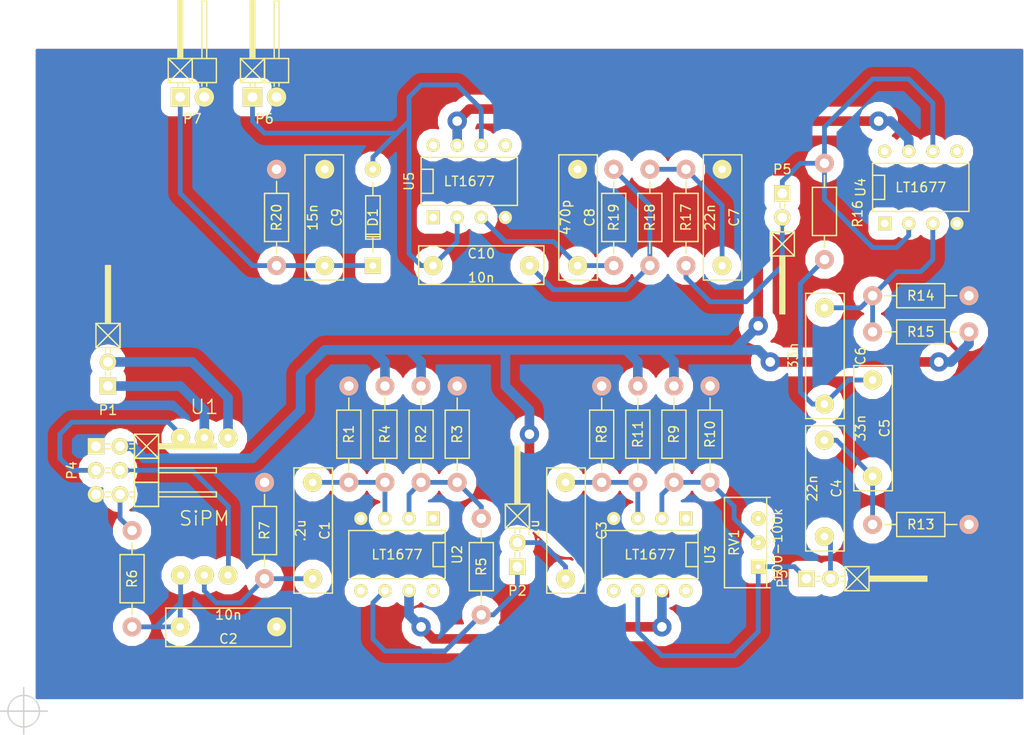
<source format=kicad_pcb>
(kicad_pcb (version 4) (host pcbnew "(2014-10-31 BZR 5247)-product")

  (general
    (links 79)
    (no_connects 1)
    (area 83.86 47.930999 191.870001 125.69)
    (thickness 1.6)
    (drawings 6)
    (tracks 201)
    (zones 0)
    (modules 43)
    (nets 29)
  )

  (page A4)
  (layers
    (0 F.Cu signal)
    (31 B.Cu signal)
    (32 B.Adhes user)
    (33 F.Adhes user)
    (34 B.Paste user)
    (35 F.Paste user)
    (36 B.SilkS user)
    (37 F.SilkS user)
    (38 B.Mask user)
    (39 F.Mask user)
    (40 Dwgs.User user)
    (41 Cmts.User user)
    (42 Eco1.User user)
    (43 Eco2.User user)
    (44 Edge.Cuts user)
    (45 Margin user)
    (46 B.CrtYd user)
    (47 F.CrtYd user)
    (48 B.Fab user)
    (49 F.Fab user)
  )

  (setup
    (last_trace_width 0.254)
    (user_trace_width 0.508)
    (user_trace_width 1.016)
    (trace_clearance 0.254)
    (zone_clearance 1.016)
    (zone_45_only no)
    (trace_min 0.254)
    (segment_width 0.2)
    (edge_width 0.15)
    (via_size 0.889)
    (via_drill 0.635)
    (via_min_size 0.889)
    (via_min_drill 0.508)
    (user_via 2.032 1.016)
    (uvia_size 0.508)
    (uvia_drill 0.127)
    (uvias_allowed no)
    (uvia_min_size 0.508)
    (uvia_min_drill 0.127)
    (pcb_text_width 0.3)
    (pcb_text_size 1.5 1.5)
    (mod_edge_width 0.15)
    (mod_text_size 1.5 1.5)
    (mod_text_width 0.15)
    (pad_size 1.4 1.4)
    (pad_drill 0.6)
    (pad_to_mask_clearance 0.2)
    (aux_axis_origin 86.36 123.19)
    (grid_origin 86.36 123.19)
    (visible_elements FFFFFF7F)
    (pcbplotparams
      (layerselection 0x00000_80000001)
      (usegerberextensions true)
      (excludeedgelayer true)
      (linewidth 0.100000)
      (plotframeref false)
      (viasonmask false)
      (mode 1)
      (useauxorigin false)
      (hpglpennumber 1)
      (hpglpenspeed 20)
      (hpglpendiameter 15)
      (hpglpenoverlay 2)
      (psnegative false)
      (psa4output false)
      (plotreference false)
      (plotvalue false)
      (plotinvisibletext false)
      (padsonsilk false)
      (subtractmaskfromsilk false)
      (outputformat 1)
      (mirror false)
      (drillshape 0)
      (scaleselection 1)
      (outputdirectory ""))
  )

  (net 0 "")
  (net 1 "Net-(C1-Pad1)")
  (net 2 "Net-(C3-Pad1)")
  (net 3 "Net-(C4-Pad1)")
  (net 4 "Net-(C5-Pad1)")
  (net 5 GND)
  (net 6 /A1)
  (net 7 /A2)
  (net 8 /F1)
  (net 9 +3.3VP)
  (net 10 ThR-)
  (net 11 ThR+)
  (net 12 Vin)
  (net 13 "Net-(C2-Pad2)")
  (net 14 "Net-(C3-Pad2)")
  (net 15 "Net-(C4-Pad2)")
  (net 16 "Net-(C6-Pad1)")
  (net 17 "Net-(C7-Pad2)")
  (net 18 "Net-(C8-Pad2)")
  (net 19 "Net-(P1-Pad1)")
  (net 20 "Net-(P1-Pad2)")
  (net 21 29.7V)
  (net 22 "Net-(P5-Pad2)")
  (net 23 "Net-(R2-Pad1)")
  (net 24 "Net-(R10-Pad1)")
  (net 25 "Net-(C10-Pad2)")
  (net 26 Vout)
  (net 27 Voutp)
  (net 28 "Net-(RV1-Pad3)")

  (net_class Default "This is the default net class."
    (clearance 0.254)
    (trace_width 0.254)
    (via_dia 0.889)
    (via_drill 0.635)
    (uvia_dia 0.508)
    (uvia_drill 0.127)
    (add_net +3.3VP)
    (add_net /A1)
    (add_net /A2)
    (add_net /F1)
    (add_net 29.7V)
    (add_net GND)
    (add_net "Net-(C1-Pad1)")
    (add_net "Net-(C10-Pad2)")
    (add_net "Net-(C2-Pad2)")
    (add_net "Net-(C3-Pad1)")
    (add_net "Net-(C3-Pad2)")
    (add_net "Net-(C4-Pad1)")
    (add_net "Net-(C4-Pad2)")
    (add_net "Net-(C5-Pad1)")
    (add_net "Net-(C6-Pad1)")
    (add_net "Net-(C7-Pad2)")
    (add_net "Net-(C8-Pad2)")
    (add_net "Net-(P1-Pad1)")
    (add_net "Net-(P1-Pad2)")
    (add_net "Net-(P5-Pad2)")
    (add_net "Net-(R10-Pad1)")
    (add_net "Net-(R2-Pad1)")
    (add_net "Net-(RV1-Pad3)")
    (add_net ThR+)
    (add_net ThR-)
    (add_net Vin)
    (add_net Vout)
    (add_net Voutp)
  )

  (module Capacitors_ThroughHole:Capacitor13x4RM10 (layer F.Cu) (tedit 54E7FC78) (tstamp 54E684EB)
    (at 116.84 104.14 270)
    (descr "Capacitor non pol, 13x4mm")
    (path /54E5B91C)
    (fp_text reference C1 (at 0 -1.27 270) (layer F.SilkS)
      (effects (font (size 1 1) (thickness 0.15)))
    )
    (fp_text value .2u (at 0 1.27 270) (layer F.SilkS)
      (effects (font (size 1 1) (thickness 0.15)))
    )
    (fp_line (start 6.604 1.9812) (end -6.604 1.9812) (layer F.SilkS) (width 0.15))
    (fp_line (start -6.604 -2.0828) (end 6.604 -2.0828) (layer F.SilkS) (width 0.15))
    (fp_line (start 6.604 1.9812) (end 6.604 -2.0828) (layer F.SilkS) (width 0.15))
    (fp_line (start -6.604 -2.0828) (end -6.604 1.9812) (layer F.SilkS) (width 0.15))
    (pad 1 thru_hole circle (at -5.08 0 270) (size 1.99898 1.99898) (drill 0.8001) (layers *.Cu *.Mask F.SilkS)
      (net 1 "Net-(C1-Pad1)"))
    (pad 2 thru_hole circle (at 5.08 0 270) (size 1.99898 1.99898) (drill 0.8001) (layers *.Cu *.Mask F.SilkS)
      (net 12 Vin))
    (model Capacitors_ThroughHole/Capacitor13x4RM10.wrl
      (at (xyz 0 0 0))
      (scale (xyz 1 1 1))
      (rotate (xyz 0 0 0))
    )
  )

  (module Capacitors_ThroughHole:Capacitor13x4RM10 (layer F.Cu) (tedit 54E7FC70) (tstamp 54E684F5)
    (at 107.95 114.3 180)
    (descr "Capacitor non pol, 13x4mm")
    (path /54E6D1B3)
    (fp_text reference C2 (at 0 -1.27 180) (layer F.SilkS)
      (effects (font (size 1 1) (thickness 0.15)))
    )
    (fp_text value 10n (at 0 1.27 180) (layer F.SilkS)
      (effects (font (size 1 1) (thickness 0.15)))
    )
    (fp_line (start 6.604 1.9812) (end -6.604 1.9812) (layer F.SilkS) (width 0.15))
    (fp_line (start -6.604 -2.0828) (end 6.604 -2.0828) (layer F.SilkS) (width 0.15))
    (fp_line (start 6.604 1.9812) (end 6.604 -2.0828) (layer F.SilkS) (width 0.15))
    (fp_line (start -6.604 -2.0828) (end -6.604 1.9812) (layer F.SilkS) (width 0.15))
    (pad 1 thru_hole circle (at -5.08 0 180) (size 1.99898 1.99898) (drill 0.8001) (layers *.Cu *.Mask F.SilkS)
      (net 5 GND))
    (pad 2 thru_hole circle (at 5.08 0 180) (size 1.99898 1.99898) (drill 0.8001) (layers *.Cu *.Mask F.SilkS)
      (net 13 "Net-(C2-Pad2)"))
    (model Capacitors_ThroughHole/Capacitor13x4RM10.wrl
      (at (xyz 0 0 0))
      (scale (xyz 1 1 1))
      (rotate (xyz 0 0 0))
    )
  )

  (module Capacitors_ThroughHole:Capacitor13x4RM10 (layer F.Cu) (tedit 54E68361) (tstamp 54E684FF)
    (at 143.51 104.14 270)
    (descr "Capacitor non pol, 13x4mm")
    (path /54E62BD1)
    (fp_text reference C3 (at 0 -3.81 270) (layer F.SilkS)
      (effects (font (size 1 1) (thickness 0.15)))
    )
    (fp_text value .2u (at 0 3.302 270) (layer F.SilkS)
      (effects (font (size 1 1) (thickness 0.15)))
    )
    (fp_line (start 6.604 1.9812) (end -6.604 1.9812) (layer F.SilkS) (width 0.15))
    (fp_line (start -6.604 -2.0828) (end 6.604 -2.0828) (layer F.SilkS) (width 0.15))
    (fp_line (start 6.604 1.9812) (end 6.604 -2.0828) (layer F.SilkS) (width 0.15))
    (fp_line (start -6.604 -2.0828) (end -6.604 1.9812) (layer F.SilkS) (width 0.15))
    (pad 1 thru_hole circle (at -5.08 0 270) (size 1.99898 1.99898) (drill 0.8001) (layers *.Cu *.Mask F.SilkS)
      (net 2 "Net-(C3-Pad1)"))
    (pad 2 thru_hole circle (at 5.08 0 270) (size 1.99898 1.99898) (drill 0.8001) (layers *.Cu *.Mask F.SilkS)
      (net 14 "Net-(C3-Pad2)"))
    (model Capacitors_ThroughHole/Capacitor13x4RM10.wrl
      (at (xyz 0 0 0))
      (scale (xyz 1 1 1))
      (rotate (xyz 0 0 0))
    )
  )

  (module Capacitors_ThroughHole:Capacitor13x4RM10 (layer F.Cu) (tedit 54E7746D) (tstamp 54E68509)
    (at 170.815 99.695 270)
    (descr "Capacitor non pol, 13x4mm")
    (path /54E64631)
    (fp_text reference C4 (at 0 -1.27 270) (layer F.SilkS)
      (effects (font (size 1 1) (thickness 0.15)))
    )
    (fp_text value 22n (at 0 1.27 270) (layer F.SilkS)
      (effects (font (size 1 1) (thickness 0.15)))
    )
    (fp_line (start 6.604 1.9812) (end -6.604 1.9812) (layer F.SilkS) (width 0.15))
    (fp_line (start -6.604 -2.0828) (end 6.604 -2.0828) (layer F.SilkS) (width 0.15))
    (fp_line (start 6.604 1.9812) (end 6.604 -2.0828) (layer F.SilkS) (width 0.15))
    (fp_line (start -6.604 -2.0828) (end -6.604 1.9812) (layer F.SilkS) (width 0.15))
    (pad 1 thru_hole circle (at -5.08 0 270) (size 1.99898 1.99898) (drill 0.8001) (layers *.Cu *.Mask F.SilkS)
      (net 3 "Net-(C4-Pad1)"))
    (pad 2 thru_hole circle (at 5.08 0 270) (size 1.99898 1.99898) (drill 0.8001) (layers *.Cu *.Mask F.SilkS)
      (net 15 "Net-(C4-Pad2)"))
    (model Capacitors_ThroughHole/Capacitor13x4RM10.wrl
      (at (xyz 0 0 0))
      (scale (xyz 1 1 1))
      (rotate (xyz 0 0 0))
    )
  )

  (module Capacitors_ThroughHole:Capacitor13x4RM10 (layer F.Cu) (tedit 54E77469) (tstamp 54E68513)
    (at 175.895 93.345 270)
    (descr "Capacitor non pol, 13x4mm")
    (path /54E64839)
    (fp_text reference C5 (at 0 -1.27 270) (layer F.SilkS)
      (effects (font (size 1 1) (thickness 0.15)))
    )
    (fp_text value 33n (at 0 1.27 270) (layer F.SilkS)
      (effects (font (size 1 1) (thickness 0.15)))
    )
    (fp_line (start 6.604 1.9812) (end -6.604 1.9812) (layer F.SilkS) (width 0.15))
    (fp_line (start -6.604 -2.0828) (end 6.604 -2.0828) (layer F.SilkS) (width 0.15))
    (fp_line (start 6.604 1.9812) (end 6.604 -2.0828) (layer F.SilkS) (width 0.15))
    (fp_line (start -6.604 -2.0828) (end -6.604 1.9812) (layer F.SilkS) (width 0.15))
    (pad 1 thru_hole circle (at -5.08 0 270) (size 1.99898 1.99898) (drill 0.8001) (layers *.Cu *.Mask F.SilkS)
      (net 4 "Net-(C5-Pad1)"))
    (pad 2 thru_hole circle (at 5.08 0 270) (size 1.99898 1.99898) (drill 0.8001) (layers *.Cu *.Mask F.SilkS)
      (net 3 "Net-(C4-Pad1)"))
    (model Capacitors_ThroughHole/Capacitor13x4RM10.wrl
      (at (xyz 0 0 0))
      (scale (xyz 1 1 1))
      (rotate (xyz 0 0 0))
    )
  )

  (module Capacitors_ThroughHole:Capacitor13x4RM10 (layer F.Cu) (tedit 54E68361) (tstamp 54E6851D)
    (at 170.815 85.725 270)
    (descr "Capacitor non pol, 13x4mm")
    (path /54E6518C)
    (fp_text reference C6 (at 0 -3.81 270) (layer F.SilkS)
      (effects (font (size 1 1) (thickness 0.15)))
    )
    (fp_text value 33n (at 0 3.302 270) (layer F.SilkS)
      (effects (font (size 1 1) (thickness 0.15)))
    )
    (fp_line (start 6.604 1.9812) (end -6.604 1.9812) (layer F.SilkS) (width 0.15))
    (fp_line (start -6.604 -2.0828) (end 6.604 -2.0828) (layer F.SilkS) (width 0.15))
    (fp_line (start 6.604 1.9812) (end 6.604 -2.0828) (layer F.SilkS) (width 0.15))
    (fp_line (start -6.604 -2.0828) (end -6.604 1.9812) (layer F.SilkS) (width 0.15))
    (pad 1 thru_hole circle (at -5.08 0 270) (size 1.99898 1.99898) (drill 0.8001) (layers *.Cu *.Mask F.SilkS)
      (net 16 "Net-(C6-Pad1)"))
    (pad 2 thru_hole circle (at 5.08 0 270) (size 1.99898 1.99898) (drill 0.8001) (layers *.Cu *.Mask F.SilkS)
      (net 4 "Net-(C5-Pad1)"))
    (model Capacitors_ThroughHole/Capacitor13x4RM10.wrl
      (at (xyz 0 0 0))
      (scale (xyz 1 1 1))
      (rotate (xyz 0 0 0))
    )
  )

  (module Capacitors_ThroughHole:Capacitor13x4RM10 (layer F.Cu) (tedit 54E7FB23) (tstamp 54E68527)
    (at 160.02 71.12 270)
    (descr "Capacitor non pol, 13x4mm")
    (path /54E68C30)
    (fp_text reference C7 (at 0 -1.27 270) (layer F.SilkS)
      (effects (font (size 1 1) (thickness 0.15)))
    )
    (fp_text value 22n (at 0 1.27 270) (layer F.SilkS)
      (effects (font (size 1 1) (thickness 0.15)))
    )
    (fp_line (start 6.604 1.9812) (end -6.604 1.9812) (layer F.SilkS) (width 0.15))
    (fp_line (start -6.604 -2.0828) (end 6.604 -2.0828) (layer F.SilkS) (width 0.15))
    (fp_line (start 6.604 1.9812) (end 6.604 -2.0828) (layer F.SilkS) (width 0.15))
    (fp_line (start -6.604 -2.0828) (end -6.604 1.9812) (layer F.SilkS) (width 0.15))
    (pad 1 thru_hole circle (at -5.08 0 270) (size 1.99898 1.99898) (drill 0.8001) (layers *.Cu *.Mask F.SilkS)
      (net 5 GND))
    (pad 2 thru_hole circle (at 5.08 0 270) (size 1.99898 1.99898) (drill 0.8001) (layers *.Cu *.Mask F.SilkS)
      (net 17 "Net-(C7-Pad2)"))
    (model Capacitors_ThroughHole/Capacitor13x4RM10.wrl
      (at (xyz 0 0 0))
      (scale (xyz 1 1 1))
      (rotate (xyz 0 0 0))
    )
  )

  (module Capacitors_ThroughHole:Capacitor13x4RM10 (layer F.Cu) (tedit 54E7FB74) (tstamp 54E68531)
    (at 144.78 71.12 270)
    (descr "Capacitor non pol, 13x4mm")
    (path /54E68802)
    (fp_text reference C8 (at 0 -1.27 270) (layer F.SilkS)
      (effects (font (size 1 1) (thickness 0.15)))
    )
    (fp_text value 470p (at 0 1.27 270) (layer F.SilkS)
      (effects (font (size 1 1) (thickness 0.15)))
    )
    (fp_line (start 6.604 1.9812) (end -6.604 1.9812) (layer F.SilkS) (width 0.15))
    (fp_line (start -6.604 -2.0828) (end 6.604 -2.0828) (layer F.SilkS) (width 0.15))
    (fp_line (start 6.604 1.9812) (end 6.604 -2.0828) (layer F.SilkS) (width 0.15))
    (fp_line (start -6.604 -2.0828) (end -6.604 1.9812) (layer F.SilkS) (width 0.15))
    (pad 1 thru_hole circle (at -5.08 0 270) (size 1.99898 1.99898) (drill 0.8001) (layers *.Cu *.Mask F.SilkS)
      (net 5 GND))
    (pad 2 thru_hole circle (at 5.08 0 270) (size 1.99898 1.99898) (drill 0.8001) (layers *.Cu *.Mask F.SilkS)
      (net 18 "Net-(C8-Pad2)"))
    (model Capacitors_ThroughHole/Capacitor13x4RM10.wrl
      (at (xyz 0 0 0))
      (scale (xyz 1 1 1))
      (rotate (xyz 0 0 0))
    )
  )

  (module Pin_Headers:Pin_Header_Angled_2x01 (layer F.Cu) (tedit 54E68361) (tstamp 54E6854A)
    (at 95.25 87.63)
    (descr "Through hole pin header")
    (tags "pin header")
    (path /54E55190)
    (fp_text reference P1 (at 0 3.81) (layer F.SilkS)
      (effects (font (size 1 1) (thickness 0.15)))
    )
    (fp_text value CONN_01X02 (at 0 0) (layer F.SilkS) hide
      (effects (font (size 1 1) (thickness 0.15)))
    )
    (fp_line (start 0.254 -0.254) (end 0.254 0.254) (layer F.SilkS) (width 0.15))
    (fp_line (start -0.254 -0.254) (end -0.254 0.254) (layer F.SilkS) (width 0.15))
    (fp_line (start -0.254 -2.794) (end -0.254 -2.286) (layer F.SilkS) (width 0.15))
    (fp_line (start 0.254 -2.794) (end 0.254 -2.286) (layer F.SilkS) (width 0.15))
    (fp_line (start -1.27 -2.794) (end 1.27 -5.334) (layer F.SilkS) (width 0.15))
    (fp_line (start -1.27 -5.334) (end 1.27 -2.794) (layer F.SilkS) (width 0.15))
    (fp_line (start -0.127 -5.334) (end -0.127 -11.303) (layer F.SilkS) (width 0.15))
    (fp_line (start -0.127 -11.303) (end 0.127 -11.303) (layer F.SilkS) (width 0.15))
    (fp_line (start 0.127 -11.303) (end 0.127 -5.461) (layer F.SilkS) (width 0.15))
    (fp_line (start 0.127 -5.461) (end 0 -5.461) (layer F.SilkS) (width 0.15))
    (fp_line (start 0 -5.461) (end 0 -11.303) (layer F.SilkS) (width 0.15))
    (fp_line (start 1.27 -2.794) (end 1.27 -5.334) (layer F.SilkS) (width 0.15))
    (fp_line (start 1.27 -5.334) (end -1.27 -5.334) (layer F.SilkS) (width 0.15))
    (fp_line (start 0.254 -11.43) (end 0.254 -5.334) (layer F.SilkS) (width 0.15))
    (fp_line (start -0.254 -11.43) (end 0.254 -11.43) (layer F.SilkS) (width 0.15))
    (fp_line (start -0.254 -5.334) (end -0.254 -11.43) (layer F.SilkS) (width 0.15))
    (fp_line (start 1.27 -2.794) (end 1.27 -5.334) (layer F.SilkS) (width 0.15))
    (fp_line (start -1.27 -2.794) (end 1.27 -2.794) (layer F.SilkS) (width 0.15))
    (fp_line (start -1.27 -2.794) (end -1.27 -5.334) (layer F.SilkS) (width 0.15))
    (pad 1 thru_hole rect (at 0 1.27) (size 1.7272 1.7272) (drill 1.016) (layers *.Cu *.Mask F.SilkS)
      (net 19 "Net-(P1-Pad1)"))
    (pad 2 thru_hole oval (at 0 -1.27) (size 1.7272 1.7272) (drill 1.016) (layers *.Cu *.Mask F.SilkS)
      (net 20 "Net-(P1-Pad2)"))
    (model Pin_Headers/Pin_Header_Angled_2x01.wrl
      (at (xyz 0 0 0))
      (scale (xyz 1 1 1))
      (rotate (xyz 0 0 0))
    )
  )

  (module Pin_Headers:Pin_Header_Angled_2x01 (layer F.Cu) (tedit 54E68361) (tstamp 54E68563)
    (at 138.43 106.68)
    (descr "Through hole pin header")
    (tags "pin header")
    (path /54E5554E)
    (fp_text reference P2 (at 0 3.81) (layer F.SilkS)
      (effects (font (size 1 1) (thickness 0.15)))
    )
    (fp_text value CONN_01X02 (at 0 0) (layer F.SilkS) hide
      (effects (font (size 1 1) (thickness 0.15)))
    )
    (fp_line (start 0.254 -0.254) (end 0.254 0.254) (layer F.SilkS) (width 0.15))
    (fp_line (start -0.254 -0.254) (end -0.254 0.254) (layer F.SilkS) (width 0.15))
    (fp_line (start -0.254 -2.794) (end -0.254 -2.286) (layer F.SilkS) (width 0.15))
    (fp_line (start 0.254 -2.794) (end 0.254 -2.286) (layer F.SilkS) (width 0.15))
    (fp_line (start -1.27 -2.794) (end 1.27 -5.334) (layer F.SilkS) (width 0.15))
    (fp_line (start -1.27 -5.334) (end 1.27 -2.794) (layer F.SilkS) (width 0.15))
    (fp_line (start -0.127 -5.334) (end -0.127 -11.303) (layer F.SilkS) (width 0.15))
    (fp_line (start -0.127 -11.303) (end 0.127 -11.303) (layer F.SilkS) (width 0.15))
    (fp_line (start 0.127 -11.303) (end 0.127 -5.461) (layer F.SilkS) (width 0.15))
    (fp_line (start 0.127 -5.461) (end 0 -5.461) (layer F.SilkS) (width 0.15))
    (fp_line (start 0 -5.461) (end 0 -11.303) (layer F.SilkS) (width 0.15))
    (fp_line (start 1.27 -2.794) (end 1.27 -5.334) (layer F.SilkS) (width 0.15))
    (fp_line (start 1.27 -5.334) (end -1.27 -5.334) (layer F.SilkS) (width 0.15))
    (fp_line (start 0.254 -11.43) (end 0.254 -5.334) (layer F.SilkS) (width 0.15))
    (fp_line (start -0.254 -11.43) (end 0.254 -11.43) (layer F.SilkS) (width 0.15))
    (fp_line (start -0.254 -5.334) (end -0.254 -11.43) (layer F.SilkS) (width 0.15))
    (fp_line (start 1.27 -2.794) (end 1.27 -5.334) (layer F.SilkS) (width 0.15))
    (fp_line (start -1.27 -2.794) (end 1.27 -2.794) (layer F.SilkS) (width 0.15))
    (fp_line (start -1.27 -2.794) (end -1.27 -5.334) (layer F.SilkS) (width 0.15))
    (pad 1 thru_hole rect (at 0 1.27) (size 1.7272 1.7272) (drill 1.016) (layers *.Cu *.Mask F.SilkS)
      (net 6 /A1))
    (pad 2 thru_hole oval (at 0 -1.27) (size 1.7272 1.7272) (drill 1.016) (layers *.Cu *.Mask F.SilkS)
      (net 14 "Net-(C3-Pad2)"))
    (model Pin_Headers/Pin_Header_Angled_2x01.wrl
      (at (xyz 0 0 0))
      (scale (xyz 1 1 1))
      (rotate (xyz 0 0 0))
    )
  )

  (module Pin_Headers:Pin_Header_Angled_2x01 (layer F.Cu) (tedit 54E68361) (tstamp 54E6857C)
    (at 170.18 109.22 270)
    (descr "Through hole pin header")
    (tags "pin header")
    (path /54E554D9)
    (fp_text reference P3 (at 0 3.81 270) (layer F.SilkS)
      (effects (font (size 1 1) (thickness 0.15)))
    )
    (fp_text value CONN_01X02 (at 0 0 270) (layer F.SilkS) hide
      (effects (font (size 1 1) (thickness 0.15)))
    )
    (fp_line (start 0.254 -0.254) (end 0.254 0.254) (layer F.SilkS) (width 0.15))
    (fp_line (start -0.254 -0.254) (end -0.254 0.254) (layer F.SilkS) (width 0.15))
    (fp_line (start -0.254 -2.794) (end -0.254 -2.286) (layer F.SilkS) (width 0.15))
    (fp_line (start 0.254 -2.794) (end 0.254 -2.286) (layer F.SilkS) (width 0.15))
    (fp_line (start -1.27 -2.794) (end 1.27 -5.334) (layer F.SilkS) (width 0.15))
    (fp_line (start -1.27 -5.334) (end 1.27 -2.794) (layer F.SilkS) (width 0.15))
    (fp_line (start -0.127 -5.334) (end -0.127 -11.303) (layer F.SilkS) (width 0.15))
    (fp_line (start -0.127 -11.303) (end 0.127 -11.303) (layer F.SilkS) (width 0.15))
    (fp_line (start 0.127 -11.303) (end 0.127 -5.461) (layer F.SilkS) (width 0.15))
    (fp_line (start 0.127 -5.461) (end 0 -5.461) (layer F.SilkS) (width 0.15))
    (fp_line (start 0 -5.461) (end 0 -11.303) (layer F.SilkS) (width 0.15))
    (fp_line (start 1.27 -2.794) (end 1.27 -5.334) (layer F.SilkS) (width 0.15))
    (fp_line (start 1.27 -5.334) (end -1.27 -5.334) (layer F.SilkS) (width 0.15))
    (fp_line (start 0.254 -11.43) (end 0.254 -5.334) (layer F.SilkS) (width 0.15))
    (fp_line (start -0.254 -11.43) (end 0.254 -11.43) (layer F.SilkS) (width 0.15))
    (fp_line (start -0.254 -5.334) (end -0.254 -11.43) (layer F.SilkS) (width 0.15))
    (fp_line (start 1.27 -2.794) (end 1.27 -5.334) (layer F.SilkS) (width 0.15))
    (fp_line (start -1.27 -2.794) (end 1.27 -2.794) (layer F.SilkS) (width 0.15))
    (fp_line (start -1.27 -2.794) (end -1.27 -5.334) (layer F.SilkS) (width 0.15))
    (pad 1 thru_hole rect (at 0 1.27 270) (size 1.7272 1.7272) (drill 1.016) (layers *.Cu *.Mask F.SilkS)
      (net 7 /A2))
    (pad 2 thru_hole oval (at 0 -1.27 270) (size 1.7272 1.7272) (drill 1.016) (layers *.Cu *.Mask F.SilkS)
      (net 15 "Net-(C4-Pad2)"))
    (model Pin_Headers/Pin_Header_Angled_2x01.wrl
      (at (xyz 0 0 0))
      (scale (xyz 1 1 1))
      (rotate (xyz 0 0 0))
    )
  )

  (module Pin_Headers:Pin_Header_Angled_2x03 (layer F.Cu) (tedit 54E68361) (tstamp 54E685AF)
    (at 95.25 97.79 270)
    (descr "Through hole pin header")
    (tags "pin header")
    (path /54E55A3B)
    (fp_text reference P4 (at 0 3.81 270) (layer F.SilkS)
      (effects (font (size 1 1) (thickness 0.15)))
    )
    (fp_text value CONN_02X03 (at 0 0 270) (layer F.SilkS) hide
      (effects (font (size 1 1) (thickness 0.15)))
    )
    (fp_line (start 2.794 -0.254) (end 2.794 0.254) (layer F.SilkS) (width 0.15))
    (fp_line (start 2.286 -0.254) (end 2.286 0.254) (layer F.SilkS) (width 0.15))
    (fp_line (start 0.254 -0.254) (end 0.254 0.254) (layer F.SilkS) (width 0.15))
    (fp_line (start -0.254 -0.254) (end -0.254 0.254) (layer F.SilkS) (width 0.15))
    (fp_line (start -2.286 -0.254) (end -2.286 0.254) (layer F.SilkS) (width 0.15))
    (fp_line (start -2.794 -0.254) (end -2.794 0.254) (layer F.SilkS) (width 0.15))
    (fp_line (start -0.254 -2.794) (end -0.254 -2.286) (layer F.SilkS) (width 0.15))
    (fp_line (start 0.254 -2.794) (end 0.254 -2.286) (layer F.SilkS) (width 0.15))
    (fp_line (start 2.286 -2.794) (end 2.286 -2.286) (layer F.SilkS) (width 0.15))
    (fp_line (start 2.794 -2.794) (end 2.794 -2.286) (layer F.SilkS) (width 0.15))
    (fp_line (start -2.794 -2.794) (end -2.794 -2.286) (layer F.SilkS) (width 0.15))
    (fp_line (start -2.286 -2.794) (end -2.286 -2.286) (layer F.SilkS) (width 0.15))
    (fp_line (start -3.81 -2.794) (end -1.27 -5.334) (layer F.SilkS) (width 0.15))
    (fp_line (start -3.81 -5.334) (end -1.27 -2.794) (layer F.SilkS) (width 0.15))
    (fp_line (start -2.667 -5.334) (end -2.667 -11.303) (layer F.SilkS) (width 0.15))
    (fp_line (start -2.667 -11.303) (end -2.413 -11.303) (layer F.SilkS) (width 0.15))
    (fp_line (start -2.413 -11.303) (end -2.413 -5.461) (layer F.SilkS) (width 0.15))
    (fp_line (start -2.413 -5.461) (end -2.54 -5.461) (layer F.SilkS) (width 0.15))
    (fp_line (start -2.54 -5.461) (end -2.54 -11.303) (layer F.SilkS) (width 0.15))
    (fp_line (start -1.27 -2.794) (end 1.27 -2.794) (layer F.SilkS) (width 0.15))
    (fp_line (start 1.27 -2.794) (end 1.27 -5.334) (layer F.SilkS) (width 0.15))
    (fp_line (start -0.254 -5.334) (end -0.254 -11.43) (layer F.SilkS) (width 0.15))
    (fp_line (start -0.254 -11.43) (end 0.254 -11.43) (layer F.SilkS) (width 0.15))
    (fp_line (start 0.254 -11.43) (end 0.254 -5.334) (layer F.SilkS) (width 0.15))
    (fp_line (start 1.27 -5.334) (end -1.27 -5.334) (layer F.SilkS) (width 0.15))
    (fp_line (start 3.81 -2.794) (end 3.81 -5.334) (layer F.SilkS) (width 0.15))
    (fp_line (start 3.81 -5.334) (end 1.27 -5.334) (layer F.SilkS) (width 0.15))
    (fp_line (start 2.794 -11.43) (end 2.794 -5.334) (layer F.SilkS) (width 0.15))
    (fp_line (start 2.286 -11.43) (end 2.794 -11.43) (layer F.SilkS) (width 0.15))
    (fp_line (start 2.286 -5.334) (end 2.286 -11.43) (layer F.SilkS) (width 0.15))
    (fp_line (start 3.81 -2.794) (end 3.81 -5.334) (layer F.SilkS) (width 0.15))
    (fp_line (start 1.27 -2.794) (end 3.81 -2.794) (layer F.SilkS) (width 0.15))
    (fp_line (start 1.27 -2.794) (end 1.27 -5.334) (layer F.SilkS) (width 0.15))
    (fp_line (start -1.27 -2.794) (end -1.27 -5.334) (layer F.SilkS) (width 0.15))
    (fp_line (start -1.27 -5.334) (end -3.81 -5.334) (layer F.SilkS) (width 0.15))
    (fp_line (start -2.286 -11.43) (end -2.286 -5.334) (layer F.SilkS) (width 0.15))
    (fp_line (start -2.794 -11.43) (end -2.286 -11.43) (layer F.SilkS) (width 0.15))
    (fp_line (start -2.794 -5.334) (end -2.794 -11.43) (layer F.SilkS) (width 0.15))
    (fp_line (start -1.27 -2.794) (end -1.27 -5.334) (layer F.SilkS) (width 0.15))
    (fp_line (start -3.81 -2.794) (end -1.27 -2.794) (layer F.SilkS) (width 0.15))
    (fp_line (start -3.81 -2.794) (end -3.81 -5.334) (layer F.SilkS) (width 0.15))
    (pad 1 thru_hole rect (at -2.54 1.27 270) (size 1.7272 1.7272) (drill 1.016) (layers *.Cu *.Mask F.SilkS)
      (net 5 GND))
    (pad 2 thru_hole oval (at -2.54 -1.27 270) (size 1.7272 1.7272) (drill 1.016) (layers *.Cu *.Mask F.SilkS)
      (net 9 +3.3VP))
    (pad 3 thru_hole oval (at 0 1.27 270) (size 1.7272 1.7272) (drill 1.016) (layers *.Cu *.Mask F.SilkS)
      (net 10 ThR-))
    (pad 4 thru_hole oval (at 0 -1.27 270) (size 1.7272 1.7272) (drill 1.016) (layers *.Cu *.Mask F.SilkS)
      (net 11 ThR+))
    (pad 5 thru_hole oval (at 2.54 1.27 270) (size 1.7272 1.7272) (drill 1.016) (layers *.Cu *.Mask F.SilkS)
      (net 5 GND))
    (pad 6 thru_hole oval (at 2.54 -1.27 270) (size 1.7272 1.7272) (drill 1.016) (layers *.Cu *.Mask F.SilkS)
      (net 21 29.7V))
    (model Pin_Headers/Pin_Header_Angled_2x03.wrl
      (at (xyz 0 0 0))
      (scale (xyz 1 1 1))
      (rotate (xyz 0 0 0))
    )
  )

  (module Pin_Headers:Pin_Header_Angled_2x01 (layer F.Cu) (tedit 54E68361) (tstamp 54E685C8)
    (at 166.37 69.85 180)
    (descr "Through hole pin header")
    (tags "pin header")
    (path /54E55945)
    (fp_text reference P5 (at 0 3.81 180) (layer F.SilkS)
      (effects (font (size 1 1) (thickness 0.15)))
    )
    (fp_text value CONN_01X02 (at 0 0 180) (layer F.SilkS) hide
      (effects (font (size 1 1) (thickness 0.15)))
    )
    (fp_line (start 0.254 -0.254) (end 0.254 0.254) (layer F.SilkS) (width 0.15))
    (fp_line (start -0.254 -0.254) (end -0.254 0.254) (layer F.SilkS) (width 0.15))
    (fp_line (start -0.254 -2.794) (end -0.254 -2.286) (layer F.SilkS) (width 0.15))
    (fp_line (start 0.254 -2.794) (end 0.254 -2.286) (layer F.SilkS) (width 0.15))
    (fp_line (start -1.27 -2.794) (end 1.27 -5.334) (layer F.SilkS) (width 0.15))
    (fp_line (start -1.27 -5.334) (end 1.27 -2.794) (layer F.SilkS) (width 0.15))
    (fp_line (start -0.127 -5.334) (end -0.127 -11.303) (layer F.SilkS) (width 0.15))
    (fp_line (start -0.127 -11.303) (end 0.127 -11.303) (layer F.SilkS) (width 0.15))
    (fp_line (start 0.127 -11.303) (end 0.127 -5.461) (layer F.SilkS) (width 0.15))
    (fp_line (start 0.127 -5.461) (end 0 -5.461) (layer F.SilkS) (width 0.15))
    (fp_line (start 0 -5.461) (end 0 -11.303) (layer F.SilkS) (width 0.15))
    (fp_line (start 1.27 -2.794) (end 1.27 -5.334) (layer F.SilkS) (width 0.15))
    (fp_line (start 1.27 -5.334) (end -1.27 -5.334) (layer F.SilkS) (width 0.15))
    (fp_line (start 0.254 -11.43) (end 0.254 -5.334) (layer F.SilkS) (width 0.15))
    (fp_line (start -0.254 -11.43) (end 0.254 -11.43) (layer F.SilkS) (width 0.15))
    (fp_line (start -0.254 -5.334) (end -0.254 -11.43) (layer F.SilkS) (width 0.15))
    (fp_line (start 1.27 -2.794) (end 1.27 -5.334) (layer F.SilkS) (width 0.15))
    (fp_line (start -1.27 -2.794) (end 1.27 -2.794) (layer F.SilkS) (width 0.15))
    (fp_line (start -1.27 -2.794) (end -1.27 -5.334) (layer F.SilkS) (width 0.15))
    (pad 1 thru_hole rect (at 0 1.27 180) (size 1.7272 1.7272) (drill 1.016) (layers *.Cu *.Mask F.SilkS)
      (net 8 /F1))
    (pad 2 thru_hole oval (at 0 -1.27 180) (size 1.7272 1.7272) (drill 1.016) (layers *.Cu *.Mask F.SilkS)
      (net 22 "Net-(P5-Pad2)"))
    (model Pin_Headers/Pin_Header_Angled_2x01.wrl
      (at (xyz 0 0 0))
      (scale (xyz 1 1 1))
      (rotate (xyz 0 0 0))
    )
  )

  (module Resistors_ThroughHole:Resistor_Horizontal_RM10mm (layer F.Cu) (tedit 54E6877F) (tstamp 54E685D4)
    (at 120.65 93.98 270)
    (descr "Resistor, Axial,  RM 10mm, 1/3W,")
    (tags "Resistor, Axial, RM 10mm, 1/3W,")
    (path /54E5B8AE)
    (fp_text reference R1 (at 0 0 270) (layer F.SilkS)
      (effects (font (size 1 1) (thickness 0.15)))
    )
    (fp_text value 33k (at 3.81 3.81 270) (layer F.SilkS) hide
      (effects (font (size 1 1) (thickness 0.15)))
    )
    (fp_line (start -2.54 -1.27) (end 2.54 -1.27) (layer F.SilkS) (width 0.15))
    (fp_line (start 2.54 -1.27) (end 2.54 1.27) (layer F.SilkS) (width 0.15))
    (fp_line (start 2.54 1.27) (end -2.54 1.27) (layer F.SilkS) (width 0.15))
    (fp_line (start -2.54 1.27) (end -2.54 -1.27) (layer F.SilkS) (width 0.15))
    (fp_line (start -2.54 0) (end -3.81 0) (layer F.SilkS) (width 0.15))
    (fp_line (start 2.54 0) (end 3.81 0) (layer F.SilkS) (width 0.15))
    (pad 1 thru_hole circle (at -5.08 0 270) (size 1.99898 1.99898) (drill 1.00076) (layers *.Cu *.SilkS *.Mask)
      (net 5 GND))
    (pad 2 thru_hole circle (at 5.08 0 270) (size 1.99898 1.99898) (drill 1.00076) (layers *.Cu *.SilkS *.Mask)
      (net 1 "Net-(C1-Pad1)"))
    (model Resistors_ThroughHole/Resistor_Horizontal_RM10mm.wrl
      (at (xyz 0 0 0))
      (scale (xyz 0.4 0.4 0.4))
      (rotate (xyz 0 0 0))
    )
  )

  (module Resistors_ThroughHole:Resistor_Horizontal_RM10mm (layer F.Cu) (tedit 54E68781) (tstamp 54E685E0)
    (at 128.27 93.98 90)
    (descr "Resistor, Axial,  RM 10mm, 1/3W,")
    (tags "Resistor, Axial, RM 10mm, 1/3W,")
    (path /54E5BB6D)
    (fp_text reference R2 (at 0 0 90) (layer F.SilkS)
      (effects (font (size 1 1) (thickness 0.15)))
    )
    (fp_text value 1k (at 3.81 3.81 90) (layer F.SilkS) hide
      (effects (font (size 1 1) (thickness 0.15)))
    )
    (fp_line (start -2.54 -1.27) (end 2.54 -1.27) (layer F.SilkS) (width 0.15))
    (fp_line (start 2.54 -1.27) (end 2.54 1.27) (layer F.SilkS) (width 0.15))
    (fp_line (start 2.54 1.27) (end -2.54 1.27) (layer F.SilkS) (width 0.15))
    (fp_line (start -2.54 1.27) (end -2.54 -1.27) (layer F.SilkS) (width 0.15))
    (fp_line (start -2.54 0) (end -3.81 0) (layer F.SilkS) (width 0.15))
    (fp_line (start 2.54 0) (end 3.81 0) (layer F.SilkS) (width 0.15))
    (pad 1 thru_hole circle (at -5.08 0 90) (size 1.99898 1.99898) (drill 1.00076) (layers *.Cu *.SilkS *.Mask)
      (net 23 "Net-(R2-Pad1)"))
    (pad 2 thru_hole circle (at 5.08 0 90) (size 1.99898 1.99898) (drill 1.00076) (layers *.Cu *.SilkS *.Mask)
      (net 9 +3.3VP))
    (model Resistors_ThroughHole/Resistor_Horizontal_RM10mm.wrl
      (at (xyz 0 0 0))
      (scale (xyz 0.4 0.4 0.4))
      (rotate (xyz 0 0 0))
    )
  )

  (module Resistors_ThroughHole:Resistor_Horizontal_RM10mm (layer F.Cu) (tedit 54E6878A) (tstamp 54E685EC)
    (at 132.08 93.98 90)
    (descr "Resistor, Axial,  RM 10mm, 1/3W,")
    (tags "Resistor, Axial, RM 10mm, 1/3W,")
    (path /54E5DFDB)
    (fp_text reference R3 (at 0 0 90) (layer F.SilkS)
      (effects (font (size 1 1) (thickness 0.15)))
    )
    (fp_text value 1k (at 3.81 3.81 90) (layer F.SilkS) hide
      (effects (font (size 1 1) (thickness 0.15)))
    )
    (fp_line (start -2.54 -1.27) (end 2.54 -1.27) (layer F.SilkS) (width 0.15))
    (fp_line (start 2.54 -1.27) (end 2.54 1.27) (layer F.SilkS) (width 0.15))
    (fp_line (start 2.54 1.27) (end -2.54 1.27) (layer F.SilkS) (width 0.15))
    (fp_line (start -2.54 1.27) (end -2.54 -1.27) (layer F.SilkS) (width 0.15))
    (fp_line (start -2.54 0) (end -3.81 0) (layer F.SilkS) (width 0.15))
    (fp_line (start 2.54 0) (end 3.81 0) (layer F.SilkS) (width 0.15))
    (pad 1 thru_hole circle (at -5.08 0 90) (size 1.99898 1.99898) (drill 1.00076) (layers *.Cu *.SilkS *.Mask)
      (net 23 "Net-(R2-Pad1)"))
    (pad 2 thru_hole circle (at 5.08 0 90) (size 1.99898 1.99898) (drill 1.00076) (layers *.Cu *.SilkS *.Mask)
      (net 5 GND))
    (model Resistors_ThroughHole/Resistor_Horizontal_RM10mm.wrl
      (at (xyz 0 0 0))
      (scale (xyz 0.4 0.4 0.4))
      (rotate (xyz 0 0 0))
    )
  )

  (module Resistors_ThroughHole:Resistor_Horizontal_RM10mm (layer F.Cu) (tedit 54E68783) (tstamp 54E685F8)
    (at 124.46 93.98 270)
    (descr "Resistor, Axial,  RM 10mm, 1/3W,")
    (tags "Resistor, Axial, RM 10mm, 1/3W,")
    (path /54E5B831)
    (fp_text reference R4 (at 0 0 270) (layer F.SilkS)
      (effects (font (size 1 1) (thickness 0.15)))
    )
    (fp_text value 33k (at 3.81 3.81 270) (layer F.SilkS) hide
      (effects (font (size 1 1) (thickness 0.15)))
    )
    (fp_line (start -2.54 -1.27) (end 2.54 -1.27) (layer F.SilkS) (width 0.15))
    (fp_line (start 2.54 -1.27) (end 2.54 1.27) (layer F.SilkS) (width 0.15))
    (fp_line (start 2.54 1.27) (end -2.54 1.27) (layer F.SilkS) (width 0.15))
    (fp_line (start -2.54 1.27) (end -2.54 -1.27) (layer F.SilkS) (width 0.15))
    (fp_line (start -2.54 0) (end -3.81 0) (layer F.SilkS) (width 0.15))
    (fp_line (start 2.54 0) (end 3.81 0) (layer F.SilkS) (width 0.15))
    (pad 1 thru_hole circle (at -5.08 0 270) (size 1.99898 1.99898) (drill 1.00076) (layers *.Cu *.SilkS *.Mask)
      (net 9 +3.3VP))
    (pad 2 thru_hole circle (at 5.08 0 270) (size 1.99898 1.99898) (drill 1.00076) (layers *.Cu *.SilkS *.Mask)
      (net 1 "Net-(C1-Pad1)"))
    (model Resistors_ThroughHole/Resistor_Horizontal_RM10mm.wrl
      (at (xyz 0 0 0))
      (scale (xyz 0.4 0.4 0.4))
      (rotate (xyz 0 0 0))
    )
  )

  (module Resistors_ThroughHole:Resistor_Horizontal_RM10mm (layer F.Cu) (tedit 54E7F892) (tstamp 54E68604)
    (at 134.62 107.95 90)
    (descr "Resistor, Axial,  RM 10mm, 1/3W,")
    (tags "Resistor, Axial, RM 10mm, 1/3W,")
    (path /54E5BAEC)
    (fp_text reference R5 (at 0 0 90) (layer F.SilkS)
      (effects (font (size 1 1) (thickness 0.15)))
    )
    (fp_text value 100k (at 3.81 3.81 90) (layer F.SilkS) hide
      (effects (font (size 1 1) (thickness 0.15)))
    )
    (fp_line (start -2.54 -1.27) (end 2.54 -1.27) (layer F.SilkS) (width 0.15))
    (fp_line (start 2.54 -1.27) (end 2.54 1.27) (layer F.SilkS) (width 0.15))
    (fp_line (start 2.54 1.27) (end -2.54 1.27) (layer F.SilkS) (width 0.15))
    (fp_line (start -2.54 1.27) (end -2.54 -1.27) (layer F.SilkS) (width 0.15))
    (fp_line (start -2.54 0) (end -3.81 0) (layer F.SilkS) (width 0.15))
    (fp_line (start 2.54 0) (end 3.81 0) (layer F.SilkS) (width 0.15))
    (pad 1 thru_hole circle (at -5.08 0 90) (size 1.99898 1.99898) (drill 1.00076) (layers *.Cu *.SilkS *.Mask)
      (net 6 /A1))
    (pad 2 thru_hole circle (at 5.08 0 90) (size 1.99898 1.99898) (drill 1.00076) (layers *.Cu *.SilkS *.Mask)
      (net 23 "Net-(R2-Pad1)"))
    (model Resistors_ThroughHole/Resistor_Horizontal_RM10mm.wrl
      (at (xyz 0 0 0))
      (scale (xyz 0.4 0.4 0.4))
      (rotate (xyz 0 0 0))
    )
  )

  (module Resistors_ThroughHole:Resistor_Horizontal_RM10mm (layer F.Cu) (tedit 54E7FC9F) (tstamp 54E68610)
    (at 97.79 109.22 270)
    (descr "Resistor, Axial,  RM 10mm, 1/3W,")
    (tags "Resistor, Axial, RM 10mm, 1/3W,")
    (path /54E6DB85)
    (fp_text reference R6 (at 0 0 270) (layer F.SilkS)
      (effects (font (size 1 1) (thickness 0.15)))
    )
    (fp_text value 5.6k (at 3.81 3.81 270) (layer F.SilkS) hide
      (effects (font (size 1 1) (thickness 0.15)))
    )
    (fp_line (start -2.54 -1.27) (end 2.54 -1.27) (layer F.SilkS) (width 0.15))
    (fp_line (start 2.54 -1.27) (end 2.54 1.27) (layer F.SilkS) (width 0.15))
    (fp_line (start 2.54 1.27) (end -2.54 1.27) (layer F.SilkS) (width 0.15))
    (fp_line (start -2.54 1.27) (end -2.54 -1.27) (layer F.SilkS) (width 0.15))
    (fp_line (start -2.54 0) (end -3.81 0) (layer F.SilkS) (width 0.15))
    (fp_line (start 2.54 0) (end 3.81 0) (layer F.SilkS) (width 0.15))
    (pad 1 thru_hole circle (at -5.08 0 270) (size 1.99898 1.99898) (drill 1.00076) (layers *.Cu *.SilkS *.Mask)
      (net 21 29.7V))
    (pad 2 thru_hole circle (at 5.08 0 270) (size 1.99898 1.99898) (drill 1.00076) (layers *.Cu *.SilkS *.Mask)
      (net 13 "Net-(C2-Pad2)"))
    (model Resistors_ThroughHole/Resistor_Horizontal_RM10mm.wrl
      (at (xyz 0 0 0))
      (scale (xyz 0.4 0.4 0.4))
      (rotate (xyz 0 0 0))
    )
  )

  (module Resistors_ThroughHole:Resistor_Horizontal_RM10mm (layer F.Cu) (tedit 54E7FC72) (tstamp 54E6861C)
    (at 111.76 104.14 90)
    (descr "Resistor, Axial,  RM 10mm, 1/3W,")
    (tags "Resistor, Axial, RM 10mm, 1/3W,")
    (path /54E6D13A)
    (fp_text reference R7 (at 0 0 90) (layer F.SilkS)
      (effects (font (size 1 1) (thickness 0.15)))
    )
    (fp_text value 22k (at 3.81 3.81 90) (layer F.SilkS) hide
      (effects (font (size 1 1) (thickness 0.15)))
    )
    (fp_line (start -2.54 -1.27) (end 2.54 -1.27) (layer F.SilkS) (width 0.15))
    (fp_line (start 2.54 -1.27) (end 2.54 1.27) (layer F.SilkS) (width 0.15))
    (fp_line (start 2.54 1.27) (end -2.54 1.27) (layer F.SilkS) (width 0.15))
    (fp_line (start -2.54 1.27) (end -2.54 -1.27) (layer F.SilkS) (width 0.15))
    (fp_line (start -2.54 0) (end -3.81 0) (layer F.SilkS) (width 0.15))
    (fp_line (start 2.54 0) (end 3.81 0) (layer F.SilkS) (width 0.15))
    (pad 1 thru_hole circle (at -5.08 0 90) (size 1.99898 1.99898) (drill 1.00076) (layers *.Cu *.SilkS *.Mask)
      (net 12 Vin))
    (pad 2 thru_hole circle (at 5.08 0 90) (size 1.99898 1.99898) (drill 1.00076) (layers *.Cu *.SilkS *.Mask)
      (net 5 GND))
    (model Resistors_ThroughHole/Resistor_Horizontal_RM10mm.wrl
      (at (xyz 0 0 0))
      (scale (xyz 0.4 0.4 0.4))
      (rotate (xyz 0 0 0))
    )
  )

  (module Resistors_ThroughHole:Resistor_Horizontal_RM10mm (layer F.Cu) (tedit 54E770E1) (tstamp 54E68628)
    (at 147.32 93.98 270)
    (descr "Resistor, Axial,  RM 10mm, 1/3W,")
    (tags "Resistor, Axial, RM 10mm, 1/3W,")
    (path /54E62BCB)
    (fp_text reference R8 (at 0 0 270) (layer F.SilkS)
      (effects (font (size 1 1) (thickness 0.15)))
    )
    (fp_text value 33k (at 3.81 3.81 270) (layer F.SilkS) hide
      (effects (font (size 1 1) (thickness 0.15)))
    )
    (fp_line (start -2.54 -1.27) (end 2.54 -1.27) (layer F.SilkS) (width 0.15))
    (fp_line (start 2.54 -1.27) (end 2.54 1.27) (layer F.SilkS) (width 0.15))
    (fp_line (start 2.54 1.27) (end -2.54 1.27) (layer F.SilkS) (width 0.15))
    (fp_line (start -2.54 1.27) (end -2.54 -1.27) (layer F.SilkS) (width 0.15))
    (fp_line (start -2.54 0) (end -3.81 0) (layer F.SilkS) (width 0.15))
    (fp_line (start 2.54 0) (end 3.81 0) (layer F.SilkS) (width 0.15))
    (pad 1 thru_hole circle (at -5.08 0 270) (size 1.99898 1.99898) (drill 1.00076) (layers *.Cu *.SilkS *.Mask)
      (net 5 GND))
    (pad 2 thru_hole circle (at 5.08 0 270) (size 1.99898 1.99898) (drill 1.00076) (layers *.Cu *.SilkS *.Mask)
      (net 2 "Net-(C3-Pad1)"))
    (model Resistors_ThroughHole/Resistor_Horizontal_RM10mm.wrl
      (at (xyz 0 0 0))
      (scale (xyz 0.4 0.4 0.4))
      (rotate (xyz 0 0 0))
    )
  )

  (module Resistors_ThroughHole:Resistor_Horizontal_RM10mm (layer F.Cu) (tedit 54E770E4) (tstamp 54E68634)
    (at 154.94 93.98 90)
    (descr "Resistor, Axial,  RM 10mm, 1/3W,")
    (tags "Resistor, Axial, RM 10mm, 1/3W,")
    (path /54E62BDD)
    (fp_text reference R9 (at 0 0 90) (layer F.SilkS)
      (effects (font (size 1 1) (thickness 0.15)))
    )
    (fp_text value 1k (at 3.81 3.81 90) (layer F.SilkS) hide
      (effects (font (size 1 1) (thickness 0.15)))
    )
    (fp_line (start -2.54 -1.27) (end 2.54 -1.27) (layer F.SilkS) (width 0.15))
    (fp_line (start 2.54 -1.27) (end 2.54 1.27) (layer F.SilkS) (width 0.15))
    (fp_line (start 2.54 1.27) (end -2.54 1.27) (layer F.SilkS) (width 0.15))
    (fp_line (start -2.54 1.27) (end -2.54 -1.27) (layer F.SilkS) (width 0.15))
    (fp_line (start -2.54 0) (end -3.81 0) (layer F.SilkS) (width 0.15))
    (fp_line (start 2.54 0) (end 3.81 0) (layer F.SilkS) (width 0.15))
    (pad 1 thru_hole circle (at -5.08 0 90) (size 1.99898 1.99898) (drill 1.00076) (layers *.Cu *.SilkS *.Mask)
      (net 24 "Net-(R10-Pad1)"))
    (pad 2 thru_hole circle (at 5.08 0 90) (size 1.99898 1.99898) (drill 1.00076) (layers *.Cu *.SilkS *.Mask)
      (net 9 +3.3VP))
    (model Resistors_ThroughHole/Resistor_Horizontal_RM10mm.wrl
      (at (xyz 0 0 0))
      (scale (xyz 0.4 0.4 0.4))
      (rotate (xyz 0 0 0))
    )
  )

  (module Resistors_ThroughHole:Resistor_Horizontal_RM10mm (layer F.Cu) (tedit 54E770DB) (tstamp 54E68640)
    (at 158.75 93.98 90)
    (descr "Resistor, Axial,  RM 10mm, 1/3W,")
    (tags "Resistor, Axial, RM 10mm, 1/3W,")
    (path /54E62BE3)
    (fp_text reference R10 (at 0 0 90) (layer F.SilkS)
      (effects (font (size 1 1) (thickness 0.15)))
    )
    (fp_text value 1k (at 3.81 3.81 90) (layer F.SilkS) hide
      (effects (font (size 1 1) (thickness 0.15)))
    )
    (fp_line (start -2.54 -1.27) (end 2.54 -1.27) (layer F.SilkS) (width 0.15))
    (fp_line (start 2.54 -1.27) (end 2.54 1.27) (layer F.SilkS) (width 0.15))
    (fp_line (start 2.54 1.27) (end -2.54 1.27) (layer F.SilkS) (width 0.15))
    (fp_line (start -2.54 1.27) (end -2.54 -1.27) (layer F.SilkS) (width 0.15))
    (fp_line (start -2.54 0) (end -3.81 0) (layer F.SilkS) (width 0.15))
    (fp_line (start 2.54 0) (end 3.81 0) (layer F.SilkS) (width 0.15))
    (pad 1 thru_hole circle (at -5.08 0 90) (size 1.99898 1.99898) (drill 1.00076) (layers *.Cu *.SilkS *.Mask)
      (net 24 "Net-(R10-Pad1)"))
    (pad 2 thru_hole circle (at 5.08 0 90) (size 1.99898 1.99898) (drill 1.00076) (layers *.Cu *.SilkS *.Mask)
      (net 5 GND))
    (model Resistors_ThroughHole/Resistor_Horizontal_RM10mm.wrl
      (at (xyz 0 0 0))
      (scale (xyz 0.4 0.4 0.4))
      (rotate (xyz 0 0 0))
    )
  )

  (module Resistors_ThroughHole:Resistor_Horizontal_RM10mm (layer F.Cu) (tedit 54E770E0) (tstamp 54E6864C)
    (at 151.13 93.98 270)
    (descr "Resistor, Axial,  RM 10mm, 1/3W,")
    (tags "Resistor, Axial, RM 10mm, 1/3W,")
    (path /54E62BC5)
    (fp_text reference R11 (at 0 0 270) (layer F.SilkS)
      (effects (font (size 1 1) (thickness 0.15)))
    )
    (fp_text value 33k (at 3.81 3.81 270) (layer F.SilkS) hide
      (effects (font (size 1 1) (thickness 0.15)))
    )
    (fp_line (start -2.54 -1.27) (end 2.54 -1.27) (layer F.SilkS) (width 0.15))
    (fp_line (start 2.54 -1.27) (end 2.54 1.27) (layer F.SilkS) (width 0.15))
    (fp_line (start 2.54 1.27) (end -2.54 1.27) (layer F.SilkS) (width 0.15))
    (fp_line (start -2.54 1.27) (end -2.54 -1.27) (layer F.SilkS) (width 0.15))
    (fp_line (start -2.54 0) (end -3.81 0) (layer F.SilkS) (width 0.15))
    (fp_line (start 2.54 0) (end 3.81 0) (layer F.SilkS) (width 0.15))
    (pad 1 thru_hole circle (at -5.08 0 270) (size 1.99898 1.99898) (drill 1.00076) (layers *.Cu *.SilkS *.Mask)
      (net 9 +3.3VP))
    (pad 2 thru_hole circle (at 5.08 0 270) (size 1.99898 1.99898) (drill 1.00076) (layers *.Cu *.SilkS *.Mask)
      (net 2 "Net-(C3-Pad1)"))
    (model Resistors_ThroughHole/Resistor_Horizontal_RM10mm.wrl
      (at (xyz 0 0 0))
      (scale (xyz 0.4 0.4 0.4))
      (rotate (xyz 0 0 0))
    )
  )

  (module Resistors_ThroughHole:Resistor_Horizontal_RM10mm (layer F.Cu) (tedit 54E77459) (tstamp 54E68664)
    (at 180.975 103.505)
    (descr "Resistor, Axial,  RM 10mm, 1/3W,")
    (tags "Resistor, Axial, RM 10mm, 1/3W,")
    (path /54E646B0)
    (fp_text reference R13 (at 0 0) (layer F.SilkS)
      (effects (font (size 1 1) (thickness 0.15)))
    )
    (fp_text value 4.7k (at 3.81 3.81) (layer F.SilkS) hide
      (effects (font (size 1 1) (thickness 0.15)))
    )
    (fp_line (start -2.54 -1.27) (end 2.54 -1.27) (layer F.SilkS) (width 0.15))
    (fp_line (start 2.54 -1.27) (end 2.54 1.27) (layer F.SilkS) (width 0.15))
    (fp_line (start 2.54 1.27) (end -2.54 1.27) (layer F.SilkS) (width 0.15))
    (fp_line (start -2.54 1.27) (end -2.54 -1.27) (layer F.SilkS) (width 0.15))
    (fp_line (start -2.54 0) (end -3.81 0) (layer F.SilkS) (width 0.15))
    (fp_line (start 2.54 0) (end 3.81 0) (layer F.SilkS) (width 0.15))
    (pad 1 thru_hole circle (at -5.08 0) (size 1.99898 1.99898) (drill 1.00076) (layers *.Cu *.SilkS *.Mask)
      (net 3 "Net-(C4-Pad1)"))
    (pad 2 thru_hole circle (at 5.08 0) (size 1.99898 1.99898) (drill 1.00076) (layers *.Cu *.SilkS *.Mask)
      (net 5 GND))
    (model Resistors_ThroughHole/Resistor_Horizontal_RM10mm.wrl
      (at (xyz 0 0 0))
      (scale (xyz 0.4 0.4 0.4))
      (rotate (xyz 0 0 0))
    )
  )

  (module Resistors_ThroughHole:Resistor_Horizontal_RM10mm (layer F.Cu) (tedit 54E7FA12) (tstamp 54E68670)
    (at 180.975 79.375)
    (descr "Resistor, Axial,  RM 10mm, 1/3W,")
    (tags "Resistor, Axial, RM 10mm, 1/3W,")
    (path /54E64B3D)
    (fp_text reference R14 (at 0 0) (layer F.SilkS)
      (effects (font (size 1 1) (thickness 0.15)))
    )
    (fp_text value 480k (at 3.81 3.81) (layer F.SilkS) hide
      (effects (font (size 1 1) (thickness 0.15)))
    )
    (fp_line (start -2.54 -1.27) (end 2.54 -1.27) (layer F.SilkS) (width 0.15))
    (fp_line (start 2.54 -1.27) (end 2.54 1.27) (layer F.SilkS) (width 0.15))
    (fp_line (start 2.54 1.27) (end -2.54 1.27) (layer F.SilkS) (width 0.15))
    (fp_line (start -2.54 1.27) (end -2.54 -1.27) (layer F.SilkS) (width 0.15))
    (fp_line (start -2.54 0) (end -3.81 0) (layer F.SilkS) (width 0.15))
    (fp_line (start 2.54 0) (end 3.81 0) (layer F.SilkS) (width 0.15))
    (pad 1 thru_hole circle (at -5.08 0) (size 1.99898 1.99898) (drill 1.00076) (layers *.Cu *.SilkS *.Mask)
      (net 16 "Net-(C6-Pad1)"))
    (pad 2 thru_hole circle (at 5.08 0) (size 1.99898 1.99898) (drill 1.00076) (layers *.Cu *.SilkS *.Mask)
      (net 5 GND))
    (model Resistors_ThroughHole/Resistor_Horizontal_RM10mm.wrl
      (at (xyz 0 0 0))
      (scale (xyz 0.4 0.4 0.4))
      (rotate (xyz 0 0 0))
    )
  )

  (module Resistors_ThroughHole:Resistor_Horizontal_RM10mm (layer F.Cu) (tedit 54E7FA11) (tstamp 54E6867C)
    (at 180.975 83.185)
    (descr "Resistor, Axial,  RM 10mm, 1/3W,")
    (tags "Resistor, Axial, RM 10mm, 1/3W,")
    (path /54E64A63)
    (fp_text reference R15 (at 0 0) (layer F.SilkS)
      (effects (font (size 1 1) (thickness 0.15)))
    )
    (fp_text value 480k (at 3.81 3.81) (layer F.SilkS) hide
      (effects (font (size 1 1) (thickness 0.15)))
    )
    (fp_line (start -2.54 -1.27) (end 2.54 -1.27) (layer F.SilkS) (width 0.15))
    (fp_line (start 2.54 -1.27) (end 2.54 1.27) (layer F.SilkS) (width 0.15))
    (fp_line (start 2.54 1.27) (end -2.54 1.27) (layer F.SilkS) (width 0.15))
    (fp_line (start -2.54 1.27) (end -2.54 -1.27) (layer F.SilkS) (width 0.15))
    (fp_line (start -2.54 0) (end -3.81 0) (layer F.SilkS) (width 0.15))
    (fp_line (start 2.54 0) (end 3.81 0) (layer F.SilkS) (width 0.15))
    (pad 1 thru_hole circle (at -5.08 0) (size 1.99898 1.99898) (drill 1.00076) (layers *.Cu *.SilkS *.Mask)
      (net 16 "Net-(C6-Pad1)"))
    (pad 2 thru_hole circle (at 5.08 0) (size 1.99898 1.99898) (drill 1.00076) (layers *.Cu *.SilkS *.Mask)
      (net 9 +3.3VP))
    (model Resistors_ThroughHole/Resistor_Horizontal_RM10mm.wrl
      (at (xyz 0 0 0))
      (scale (xyz 0.4 0.4 0.4))
      (rotate (xyz 0 0 0))
    )
  )

  (module Resistors_ThroughHole:Resistor_Horizontal_RM10mm (layer F.Cu) (tedit 53F56209) (tstamp 54E68688)
    (at 170.815 70.485 270)
    (descr "Resistor, Axial,  RM 10mm, 1/3W,")
    (tags "Resistor, Axial, RM 10mm, 1/3W,")
    (path /54E64BE8)
    (fp_text reference R16 (at 0.24892 -3.50012 270) (layer F.SilkS)
      (effects (font (size 1 1) (thickness 0.15)))
    )
    (fp_text value 15k (at 3.81 3.81 270) (layer F.SilkS) hide
      (effects (font (size 1 1) (thickness 0.15)))
    )
    (fp_line (start -2.54 -1.27) (end 2.54 -1.27) (layer F.SilkS) (width 0.15))
    (fp_line (start 2.54 -1.27) (end 2.54 1.27) (layer F.SilkS) (width 0.15))
    (fp_line (start 2.54 1.27) (end -2.54 1.27) (layer F.SilkS) (width 0.15))
    (fp_line (start -2.54 1.27) (end -2.54 -1.27) (layer F.SilkS) (width 0.15))
    (fp_line (start -2.54 0) (end -3.81 0) (layer F.SilkS) (width 0.15))
    (fp_line (start 2.54 0) (end 3.81 0) (layer F.SilkS) (width 0.15))
    (pad 1 thru_hole circle (at -5.08 0 270) (size 1.99898 1.99898) (drill 1.00076) (layers *.Cu *.SilkS *.Mask)
      (net 8 /F1))
    (pad 2 thru_hole circle (at 5.08 0 270) (size 1.99898 1.99898) (drill 1.00076) (layers *.Cu *.SilkS *.Mask)
      (net 4 "Net-(C5-Pad1)"))
    (model Resistors_ThroughHole/Resistor_Horizontal_RM10mm.wrl
      (at (xyz 0 0 0))
      (scale (xyz 0.4 0.4 0.4))
      (rotate (xyz 0 0 0))
    )
  )

  (module Resistors_ThroughHole:Resistor_Horizontal_RM10mm (layer F.Cu) (tedit 54E7FB19) (tstamp 54E68694)
    (at 156.21 71.12 270)
    (descr "Resistor, Axial,  RM 10mm, 1/3W,")
    (tags "Resistor, Axial, RM 10mm, 1/3W,")
    (path /54E68784)
    (fp_text reference R17 (at 0 0 270) (layer F.SilkS)
      (effects (font (size 1 1) (thickness 0.15)))
    )
    (fp_text value 11k (at 3.81 3.81 270) (layer F.SilkS) hide
      (effects (font (size 1 1) (thickness 0.15)))
    )
    (fp_line (start -2.54 -1.27) (end 2.54 -1.27) (layer F.SilkS) (width 0.15))
    (fp_line (start 2.54 -1.27) (end 2.54 1.27) (layer F.SilkS) (width 0.15))
    (fp_line (start 2.54 1.27) (end -2.54 1.27) (layer F.SilkS) (width 0.15))
    (fp_line (start -2.54 1.27) (end -2.54 -1.27) (layer F.SilkS) (width 0.15))
    (fp_line (start -2.54 0) (end -3.81 0) (layer F.SilkS) (width 0.15))
    (fp_line (start 2.54 0) (end 3.81 0) (layer F.SilkS) (width 0.15))
    (pad 1 thru_hole circle (at -5.08 0 270) (size 1.99898 1.99898) (drill 1.00076) (layers *.Cu *.SilkS *.Mask)
      (net 17 "Net-(C7-Pad2)"))
    (pad 2 thru_hole circle (at 5.08 0 270) (size 1.99898 1.99898) (drill 1.00076) (layers *.Cu *.SilkS *.Mask)
      (net 22 "Net-(P5-Pad2)"))
    (model Resistors_ThroughHole/Resistor_Horizontal_RM10mm.wrl
      (at (xyz 0 0 0))
      (scale (xyz 0.4 0.4 0.4))
      (rotate (xyz 0 0 0))
    )
  )

  (module Resistors_ThroughHole:Resistor_Horizontal_RM10mm (layer F.Cu) (tedit 54E7FB6B) (tstamp 54E686A0)
    (at 152.4 71.12 90)
    (descr "Resistor, Axial,  RM 10mm, 1/3W,")
    (tags "Resistor, Axial, RM 10mm, 1/3W,")
    (path /54E694B3)
    (fp_text reference R18 (at 0 0 90) (layer F.SilkS)
      (effects (font (size 1 1) (thickness 0.15)))
    )
    (fp_text value 120k (at 3.81 3.81 90) (layer F.SilkS) hide
      (effects (font (size 1 1) (thickness 0.15)))
    )
    (fp_line (start -2.54 -1.27) (end 2.54 -1.27) (layer F.SilkS) (width 0.15))
    (fp_line (start 2.54 -1.27) (end 2.54 1.27) (layer F.SilkS) (width 0.15))
    (fp_line (start 2.54 1.27) (end -2.54 1.27) (layer F.SilkS) (width 0.15))
    (fp_line (start -2.54 1.27) (end -2.54 -1.27) (layer F.SilkS) (width 0.15))
    (fp_line (start -2.54 0) (end -3.81 0) (layer F.SilkS) (width 0.15))
    (fp_line (start 2.54 0) (end 3.81 0) (layer F.SilkS) (width 0.15))
    (pad 1 thru_hole circle (at -5.08 0 90) (size 1.99898 1.99898) (drill 1.00076) (layers *.Cu *.SilkS *.Mask)
      (net 25 "Net-(C10-Pad2)"))
    (pad 2 thru_hole circle (at 5.08 0 90) (size 1.99898 1.99898) (drill 1.00076) (layers *.Cu *.SilkS *.Mask)
      (net 17 "Net-(C7-Pad2)"))
    (model Resistors_ThroughHole/Resistor_Horizontal_RM10mm.wrl
      (at (xyz 0 0 0))
      (scale (xyz 0.4 0.4 0.4))
      (rotate (xyz 0 0 0))
    )
  )

  (module Sockets_DIP:DIP-8__300 (layer F.Cu) (tedit 54E68623) (tstamp 54E686C6)
    (at 125.73 106.68 180)
    (descr "8 pins DIL package, round pads")
    (tags DIL)
    (path /54DB8A15)
    (fp_text reference U2 (at -6.35 0 270) (layer F.SilkS)
      (effects (font (size 1 1) (thickness 0.15)))
    )
    (fp_text value LT1677 (at 0 0 180) (layer F.SilkS)
      (effects (font (size 1 1) (thickness 0.15)))
    )
    (fp_line (start -5.08 -1.27) (end -3.81 -1.27) (layer F.SilkS) (width 0.15))
    (fp_line (start -3.81 -1.27) (end -3.81 1.27) (layer F.SilkS) (width 0.15))
    (fp_line (start -3.81 1.27) (end -5.08 1.27) (layer F.SilkS) (width 0.15))
    (fp_line (start -5.08 -2.54) (end 5.08 -2.54) (layer F.SilkS) (width 0.15))
    (fp_line (start 5.08 -2.54) (end 5.08 2.54) (layer F.SilkS) (width 0.15))
    (fp_line (start 5.08 2.54) (end -5.08 2.54) (layer F.SilkS) (width 0.15))
    (fp_line (start -5.08 2.54) (end -5.08 -2.54) (layer F.SilkS) (width 0.15))
    (pad 1 thru_hole rect (at -3.81 3.81 180) (size 1.397 1.397) (drill 0.8128) (layers *.Cu *.Mask F.SilkS))
    (pad 2 thru_hole circle (at -1.27 3.81 180) (size 1.397 1.397) (drill 0.8128) (layers *.Cu *.Mask F.SilkS)
      (net 23 "Net-(R2-Pad1)"))
    (pad 3 thru_hole circle (at 1.27 3.81 180) (size 1.397 1.397) (drill 0.8128) (layers *.Cu *.Mask F.SilkS)
      (net 1 "Net-(C1-Pad1)"))
    (pad 4 thru_hole circle (at 3.81 3.81 180) (size 1.397 1.397) (drill 0.8128) (layers *.Cu *.Mask F.SilkS)
      (net 5 GND))
    (pad 5 thru_hole circle (at 3.81 -3.81 180) (size 1.397 1.397) (drill 0.8128) (layers *.Cu *.Mask F.SilkS))
    (pad 6 thru_hole circle (at 1.27 -3.81 180) (size 1.397 1.397) (drill 0.8128) (layers *.Cu *.Mask F.SilkS)
      (net 6 /A1))
    (pad 7 thru_hole circle (at -1.27 -3.81 180) (size 1.397 1.397) (drill 0.8128) (layers *.Cu *.Mask F.SilkS)
      (net 9 +3.3VP))
    (pad 8 thru_hole circle (at -3.81 -3.81 180) (size 1.397 1.397) (drill 0.8128) (layers *.Cu *.Mask F.SilkS))
    (model Sockets_DIP/DIP-8__300.wrl
      (at (xyz 0 0 0))
      (scale (xyz 1 1 1))
      (rotate (xyz 0 0 0))
    )
  )

  (module Sockets_DIP:DIP-8__300 (layer F.Cu) (tedit 54E68361) (tstamp 54E686E3)
    (at 180.975 67.945)
    (descr "8 pins DIL package, round pads")
    (tags DIL)
    (path /54DBDBB6)
    (fp_text reference U4 (at -6.35 0 90) (layer F.SilkS)
      (effects (font (size 1 1) (thickness 0.15)))
    )
    (fp_text value LT1677 (at 0 0) (layer F.SilkS)
      (effects (font (size 1 1) (thickness 0.15)))
    )
    (fp_line (start -5.08 -1.27) (end -3.81 -1.27) (layer F.SilkS) (width 0.15))
    (fp_line (start -3.81 -1.27) (end -3.81 1.27) (layer F.SilkS) (width 0.15))
    (fp_line (start -3.81 1.27) (end -5.08 1.27) (layer F.SilkS) (width 0.15))
    (fp_line (start -5.08 -2.54) (end 5.08 -2.54) (layer F.SilkS) (width 0.15))
    (fp_line (start 5.08 -2.54) (end 5.08 2.54) (layer F.SilkS) (width 0.15))
    (fp_line (start 5.08 2.54) (end -5.08 2.54) (layer F.SilkS) (width 0.15))
    (fp_line (start -5.08 2.54) (end -5.08 -2.54) (layer F.SilkS) (width 0.15))
    (pad 1 thru_hole rect (at -3.81 3.81) (size 1.397 1.397) (drill 0.8128) (layers *.Cu *.Mask F.SilkS))
    (pad 2 thru_hole circle (at -1.27 3.81) (size 1.397 1.397) (drill 0.8128) (layers *.Cu *.Mask F.SilkS)
      (net 8 /F1))
    (pad 3 thru_hole circle (at 1.27 3.81) (size 1.397 1.397) (drill 0.8128) (layers *.Cu *.Mask F.SilkS)
      (net 16 "Net-(C6-Pad1)"))
    (pad 4 thru_hole circle (at 3.81 3.81) (size 1.397 1.397) (drill 0.8128) (layers *.Cu *.Mask F.SilkS)
      (net 5 GND))
    (pad 5 thru_hole circle (at 3.81 -3.81) (size 1.397 1.397) (drill 0.8128) (layers *.Cu *.Mask F.SilkS))
    (pad 6 thru_hole circle (at 1.27 -3.81) (size 1.397 1.397) (drill 0.8128) (layers *.Cu *.Mask F.SilkS)
      (net 8 /F1))
    (pad 7 thru_hole circle (at -1.27 -3.81) (size 1.397 1.397) (drill 0.8128) (layers *.Cu *.Mask F.SilkS)
      (net 9 +3.3VP))
    (pad 8 thru_hole circle (at -3.81 -3.81) (size 1.397 1.397) (drill 0.8128) (layers *.Cu *.Mask F.SilkS))
    (model Sockets_DIP/DIP-8__300.wrl
      (at (xyz 0 0 0))
      (scale (xyz 1 1 1))
      (rotate (xyz 0 0 0))
    )
  )

  (module Sockets_DIP:DIP-8__300 (layer F.Cu) (tedit 54E77519) (tstamp 54E686F6)
    (at 133.35 67.31)
    (descr "8 pins DIL package, round pads")
    (tags DIL)
    (path /54DBF610)
    (fp_text reference U5 (at -6.35 0 90) (layer F.SilkS)
      (effects (font (size 1 1) (thickness 0.15)))
    )
    (fp_text value LT1677 (at 0 0) (layer F.SilkS)
      (effects (font (size 1 1) (thickness 0.15)))
    )
    (fp_line (start -5.08 -1.27) (end -3.81 -1.27) (layer F.SilkS) (width 0.15))
    (fp_line (start -3.81 -1.27) (end -3.81 1.27) (layer F.SilkS) (width 0.15))
    (fp_line (start -3.81 1.27) (end -5.08 1.27) (layer F.SilkS) (width 0.15))
    (fp_line (start -5.08 -2.54) (end 5.08 -2.54) (layer F.SilkS) (width 0.15))
    (fp_line (start 5.08 -2.54) (end 5.08 2.54) (layer F.SilkS) (width 0.15))
    (fp_line (start 5.08 2.54) (end -5.08 2.54) (layer F.SilkS) (width 0.15))
    (fp_line (start -5.08 2.54) (end -5.08 -2.54) (layer F.SilkS) (width 0.15))
    (pad 1 thru_hole rect (at -3.81 3.81) (size 1.397 1.397) (drill 0.8128) (layers *.Cu *.Mask F.SilkS))
    (pad 2 thru_hole circle (at -1.27 3.81) (size 1.397 1.397) (drill 0.8128) (layers *.Cu *.Mask F.SilkS)
      (net 26 Vout))
    (pad 3 thru_hole circle (at 1.27 3.81) (size 1.397 1.397) (drill 0.8128) (layers *.Cu *.Mask F.SilkS)
      (net 18 "Net-(C8-Pad2)"))
    (pad 4 thru_hole circle (at 3.81 3.81) (size 1.397 1.397) (drill 0.8128) (layers *.Cu *.Mask F.SilkS)
      (net 5 GND))
    (pad 5 thru_hole circle (at 3.81 -3.81) (size 1.397 1.397) (drill 0.8128) (layers *.Cu *.Mask F.SilkS))
    (pad 6 thru_hole circle (at 1.27 -3.81) (size 1.397 1.397) (drill 0.8128) (layers *.Cu *.Mask F.SilkS)
      (net 26 Vout))
    (pad 7 thru_hole circle (at -1.27 -3.81) (size 1.397 1.397) (drill 0.8128) (layers *.Cu *.Mask F.SilkS)
      (net 9 +3.3VP))
    (pad 8 thru_hole circle (at -3.81 -3.81) (size 1.397 1.397) (drill 0.8128) (layers *.Cu *.Mask F.SilkS))
    (model Sockets_DIP/DIP-8__300.wrl
      (at (xyz 0 0 0))
      (scale (xyz 1 1 1))
      (rotate (xyz 0 0 0))
    )
  )

  (module Capacitors_ThroughHole:Capacitor13x4RM10 (layer F.Cu) (tedit 54E7FD77) (tstamp 54E7701F)
    (at 118.11 71.12 90)
    (descr "Capacitor non pol, 13x4mm")
    (path /54E5AB85)
    (fp_text reference C9 (at 0 1.27 90) (layer F.SilkS)
      (effects (font (size 1 1) (thickness 0.15)))
    )
    (fp_text value 15n (at 0 -1.27 90) (layer F.SilkS)
      (effects (font (size 1 1) (thickness 0.15)))
    )
    (fp_line (start 6.604 1.9812) (end -6.604 1.9812) (layer F.SilkS) (width 0.15))
    (fp_line (start -6.604 -2.0828) (end 6.604 -2.0828) (layer F.SilkS) (width 0.15))
    (fp_line (start 6.604 1.9812) (end 6.604 -2.0828) (layer F.SilkS) (width 0.15))
    (fp_line (start -6.604 -2.0828) (end -6.604 1.9812) (layer F.SilkS) (width 0.15))
    (pad 1 thru_hole circle (at -5.08 0 90) (size 1.99898 1.99898) (drill 0.8001) (layers *.Cu *.Mask F.SilkS)
      (net 27 Voutp))
    (pad 2 thru_hole circle (at 5.08 0 90) (size 1.99898 1.99898) (drill 0.8001) (layers *.Cu *.Mask F.SilkS)
      (net 5 GND))
    (model Capacitors_ThroughHole/Capacitor13x4RM10.wrl
      (at (xyz 0 0 0))
      (scale (xyz 1 1 1))
      (rotate (xyz 0 0 0))
    )
  )

  (module Capacitors_ThroughHole:Capacitor13x4RM10 (layer F.Cu) (tedit 54E7FB89) (tstamp 54E77029)
    (at 134.62 76.2)
    (descr "Capacitor non pol, 13x4mm")
    (path /54E68BBB)
    (fp_text reference C10 (at 0 -1.27) (layer F.SilkS)
      (effects (font (size 1 1) (thickness 0.15)))
    )
    (fp_text value 10n (at 0 1.27) (layer F.SilkS)
      (effects (font (size 1 1) (thickness 0.15)))
    )
    (fp_line (start 6.604 1.9812) (end -6.604 1.9812) (layer F.SilkS) (width 0.15))
    (fp_line (start -6.604 -2.0828) (end 6.604 -2.0828) (layer F.SilkS) (width 0.15))
    (fp_line (start 6.604 1.9812) (end 6.604 -2.0828) (layer F.SilkS) (width 0.15))
    (fp_line (start -6.604 -2.0828) (end -6.604 1.9812) (layer F.SilkS) (width 0.15))
    (pad 1 thru_hole circle (at -5.08 0) (size 1.99898 1.99898) (drill 0.8001) (layers *.Cu *.Mask F.SilkS)
      (net 26 Vout))
    (pad 2 thru_hole circle (at 5.08 0) (size 1.99898 1.99898) (drill 0.8001) (layers *.Cu *.Mask F.SilkS)
      (net 25 "Net-(C10-Pad2)"))
    (model Capacitors_ThroughHole/Capacitor13x4RM10.wrl
      (at (xyz 0 0 0))
      (scale (xyz 1 1 1))
      (rotate (xyz 0 0 0))
    )
  )

  (module Diodes_ThroughHole:Diode_DO-35_SOD27_Horizontal_RM10 (layer F.Cu) (tedit 54E7FD74) (tstamp 54E77038)
    (at 123.19 71.12 270)
    (descr "Diode, DO-35,  SOD27, Horizontal, RM 10mm")
    (tags "Diode, DO-35, SOD27, Horizontal, RM 10mm, 1N4148,")
    (path /54E5AB0D)
    (fp_text reference D1 (at 0 0 270) (layer F.SilkS)
      (effects (font (size 1 1) (thickness 0.15)))
    )
    (fp_text value DIODE (at -1.016 -3.556 270) (layer F.SilkS) hide
      (effects (font (size 1 1) (thickness 0.15)))
    )
    (fp_line (start -2.286 0) (end -3.683 0) (layer F.SilkS) (width 0.15))
    (fp_line (start 2.159 0) (end 3.683 0) (layer F.SilkS) (width 0.15))
    (fp_line (start 1.778 -0.762) (end 1.778 0.762) (layer F.SilkS) (width 0.15))
    (fp_line (start 2.032 -0.762) (end 2.032 0.762) (layer F.SilkS) (width 0.15))
    (fp_line (start 2.286 0) (end 2.286 0.762) (layer F.SilkS) (width 0.15))
    (fp_line (start 2.286 0.762) (end -2.286 0.762) (layer F.SilkS) (width 0.15))
    (fp_line (start -2.286 0.762) (end -2.286 -0.762) (layer F.SilkS) (width 0.15))
    (fp_line (start -2.286 -0.762) (end 2.286 -0.762) (layer F.SilkS) (width 0.15))
    (fp_line (start 2.286 -0.762) (end 2.286 0) (layer F.SilkS) (width 0.15))
    (pad 1 thru_hole circle (at -5.08 0 270) (size 1.69926 1.69926) (drill 0.70104) (layers *.Cu *.Mask F.SilkS)
      (net 26 Vout))
    (pad 2 thru_hole rect (at 5.08 0 270) (size 1.69926 1.69926) (drill 0.70104) (layers *.Cu *.Mask F.SilkS)
      (net 27 Voutp))
    (model Diodes_ThroughHole/Diode_DO-35_SOD27_Horizontal_RM10.wrl
      (at (xyz 0 0 0))
      (scale (xyz 0.4 0.4 0.4))
      (rotate (xyz 0 0 0))
    )
  )

  (module Pin_Headers:Pin_Header_Angled_1x02 (layer F.Cu) (tedit 54E76ED4) (tstamp 54E77057)
    (at 111.76 58.42)
    (descr "Through hole pin header")
    (tags "pin header")
    (path /54E559BB)
    (fp_text reference P6 (at 0 2.286) (layer F.SilkS)
      (effects (font (size 1 1) (thickness 0.15)))
    )
    (fp_text value CONN_01X02 (at 0 0) (layer F.SilkS) hide
      (effects (font (size 1 1) (thickness 0.15)))
    )
    (fp_line (start 0 -4.064) (end -2.54 -1.524) (layer F.SilkS) (width 0.15))
    (fp_line (start -2.54 -4.064) (end 0 -1.524) (layer F.SilkS) (width 0.15))
    (fp_line (start -1.397 -4.191) (end -1.397 -10.033) (layer F.SilkS) (width 0.15))
    (fp_line (start -1.397 -10.033) (end -1.143 -10.033) (layer F.SilkS) (width 0.15))
    (fp_line (start -1.143 -10.033) (end -1.143 -4.191) (layer F.SilkS) (width 0.15))
    (fp_line (start -1.143 -4.191) (end -1.27 -4.191) (layer F.SilkS) (width 0.15))
    (fp_line (start -1.27 -4.191) (end -1.27 -10.033) (layer F.SilkS) (width 0.15))
    (fp_line (start -1.524 -1.524) (end -1.524 -1.143) (layer F.SilkS) (width 0.15))
    (fp_line (start -1.016 -1.524) (end -1.016 -1.143) (layer F.SilkS) (width 0.15))
    (fp_line (start 1.016 -1.524) (end 1.016 -1.143) (layer F.SilkS) (width 0.15))
    (fp_line (start 1.524 -1.524) (end 1.524 -1.143) (layer F.SilkS) (width 0.15))
    (fp_line (start -2.54 -1.524) (end -2.54 -4.064) (layer F.SilkS) (width 0.15))
    (fp_line (start 0 -1.524) (end 0 -4.064) (layer F.SilkS) (width 0.15))
    (fp_line (start 0 -1.524) (end 2.54 -1.524) (layer F.SilkS) (width 0.15))
    (fp_line (start 2.54 -1.524) (end 2.54 -4.064) (layer F.SilkS) (width 0.15))
    (fp_line (start 1.016 -4.064) (end 1.016 -10.16) (layer F.SilkS) (width 0.15))
    (fp_line (start 1.016 -10.16) (end 1.524 -10.16) (layer F.SilkS) (width 0.15))
    (fp_line (start 1.524 -10.16) (end 1.524 -4.064) (layer F.SilkS) (width 0.15))
    (fp_line (start 2.54 -4.064) (end 0 -4.064) (layer F.SilkS) (width 0.15))
    (fp_line (start 0 -4.064) (end -2.54 -4.064) (layer F.SilkS) (width 0.15))
    (fp_line (start -1.016 -10.16) (end -1.016 -4.064) (layer F.SilkS) (width 0.15))
    (fp_line (start -1.524 -10.16) (end -1.016 -10.16) (layer F.SilkS) (width 0.15))
    (fp_line (start -1.524 -4.064) (end -1.524 -10.16) (layer F.SilkS) (width 0.15))
    (fp_line (start 0 -1.524) (end 0 -4.064) (layer F.SilkS) (width 0.15))
    (fp_line (start -2.54 -1.524) (end 0 -1.524) (layer F.SilkS) (width 0.15))
    (pad 1 thru_hole rect (at -1.27 0) (size 2.032 2.032) (drill 1.016) (layers *.Cu *.Mask F.SilkS)
      (net 26 Vout))
    (pad 2 thru_hole oval (at 1.27 0) (size 2.032 2.032) (drill 1.016) (layers *.Cu *.Mask F.SilkS)
      (net 5 GND))
    (model Pin_Headers/Pin_Header_Angled_1x02.wrl
      (at (xyz 0 0 0))
      (scale (xyz 1 1 1))
      (rotate (xyz 0 0 0))
    )
  )

  (module Resistors_ThroughHole:Resistor_Horizontal_RM10mm (layer F.Cu) (tedit 54E7FB47) (tstamp 54E7F7D7)
    (at 148.59 71.12 90)
    (descr "Resistor, Axial,  RM 10mm, 1/3W,")
    (tags "Resistor, Axial, RM 10mm, 1/3W,")
    (path /54E6958D)
    (fp_text reference R19 (at 0 0 90) (layer F.SilkS)
      (effects (font (size 1 1) (thickness 0.15)))
    )
    (fp_text value 33k (at 3.81 3.81 90) (layer F.SilkS) hide
      (effects (font (size 1 1) (thickness 0.15)))
    )
    (fp_line (start -2.54 -1.27) (end 2.54 -1.27) (layer F.SilkS) (width 0.15))
    (fp_line (start 2.54 -1.27) (end 2.54 1.27) (layer F.SilkS) (width 0.15))
    (fp_line (start 2.54 1.27) (end -2.54 1.27) (layer F.SilkS) (width 0.15))
    (fp_line (start -2.54 1.27) (end -2.54 -1.27) (layer F.SilkS) (width 0.15))
    (fp_line (start -2.54 0) (end -3.81 0) (layer F.SilkS) (width 0.15))
    (fp_line (start 2.54 0) (end 3.81 0) (layer F.SilkS) (width 0.15))
    (pad 1 thru_hole circle (at -5.08 0 90) (size 1.99898 1.99898) (drill 1.00076) (layers *.Cu *.SilkS *.Mask)
      (net 18 "Net-(C8-Pad2)"))
    (pad 2 thru_hole circle (at 5.08 0 90) (size 1.99898 1.99898) (drill 1.00076) (layers *.Cu *.SilkS *.Mask)
      (net 25 "Net-(C10-Pad2)"))
    (model Resistors_ThroughHole/Resistor_Horizontal_RM10mm.wrl
      (at (xyz 0 0 0))
      (scale (xyz 0.4 0.4 0.4))
      (rotate (xyz 0 0 0))
    )
  )

  (module Resistors_ThroughHole:Resistor_Horizontal_RM10mm (layer F.Cu) (tedit 54E7FD78) (tstamp 54E7706F)
    (at 113.03 71.12 90)
    (descr "Resistor, Axial,  RM 10mm, 1/3W,")
    (tags "Resistor, Axial, RM 10mm, 1/3W,")
    (path /54E5ABF5)
    (fp_text reference R20 (at 0 0 90) (layer F.SilkS)
      (effects (font (size 1 1) (thickness 0.15)))
    )
    (fp_text value 1meg (at 3.81 3.81 90) (layer F.SilkS) hide
      (effects (font (size 1 1) (thickness 0.15)))
    )
    (fp_line (start -2.54 -1.27) (end 2.54 -1.27) (layer F.SilkS) (width 0.15))
    (fp_line (start 2.54 -1.27) (end 2.54 1.27) (layer F.SilkS) (width 0.15))
    (fp_line (start 2.54 1.27) (end -2.54 1.27) (layer F.SilkS) (width 0.15))
    (fp_line (start -2.54 1.27) (end -2.54 -1.27) (layer F.SilkS) (width 0.15))
    (fp_line (start -2.54 0) (end -3.81 0) (layer F.SilkS) (width 0.15))
    (fp_line (start 2.54 0) (end 3.81 0) (layer F.SilkS) (width 0.15))
    (pad 1 thru_hole circle (at -5.08 0 90) (size 1.99898 1.99898) (drill 1.00076) (layers *.Cu *.SilkS *.Mask)
      (net 27 Voutp))
    (pad 2 thru_hole circle (at 5.08 0 90) (size 1.99898 1.99898) (drill 1.00076) (layers *.Cu *.SilkS *.Mask)
      (net 5 GND))
    (model Resistors_ThroughHole/Resistor_Horizontal_RM10mm.wrl
      (at (xyz 0 0 0))
      (scale (xyz 0.4 0.4 0.4))
      (rotate (xyz 0 0 0))
    )
  )

  (module Potentiometers:Potentiometer_Trimmer-Suntan-TSR-3386C (layer F.Cu) (tedit 54E7710F) (tstamp 54E7707A)
    (at 163.83 107.95 90)
    (path /54E77238)
    (fp_text reference RV1 (at 2.54 -2.54 90) (layer F.SilkS)
      (effects (font (size 1 1) (thickness 0.15)))
    )
    (fp_text value 100-100k (at 2.286 2.032 90) (layer F.SilkS)
      (effects (font (size 1 1) (thickness 0.15)))
    )
    (fp_line (start -2.225 -3.56) (end 7.305 -3.56) (layer F.SilkS) (width 0.15))
    (fp_line (start 7.305 -3.56) (end 7.305 1.27) (layer F.SilkS) (width 0.15))
    (fp_line (start 7.305 0.89) (end -2.225 0.89) (layer F.SilkS) (width 0.15))
    (fp_line (start -2.225 -3.56) (end -2.225 1.27) (layer F.SilkS) (width 0.15))
    (pad 3 thru_hole circle (at 5.08 0 90) (size 1.51 1.51) (drill 0.51) (layers *.Cu *.Mask F.SilkS)
      (net 28 "Net-(RV1-Pad3)"))
    (pad 1 thru_hole rect (at 0 0 90) (size 1.51 1.51) (drill 0.51) (layers *.Cu *.Mask F.SilkS)
      (net 7 /A2))
    (pad 2 thru_hole circle (at 2.54 0 90) (size 1.51 1.51) (drill 0.51) (layers *.Cu *.Mask F.SilkS)
      (net 24 "Net-(R10-Pad1)"))
  )

  (module mylib:SiPM (layer F.Cu) (tedit 54E7FC7B) (tstamp 54E773BB)
    (at 105.41 101.6)
    (path /54DC55BE)
    (fp_text reference U1 (at 0 -10.5) (layer F.SilkS)
      (effects (font (size 1.5 1.5) (thickness 0.15)))
    )
    (fp_text value SiPM (at 0 1.27) (layer F.SilkS)
      (effects (font (size 1.5 1.5) (thickness 0.15)))
    )
    (pad 3 thru_hole circle (at -2.5 -7.25) (size 2 2) (drill 0.75) (layers *.Cu *.Mask F.SilkS)
      (net 10 ThR-))
    (pad 2 thru_hole circle (at 0 -7.25) (size 2 2) (drill 0.75) (layers *.Cu *.Mask F.SilkS)
      (net 19 "Net-(P1-Pad1)"))
    (pad 1 thru_hole circle (at 2.5 -7.25) (size 2 2) (drill 0.75) (layers *.Cu *.Mask F.SilkS)
      (net 20 "Net-(P1-Pad2)"))
    (pad 6 thru_hole circle (at -2.5 7.25) (size 2 2) (drill 0.75) (layers *.Cu *.Mask F.SilkS)
      (net 13 "Net-(C2-Pad2)"))
    (pad 5 thru_hole circle (at 0 7.25) (size 2 2) (drill 0.75) (layers *.Cu *.Mask F.SilkS)
      (net 12 Vin))
    (pad 4 thru_hole circle (at 2.5 7.25) (size 2 2) (drill 0.75) (layers *.Cu *.Mask F.SilkS)
      (net 11 ThR+))
  )

  (module Sockets_DIP:DIP-8__300 (layer F.Cu) (tedit 54E770CE) (tstamp 54E773CE)
    (at 152.4 106.68 180)
    (descr "8 pins DIL package, round pads")
    (tags DIL)
    (path /54E62B98)
    (fp_text reference U3 (at -6.35 0 270) (layer F.SilkS)
      (effects (font (size 1 1) (thickness 0.15)))
    )
    (fp_text value LT1677 (at 0 0 180) (layer F.SilkS)
      (effects (font (size 1 1) (thickness 0.15)))
    )
    (fp_line (start -5.08 -1.27) (end -3.81 -1.27) (layer F.SilkS) (width 0.15))
    (fp_line (start -3.81 -1.27) (end -3.81 1.27) (layer F.SilkS) (width 0.15))
    (fp_line (start -3.81 1.27) (end -5.08 1.27) (layer F.SilkS) (width 0.15))
    (fp_line (start -5.08 -2.54) (end 5.08 -2.54) (layer F.SilkS) (width 0.15))
    (fp_line (start 5.08 -2.54) (end 5.08 2.54) (layer F.SilkS) (width 0.15))
    (fp_line (start 5.08 2.54) (end -5.08 2.54) (layer F.SilkS) (width 0.15))
    (fp_line (start -5.08 2.54) (end -5.08 -2.54) (layer F.SilkS) (width 0.15))
    (pad 1 thru_hole rect (at -3.81 3.81 180) (size 1.397 1.397) (drill 0.8128) (layers *.Cu *.Mask F.SilkS))
    (pad 2 thru_hole circle (at -1.27 3.81 180) (size 1.397 1.397) (drill 0.8128) (layers *.Cu *.Mask F.SilkS)
      (net 24 "Net-(R10-Pad1)"))
    (pad 3 thru_hole circle (at 1.27 3.81 180) (size 1.397 1.397) (drill 0.8128) (layers *.Cu *.Mask F.SilkS)
      (net 2 "Net-(C3-Pad1)"))
    (pad 4 thru_hole circle (at 3.81 3.81 180) (size 1.397 1.397) (drill 0.8128) (layers *.Cu *.Mask F.SilkS)
      (net 5 GND))
    (pad 5 thru_hole circle (at 3.81 -3.81 180) (size 1.397 1.397) (drill 0.8128) (layers *.Cu *.Mask F.SilkS))
    (pad 6 thru_hole circle (at 1.27 -3.81 180) (size 1.397 1.397) (drill 0.8128) (layers *.Cu *.Mask F.SilkS)
      (net 7 /A2))
    (pad 7 thru_hole circle (at -1.27 -3.81 180) (size 1.397 1.397) (drill 0.8128) (layers *.Cu *.Mask F.SilkS)
      (net 9 +3.3VP))
    (pad 8 thru_hole circle (at -3.81 -3.81 180) (size 1.397 1.397) (drill 0.8128) (layers *.Cu *.Mask F.SilkS))
    (model Sockets_DIP/DIP-8__300.wrl
      (at (xyz 0 0 0))
      (scale (xyz 1 1 1))
      (rotate (xyz 0 0 0))
    )
  )

  (module Pin_Headers:Pin_Header_Angled_1x02 (layer F.Cu) (tedit 54E7766E) (tstamp 54E78031)
    (at 104.14 58.42)
    (descr "Through hole pin header")
    (tags "pin header")
    (path /54E7CE53)
    (fp_text reference P7 (at 0 2.286) (layer F.SilkS)
      (effects (font (size 1 1) (thickness 0.15)))
    )
    (fp_text value CONN_01X02 (at 0 0) (layer F.SilkS) hide
      (effects (font (size 1 1) (thickness 0.15)))
    )
    (fp_line (start 0 -4.064) (end -2.54 -1.524) (layer F.SilkS) (width 0.15))
    (fp_line (start -2.54 -4.064) (end 0 -1.524) (layer F.SilkS) (width 0.15))
    (fp_line (start -1.397 -4.191) (end -1.397 -10.033) (layer F.SilkS) (width 0.15))
    (fp_line (start -1.397 -10.033) (end -1.143 -10.033) (layer F.SilkS) (width 0.15))
    (fp_line (start -1.143 -10.033) (end -1.143 -4.191) (layer F.SilkS) (width 0.15))
    (fp_line (start -1.143 -4.191) (end -1.27 -4.191) (layer F.SilkS) (width 0.15))
    (fp_line (start -1.27 -4.191) (end -1.27 -10.033) (layer F.SilkS) (width 0.15))
    (fp_line (start -1.524 -1.524) (end -1.524 -1.143) (layer F.SilkS) (width 0.15))
    (fp_line (start -1.016 -1.524) (end -1.016 -1.143) (layer F.SilkS) (width 0.15))
    (fp_line (start 1.016 -1.524) (end 1.016 -1.143) (layer F.SilkS) (width 0.15))
    (fp_line (start 1.524 -1.524) (end 1.524 -1.143) (layer F.SilkS) (width 0.15))
    (fp_line (start -2.54 -1.524) (end -2.54 -4.064) (layer F.SilkS) (width 0.15))
    (fp_line (start 0 -1.524) (end 0 -4.064) (layer F.SilkS) (width 0.15))
    (fp_line (start 0 -1.524) (end 2.54 -1.524) (layer F.SilkS) (width 0.15))
    (fp_line (start 2.54 -1.524) (end 2.54 -4.064) (layer F.SilkS) (width 0.15))
    (fp_line (start 1.016 -4.064) (end 1.016 -10.16) (layer F.SilkS) (width 0.15))
    (fp_line (start 1.016 -10.16) (end 1.524 -10.16) (layer F.SilkS) (width 0.15))
    (fp_line (start 1.524 -10.16) (end 1.524 -4.064) (layer F.SilkS) (width 0.15))
    (fp_line (start 2.54 -4.064) (end 0 -4.064) (layer F.SilkS) (width 0.15))
    (fp_line (start 0 -4.064) (end -2.54 -4.064) (layer F.SilkS) (width 0.15))
    (fp_line (start -1.016 -10.16) (end -1.016 -4.064) (layer F.SilkS) (width 0.15))
    (fp_line (start -1.524 -10.16) (end -1.016 -10.16) (layer F.SilkS) (width 0.15))
    (fp_line (start -1.524 -4.064) (end -1.524 -10.16) (layer F.SilkS) (width 0.15))
    (fp_line (start 0 -1.524) (end 0 -4.064) (layer F.SilkS) (width 0.15))
    (fp_line (start -2.54 -1.524) (end 0 -1.524) (layer F.SilkS) (width 0.15))
    (pad 1 thru_hole rect (at -1.27 0) (size 2.032 2.032) (drill 1.016) (layers *.Cu *.Mask F.SilkS)
      (net 27 Voutp))
    (pad 2 thru_hole oval (at 1.27 0) (size 2.032 2.032) (drill 1.016) (layers *.Cu *.Mask F.SilkS)
      (net 5 GND))
    (model Pin_Headers/Pin_Header_Angled_1x02.wrl
      (at (xyz 0 0 0))
      (scale (xyz 1 1 1))
      (rotate (xyz 0 0 0))
    )
  )

  (gr_line (start 87.63 121.92) (end 88.9 121.92) (angle 90) (layer Margin) (width 0.2))
  (gr_line (start 87.63 53.34) (end 87.63 121.92) (angle 90) (layer Margin) (width 0.2))
  (gr_line (start 191.77 53.34) (end 87.63 53.34) (angle 90) (layer Margin) (width 0.2))
  (gr_line (start 191.77 121.92) (end 191.77 53.34) (angle 90) (layer Margin) (width 0.2))
  (gr_line (start 87.63 121.92) (end 191.77 121.92) (angle 90) (layer Margin) (width 0.2))
  (target plus (at 86.36 123.19) (size 5) (width 0.15) (layer Edge.Cuts))

  (segment (start 124.46 99.06) (end 124.46 102.87) (width 0.254) (layer B.Cu) (net 1) (tstamp 54E7F941))
  (segment (start 120.65 99.06) (end 124.46 99.06) (width 0.254) (layer B.Cu) (net 1) (tstamp 54E7F940))
  (segment (start 124.46 99.06) (end 124.46 102.87) (width 0.508) (layer B.Cu) (net 1) (tstamp 54E7F94D))
  (segment (start 120.65 99.06) (end 124.46 99.06) (width 0.508) (layer B.Cu) (net 1) (tstamp 54E7F94C))
  (segment (start 116.84 99.06) (end 120.65 99.06) (width 0.508) (layer B.Cu) (net 1))
  (segment (start 151.13 99.06) (end 151.13 102.87) (width 0.508) (layer B.Cu) (net 2) (tstamp 54E7F9F8))
  (segment (start 147.32 99.06) (end 151.13 99.06) (width 0.508) (layer B.Cu) (net 2) (tstamp 54E7F9F7))
  (segment (start 143.51 99.06) (end 147.32 99.06) (width 0.508) (layer B.Cu) (net 2))
  (segment (start 172.085 94.615) (end 175.895 98.425) (width 0.508) (layer B.Cu) (net 3) (tstamp 54E7FAFB))
  (segment (start 170.815 94.615) (end 172.085 94.615) (width 0.508) (layer B.Cu) (net 3))
  (segment (start 175.895 98.425) (end 175.895 103.505) (width 0.508) (layer B.Cu) (net 3))
  (segment (start 173.355 88.265) (end 170.815 90.805) (width 0.508) (layer B.Cu) (net 4) (tstamp 54E7FB00))
  (segment (start 175.895 88.265) (end 173.355 88.265) (width 0.508) (layer B.Cu) (net 4))
  (segment (start 169.545 90.805) (end 168.275 89.535) (width 0.508) (layer B.Cu) (net 4) (tstamp 54E7FB0C))
  (segment (start 168.275 89.535) (end 168.275 78.105) (width 0.508) (layer B.Cu) (net 4) (tstamp 54E7FB0D))
  (segment (start 168.275 78.105) (end 170.815 75.565) (width 0.508) (layer B.Cu) (net 4) (tstamp 54E7FB0E))
  (segment (start 170.815 90.805) (end 169.545 90.805) (width 0.508) (layer B.Cu) (net 4))
  (segment (start 130.81 116.84) (end 124.46 116.84) (width 0.508) (layer B.Cu) (net 6) (tstamp 54E7F960))
  (segment (start 124.46 116.84) (end 123.19 115.57) (width 0.508) (layer B.Cu) (net 6) (tstamp 54E7F96A))
  (segment (start 123.19 115.57) (end 123.19 111.76) (width 0.508) (layer B.Cu) (net 6) (tstamp 54E7F96C))
  (segment (start 123.19 111.76) (end 124.46 110.49) (width 0.508) (layer B.Cu) (net 6) (tstamp 54E7F96D))
  (segment (start 134.62 113.03) (end 130.81 116.84) (width 0.508) (layer B.Cu) (net 6))
  (segment (start 135.89 113.03) (end 138.43 110.49) (width 0.508) (layer B.Cu) (net 6) (tstamp 54E800F5))
  (segment (start 138.43 110.49) (end 138.43 107.95) (width 0.508) (layer B.Cu) (net 6) (tstamp 54E800F6))
  (segment (start 134.62 113.03) (end 135.89 113.03) (width 0.508) (layer B.Cu) (net 6))
  (segment (start 163.83 114.808) (end 161.29 117.348) (width 0.508) (layer B.Cu) (net 7) (tstamp 54E7FA03))
  (segment (start 161.29 117.348) (end 153.67 117.348) (width 0.508) (layer B.Cu) (net 7) (tstamp 54E7FA05))
  (segment (start 153.67 117.348) (end 151.13 114.808) (width 0.508) (layer B.Cu) (net 7) (tstamp 54E7FA07))
  (segment (start 151.13 114.808) (end 151.13 110.49) (width 0.508) (layer B.Cu) (net 7) (tstamp 54E7FA09))
  (segment (start 163.83 107.95) (end 163.83 114.808) (width 0.508) (layer B.Cu) (net 7))
  (segment (start 167.64 107.95) (end 168.91 109.22) (width 0.508) (layer B.Cu) (net 7) (tstamp 54E800FE))
  (segment (start 163.83 107.95) (end 167.64 107.95) (width 0.508) (layer B.Cu) (net 7))
  (segment (start 179.705 73.025) (end 178.435 74.295) (width 0.508) (layer B.Cu) (net 8) (tstamp 54E7FB12))
  (segment (start 178.435 74.295) (end 175.895 74.295) (width 0.508) (layer B.Cu) (net 8) (tstamp 54E7FB13))
  (segment (start 175.895 74.295) (end 170.815 69.215) (width 0.508) (layer B.Cu) (net 8) (tstamp 54E7FB14))
  (segment (start 170.815 69.215) (end 170.815 65.405) (width 0.508) (layer B.Cu) (net 8) (tstamp 54E7FB16))
  (segment (start 179.705 71.755) (end 179.705 73.025) (width 0.508) (layer B.Cu) (net 8))
  (segment (start 182.245 59.055) (end 179.705 56.515) (width 0.508) (layer B.Cu) (net 8) (tstamp 54E7FB1C))
  (segment (start 179.705 56.515) (end 175.895 56.515) (width 0.508) (layer B.Cu) (net 8) (tstamp 54E7FB1D))
  (segment (start 175.895 56.515) (end 170.815 61.595) (width 0.508) (layer B.Cu) (net 8) (tstamp 54E7FB1F))
  (segment (start 170.815 61.595) (end 170.815 65.405) (width 0.508) (layer B.Cu) (net 8) (tstamp 54E7FB21))
  (segment (start 182.245 64.135) (end 182.245 59.055) (width 0.508) (layer B.Cu) (net 8))
  (segment (start 168.275 65.405) (end 166.37 67.31) (width 0.508) (layer B.Cu) (net 8) (tstamp 54E80104))
  (segment (start 166.37 67.31) (end 166.37 68.58) (width 0.508) (layer B.Cu) (net 8) (tstamp 54E80105))
  (segment (start 170.815 65.405) (end 168.275 65.405) (width 0.508) (layer B.Cu) (net 8))
  (segment (start 154.305 111.125) (end 154.305 110.49) (width 0.254) (layer F.Cu) (net 9) (tstamp 54E78BB0))
  (segment (start 115.57 87.63) (end 118.11 85.09) (width 1.016) (layer B.Cu) (net 9) (tstamp 54E80211))
  (segment (start 118.11 85.09) (end 123.19 85.09) (width 1.016) (layer B.Cu) (net 9) (tstamp 54E80213))
  (segment (start 123.19 85.09) (end 124.46 86.36) (width 1.016) (layer B.Cu) (net 9) (tstamp 54E80215))
  (segment (start 124.46 86.36) (end 124.46 88.9) (width 1.016) (layer B.Cu) (net 9) (tstamp 54E80216))
  (segment (start 96.52 95.25) (end 97.79 95.25) (width 1.016) (layer B.Cu) (net 9))
  (segment (start 115.57 91.44) (end 115.57 90.17) (width 1.016) (layer B.Cu) (net 9) (tstamp 54E8020D))
  (segment (start 110.49 96.52) (end 115.57 91.44) (width 1.016) (layer B.Cu) (net 9) (tstamp 54E8020B))
  (segment (start 99.06 96.52) (end 110.49 96.52) (width 1.016) (layer B.Cu) (net 9) (tstamp 54E8020A))
  (segment (start 97.79 95.25) (end 99.06 96.52) (width 1.016) (layer B.Cu) (net 9) (tstamp 54E80209))
  (segment (start 115.57 90.17) (end 115.57 87.63) (width 1.016) (layer B.Cu) (net 9))
  (segment (start 127 85.09) (end 128.27 86.36) (width 1.016) (layer B.Cu) (net 9) (tstamp 54E80219))
  (segment (start 128.27 86.36) (end 128.27 88.9) (width 1.016) (layer B.Cu) (net 9) (tstamp 54E8021A))
  (segment (start 123.19 85.09) (end 127 85.09) (width 1.016) (layer B.Cu) (net 9))
  (segment (start 149.86 85.09) (end 151.13 86.36) (width 1.016) (layer B.Cu) (net 9) (tstamp 54E8021F))
  (segment (start 151.13 86.36) (end 151.13 88.9) (width 1.016) (layer B.Cu) (net 9) (tstamp 54E80220))
  (segment (start 137.16 85.09) (end 149.86 85.09) (width 1.016) (layer B.Cu) (net 9) (tstamp 54E8026C))
  (segment (start 127 85.09) (end 137.16 85.09) (width 1.016) (layer B.Cu) (net 9))
  (segment (start 153.67 85.09) (end 154.94 86.36) (width 1.016) (layer B.Cu) (net 9) (tstamp 54E80223))
  (segment (start 154.94 86.36) (end 154.94 88.9) (width 1.016) (layer B.Cu) (net 9) (tstamp 54E80224))
  (segment (start 149.86 85.09) (end 153.67 85.09) (width 1.016) (layer B.Cu) (net 9))
  (segment (start 137.16 88.9) (end 139.7 91.44) (width 1.016) (layer B.Cu) (net 9) (tstamp 54E8026E))
  (segment (start 139.7 91.44) (end 139.7 93.98) (width 1.016) (layer B.Cu) (net 9) (tstamp 54E8026F))
  (via (at 139.7 93.98) (size 2.032) (drill 1.016) (layers F.Cu B.Cu) (net 9))
  (segment (start 139.7 93.98) (end 139.7 101.6) (width 1.016) (layer F.Cu) (net 9) (tstamp 54E80271))
  (segment (start 139.7 101.6) (end 143.51 105.41) (width 1.016) (layer F.Cu) (net 9) (tstamp 54E80272))
  (segment (start 143.51 105.41) (end 144.78 105.41) (width 1.016) (layer F.Cu) (net 9) (tstamp 54E80273))
  (segment (start 144.78 105.41) (end 146.05 106.68) (width 1.016) (layer F.Cu) (net 9) (tstamp 54E80274))
  (segment (start 146.05 111.76) (end 146.05 113.03) (width 1.016) (layer F.Cu) (net 9) (tstamp 54E8027C))
  (segment (start 146.05 106.68) (end 146.05 111.76) (width 1.016) (layer F.Cu) (net 9) (tstamp 54E80275))
  (segment (start 146.05 113.03) (end 147.32 114.3) (width 1.016) (layer F.Cu) (net 9) (tstamp 54E80276))
  (segment (start 147.32 114.3) (end 153.67 114.3) (width 1.016) (layer F.Cu) (net 9) (tstamp 54E80277))
  (via (at 153.67 114.3) (size 2.032) (drill 1.016) (layers F.Cu B.Cu) (net 9))
  (segment (start 153.67 114.3) (end 153.67 110.49) (width 1.016) (layer B.Cu) (net 9) (tstamp 54E80279))
  (segment (start 137.16 85.09) (end 137.16 88.9) (width 1.016) (layer B.Cu) (net 9))
  (segment (start 144.78 111.76) (end 140.97 115.57) (width 1.016) (layer F.Cu) (net 9) (tstamp 54E8027E))
  (segment (start 140.97 115.57) (end 129.54 115.57) (width 1.016) (layer F.Cu) (net 9) (tstamp 54E8027F))
  (segment (start 129.54 115.57) (end 128.27 114.3) (width 1.016) (layer F.Cu) (net 9) (tstamp 54E80280))
  (via (at 128.27 114.3) (size 2.032) (drill 1.016) (layers F.Cu B.Cu) (net 9))
  (segment (start 128.27 114.3) (end 127 113.03) (width 1.016) (layer B.Cu) (net 9) (tstamp 54E80282))
  (segment (start 127 113.03) (end 127 110.49) (width 1.016) (layer B.Cu) (net 9) (tstamp 54E80283))
  (segment (start 146.05 111.76) (end 144.78 111.76) (width 1.016) (layer F.Cu) (net 9))
  (segment (start 163.83 85.09) (end 165.1 86.36) (width 1.016) (layer B.Cu) (net 9) (tstamp 54E80286))
  (via (at 165.1 86.36) (size 2.032) (drill 1.016) (layers F.Cu B.Cu) (net 9))
  (segment (start 165.1 86.36) (end 182.88 86.36) (width 1.016) (layer F.Cu) (net 9) (tstamp 54E80288))
  (via (at 182.88 86.36) (size 2.032) (drill 1.016) (layers F.Cu B.Cu) (net 9))
  (segment (start 182.88 86.36) (end 184.15 86.36) (width 1.016) (layer B.Cu) (net 9) (tstamp 54E8028B))
  (segment (start 184.15 86.36) (end 186.055 84.455) (width 1.016) (layer B.Cu) (net 9) (tstamp 54E8028C))
  (segment (start 186.055 84.455) (end 186.055 83.185) (width 1.016) (layer B.Cu) (net 9) (tstamp 54E8028D))
  (segment (start 161.29 85.09) (end 163.83 85.09) (width 1.016) (layer B.Cu) (net 9) (tstamp 54E80291))
  (segment (start 153.67 85.09) (end 161.29 85.09) (width 1.016) (layer B.Cu) (net 9))
  (via (at 163.83 82.55) (size 2.032) (drill 1.016) (layers F.Cu B.Cu) (net 9))
  (segment (start 163.83 82.55) (end 163.83 64.77) (width 1.016) (layer F.Cu) (net 9) (tstamp 54E80295))
  (segment (start 163.83 64.77) (end 167.64 60.96) (width 1.016) (layer F.Cu) (net 9) (tstamp 54E80296))
  (segment (start 167.64 60.96) (end 176.53 60.96) (width 1.016) (layer F.Cu) (net 9) (tstamp 54E80297))
  (via (at 176.53 60.96) (size 2.032) (drill 1.016) (layers F.Cu B.Cu) (net 9))
  (segment (start 176.53 60.96) (end 177.8 60.96) (width 1.016) (layer B.Cu) (net 9) (tstamp 54E80299))
  (segment (start 177.8 60.96) (end 179.705 62.865) (width 1.016) (layer B.Cu) (net 9) (tstamp 54E8029A))
  (segment (start 179.705 62.865) (end 179.705 64.135) (width 1.016) (layer B.Cu) (net 9) (tstamp 54E8029B))
  (segment (start 161.29 85.09) (end 163.83 82.55) (width 1.016) (layer B.Cu) (net 9))
  (segment (start 160.02 60.96) (end 158.75 59.69) (width 1.016) (layer F.Cu) (net 9) (tstamp 54E8029E))
  (segment (start 158.75 59.69) (end 133.35 59.69) (width 1.016) (layer F.Cu) (net 9) (tstamp 54E8029F))
  (segment (start 133.35 59.69) (end 132.08 60.96) (width 1.016) (layer F.Cu) (net 9) (tstamp 54E802A0))
  (via (at 132.08 60.96) (size 2.032) (drill 1.016) (layers F.Cu B.Cu) (net 9))
  (segment (start 132.08 60.96) (end 132.08 63.5) (width 1.016) (layer B.Cu) (net 9) (tstamp 54E802A2))
  (segment (start 163.83 64.77) (end 160.02 60.96) (width 1.016) (layer F.Cu) (net 9))
  (segment (start 91.44 97.79) (end 93.98 97.79) (width 0.508) (layer B.Cu) (net 10) (tstamp 54E801E8))
  (segment (start 90.17 96.52) (end 91.44 97.79) (width 0.508) (layer B.Cu) (net 10) (tstamp 54E801E7))
  (segment (start 90.17 93.98) (end 90.17 96.52) (width 0.508) (layer B.Cu) (net 10) (tstamp 54E801E6))
  (segment (start 91.44 92.71) (end 90.17 93.98) (width 0.508) (layer B.Cu) (net 10) (tstamp 54E801E5))
  (segment (start 101.6 92.71) (end 91.44 92.71) (width 0.508) (layer B.Cu) (net 10) (tstamp 54E801E4))
  (segment (start 102.91 94.02) (end 101.6 92.71) (width 0.508) (layer B.Cu) (net 10) (tstamp 54E801E3))
  (segment (start 102.91 94.35) (end 102.91 94.02) (width 0.508) (layer B.Cu) (net 10))
  (segment (start 107.95 108.81) (end 107.91 108.85) (width 0.508) (layer B.Cu) (net 11) (tstamp 54E801F8))
  (segment (start 104.14 97.79) (end 107.95 101.6) (width 0.508) (layer B.Cu) (net 11) (tstamp 54E801F6))
  (segment (start 107.95 101.6) (end 107.95 108.81) (width 0.508) (layer B.Cu) (net 11) (tstamp 54E801F7))
  (segment (start 96.52 97.79) (end 104.14 97.79) (width 0.508) (layer B.Cu) (net 11))
  (segment (start 111.76 109.22) (end 116.84 109.22) (width 0.508) (layer B.Cu) (net 12) (tstamp 54E800F1))
  (segment (start 105.41 110.49) (end 106.68 111.76) (width 0.508) (layer B.Cu) (net 12) (tstamp 54E800ED))
  (segment (start 106.68 111.76) (end 109.22 111.76) (width 0.508) (layer B.Cu) (net 12) (tstamp 54E800EE))
  (segment (start 109.22 111.76) (end 111.76 109.22) (width 0.508) (layer B.Cu) (net 12) (tstamp 54E800EF))
  (segment (start 105.41 108.85) (end 105.41 110.49) (width 0.508) (layer B.Cu) (net 12))
  (segment (start 100.33 114.3) (end 102.91 111.72) (width 0.508) (layer B.Cu) (net 13) (tstamp 54E801FE))
  (segment (start 102.91 111.72) (end 102.91 108.85) (width 0.508) (layer B.Cu) (net 13) (tstamp 54E80200))
  (segment (start 97.79 114.3) (end 100.33 114.3) (width 0.508) (layer B.Cu) (net 13))
  (segment (start 100.33 114.3) (end 102.87 114.3) (width 0.508) (layer B.Cu) (net 13))
  (segment (start 102.87 111.76) (end 102.91 111.72) (width 0.508) (layer B.Cu) (net 13) (tstamp 54E80206))
  (segment (start 102.87 114.3) (end 102.87 111.76) (width 0.508) (layer B.Cu) (net 13))
  (segment (start 140.97 105.41) (end 143.51 107.95) (width 0.508) (layer B.Cu) (net 14) (tstamp 54E800FA))
  (segment (start 143.51 107.95) (end 143.51 109.22) (width 0.508) (layer B.Cu) (net 14) (tstamp 54E800FB))
  (segment (start 138.43 105.41) (end 140.97 105.41) (width 0.508) (layer B.Cu) (net 14))
  (segment (start 171.45 105.41) (end 170.815 104.775) (width 0.508) (layer B.Cu) (net 15) (tstamp 54E80101))
  (segment (start 171.45 109.22) (end 171.45 105.41) (width 0.508) (layer B.Cu) (net 15))
  (segment (start 174.625 80.645) (end 178.435 76.835) (width 0.508) (layer B.Cu) (net 16) (tstamp 54E7FB04))
  (segment (start 178.435 76.835) (end 180.975 76.835) (width 0.508) (layer B.Cu) (net 16) (tstamp 54E7FB05))
  (segment (start 180.975 76.835) (end 182.245 75.565) (width 0.508) (layer B.Cu) (net 16) (tstamp 54E7FB06))
  (segment (start 182.245 75.565) (end 182.245 71.755) (width 0.508) (layer B.Cu) (net 16) (tstamp 54E7FB07))
  (segment (start 170.815 80.645) (end 174.625 80.645) (width 0.508) (layer B.Cu) (net 16))
  (segment (start 175.895 83.185) (end 175.895 79.375) (width 0.508) (layer B.Cu) (net 16))
  (segment (start 160.02 69.85) (end 156.21 66.04) (width 0.508) (layer B.Cu) (net 17) (tstamp 54E7FC84))
  (segment (start 160.02 76.2) (end 160.02 69.85) (width 0.508) (layer B.Cu) (net 17))
  (segment (start 156.21 66.04) (end 152.4 66.04) (width 0.508) (layer B.Cu) (net 17))
  (segment (start 137.16 73.66) (end 134.62 71.12) (width 0.508) (layer B.Cu) (net 18) (tstamp 54E7FC9A))
  (segment (start 142.24 73.66) (end 137.16 73.66) (width 0.508) (layer B.Cu) (net 18) (tstamp 54E7FC98))
  (segment (start 144.78 76.2) (end 142.24 73.66) (width 0.508) (layer B.Cu) (net 18) (tstamp 54E7FC97))
  (segment (start 148.59 76.2) (end 144.78 76.2) (width 0.508) (layer B.Cu) (net 18))
  (segment (start 105.41 91.44) (end 102.87 88.9) (width 1.016) (layer B.Cu) (net 19) (tstamp 54E801A5))
  (segment (start 102.87 88.9) (end 95.25 88.9) (width 1.016) (layer B.Cu) (net 19) (tstamp 54E801A6))
  (segment (start 105.41 94.35) (end 105.41 91.44) (width 1.016) (layer B.Cu) (net 19))
  (segment (start 107.91 90.13) (end 104.14 86.36) (width 1.016) (layer B.Cu) (net 20) (tstamp 54E801AA))
  (segment (start 104.14 86.36) (end 95.25 86.36) (width 1.016) (layer B.Cu) (net 20) (tstamp 54E801AB))
  (segment (start 107.91 94.35) (end 107.91 90.13) (width 1.016) (layer B.Cu) (net 20))
  (segment (start 96.52 102.87) (end 97.79 104.14) (width 0.508) (layer B.Cu) (net 21) (tstamp 54E801FB))
  (segment (start 96.52 100.33) (end 96.52 102.87) (width 0.508) (layer B.Cu) (net 21))
  (segment (start 166.37 76.2) (end 162.56 80.01) (width 0.508) (layer B.Cu) (net 22) (tstamp 54E80108))
  (segment (start 162.56 80.01) (end 158.75 80.01) (width 0.508) (layer B.Cu) (net 22) (tstamp 54E8010A))
  (segment (start 158.75 80.01) (end 156.21 77.47) (width 0.508) (layer B.Cu) (net 22) (tstamp 54E8010C))
  (segment (start 156.21 77.47) (end 156.21 76.2) (width 0.508) (layer B.Cu) (net 22) (tstamp 54E8010E))
  (segment (start 166.37 71.12) (end 166.37 76.2) (width 0.508) (layer B.Cu) (net 22))
  (segment (start 134.62 101.6) (end 134.62 102.87) (width 0.508) (layer B.Cu) (net 23) (tstamp 54E7F95C))
  (segment (start 132.08 99.06) (end 134.62 101.6) (width 0.508) (layer B.Cu) (net 23) (tstamp 54E7F95A))
  (segment (start 128.27 99.06) (end 132.08 99.06) (width 0.508) (layer B.Cu) (net 23) (tstamp 54E7F959))
  (segment (start 127 100.33) (end 128.27 99.06) (width 0.508) (layer B.Cu) (net 23) (tstamp 54E7F958))
  (segment (start 127 102.87) (end 127 100.33) (width 0.508) (layer B.Cu) (net 23))
  (segment (start 161.29 102.87) (end 163.83 105.41) (width 0.508) (layer B.Cu) (net 24) (tstamp 54E7FA00))
  (segment (start 161.29 101.6) (end 161.29 102.87) (width 0.508) (layer B.Cu) (net 24) (tstamp 54E7F9FE))
  (segment (start 158.75 99.06) (end 161.29 101.6) (width 0.508) (layer B.Cu) (net 24) (tstamp 54E7F9FD))
  (segment (start 154.94 99.06) (end 158.75 99.06) (width 0.508) (layer B.Cu) (net 24) (tstamp 54E7F9FC))
  (segment (start 153.67 100.33) (end 154.94 99.06) (width 0.508) (layer B.Cu) (net 24) (tstamp 54E7F9FB))
  (segment (start 153.67 102.87) (end 153.67 100.33) (width 0.508) (layer B.Cu) (net 24))
  (segment (start 152.4 69.85) (end 148.59 66.04) (width 0.508) (layer B.Cu) (net 25) (tstamp 54E7FC8A))
  (segment (start 152.4 76.2) (end 152.4 69.85) (width 0.508) (layer B.Cu) (net 25))
  (segment (start 149.86 78.74) (end 142.24 78.74) (width 0.508) (layer B.Cu) (net 25) (tstamp 54E7FC9E))
  (segment (start 142.24 78.74) (end 139.7 76.2) (width 0.508) (layer B.Cu) (net 25) (tstamp 54E7FC9F))
  (segment (start 152.4 76.2) (end 149.86 78.74) (width 0.508) (layer B.Cu) (net 25))
  (segment (start 132.08 73.66) (end 132.08 71.12) (width 0.508) (layer B.Cu) (net 26) (tstamp 54E8012D))
  (segment (start 129.54 76.2) (end 132.08 73.66) (width 0.508) (layer B.Cu) (net 26) (tstamp 54E8012C))
  (segment (start 134.62 59.69) (end 132.08 57.15) (width 0.508) (layer B.Cu) (net 26) (tstamp 54E80126))
  (segment (start 132.08 57.15) (end 128.27 57.15) (width 0.508) (layer B.Cu) (net 26) (tstamp 54E80127))
  (segment (start 128.27 57.15) (end 127 58.42) (width 0.508) (layer B.Cu) (net 26) (tstamp 54E80128))
  (segment (start 127 60.96) (end 127 74.93) (width 0.508) (layer B.Cu) (net 26) (tstamp 54E80136))
  (segment (start 127 58.42) (end 127 60.96) (width 0.508) (layer B.Cu) (net 26) (tstamp 54E80129))
  (segment (start 127 74.93) (end 128.27 76.2) (width 0.508) (layer B.Cu) (net 26) (tstamp 54E8012A))
  (segment (start 128.27 76.2) (end 129.54 76.2) (width 0.508) (layer B.Cu) (net 26) (tstamp 54E8012B))
  (segment (start 134.62 63.5) (end 134.62 59.69) (width 0.508) (layer B.Cu) (net 26))
  (segment (start 125.73 62.23) (end 127 60.96) (width 0.508) (layer B.Cu) (net 26) (tstamp 54E80142))
  (segment (start 123.19 64.77) (end 125.73 62.23) (width 0.508) (layer B.Cu) (net 26) (tstamp 54E80133))
  (segment (start 123.19 66.04) (end 123.19 64.77) (width 0.508) (layer B.Cu) (net 26))
  (segment (start 110.49 60.96) (end 111.76 62.23) (width 0.508) (layer B.Cu) (net 26) (tstamp 54E8013E))
  (segment (start 111.76 62.23) (end 125.73 62.23) (width 0.508) (layer B.Cu) (net 26) (tstamp 54E8013F))
  (segment (start 110.49 58.42) (end 110.49 60.96) (width 0.508) (layer B.Cu) (net 26))
  (segment (start 102.87 68.58) (end 102.87 58.42) (width 0.508) (layer B.Cu) (net 27) (tstamp 54E8013B))
  (segment (start 110.49 76.2) (end 102.87 68.58) (width 0.508) (layer B.Cu) (net 27) (tstamp 54E8013A))
  (segment (start 113.03 76.2) (end 110.49 76.2) (width 0.508) (layer B.Cu) (net 27) (tstamp 54E80139))
  (segment (start 118.11 76.2) (end 113.03 76.2) (width 0.508) (layer B.Cu) (net 27) (tstamp 54E80138))
  (segment (start 123.19 76.2) (end 118.11 76.2) (width 0.508) (layer B.Cu) (net 27))

  (zone (net 5) (net_name GND) (layer F.Cu) (tstamp 54E802B1) (hatch edge 0.508)
    (connect_pads yes (clearance 1.016))
    (min_thickness 0.254)
    (fill yes (arc_segments 16) (thermal_gap 0.508) (thermal_bridge_width 0.508) (smoothing fillet))
    (polygon
      (pts
        (xy 87.63 120.65) (xy 87.63 55.88) (xy 87.63 53.34) (xy 191.77 53.34) (xy 191.77 121.92)
        (xy 87.63 121.92) (xy 87.63 120.65)
      )
    )
    (filled_polygon
      (pts
        (xy 191.643 121.793) (xy 188.197861 121.793) (xy 188.197861 82.760702) (xy 187.872374 81.972962) (xy 187.270208 81.369744)
        (xy 186.626819 81.102586) (xy 186.626819 63.77031) (xy 186.347058 63.093237) (xy 185.829488 62.574763) (xy 185.152904 62.29382)
        (xy 184.42031 62.293181) (xy 183.743237 62.572942) (xy 183.515056 62.800725) (xy 183.289488 62.574763) (xy 182.612904 62.29382)
        (xy 181.88031 62.293181) (xy 181.203237 62.572942) (xy 180.975056 62.800725) (xy 180.749488 62.574763) (xy 180.072904 62.29382)
        (xy 179.34031 62.293181) (xy 178.663237 62.572942) (xy 178.435056 62.800725) (xy 178.209488 62.574763) (xy 178.039203 62.504054)
        (xy 178.359244 62.184572) (xy 178.688624 61.391336) (xy 178.689374 60.532433) (xy 178.361378 59.738623) (xy 177.754572 59.130756)
        (xy 176.961336 58.801376) (xy 176.102433 58.800626) (xy 175.308623 59.128622) (xy 175.127929 59.309) (xy 167.64 59.309)
        (xy 167.00819 59.434675) (xy 166.472567 59.792566) (xy 163.83 62.435133) (xy 161.187433 59.792567) (xy 159.917433 58.522567)
        (xy 159.381811 58.164675) (xy 158.75 58.039) (xy 133.35 58.039) (xy 132.823013 58.143824) (xy 132.718189 58.164675)
        (xy 132.182567 58.522567) (xy 131.904288 58.800845) (xy 131.652433 58.800626) (xy 130.858623 59.128622) (xy 130.250756 59.735428)
        (xy 129.921376 60.528664) (xy 129.920626 61.387567) (xy 130.058552 61.721375) (xy 129.907904 61.65882) (xy 129.17531 61.658181)
        (xy 128.498237 61.937942) (xy 127.979763 62.455512) (xy 127.69882 63.132096) (xy 127.698181 63.86469) (xy 127.977942 64.541763)
        (xy 128.495512 65.060237) (xy 129.172096 65.34118) (xy 129.90469 65.341819) (xy 130.581763 65.062058) (xy 130.809943 64.834274)
        (xy 131.035512 65.060237) (xy 131.712096 65.34118) (xy 132.44469 65.341819) (xy 133.121763 65.062058) (xy 133.349943 64.834274)
        (xy 133.575512 65.060237) (xy 134.252096 65.34118) (xy 134.98469 65.341819) (xy 135.661763 65.062058) (xy 135.889943 64.834274)
        (xy 136.115512 65.060237) (xy 136.792096 65.34118) (xy 137.52469 65.341819) (xy 138.201763 65.062058) (xy 138.720237 64.544488)
        (xy 139.00118 63.867904) (xy 139.001819 63.13531) (xy 138.722058 62.458237) (xy 138.204488 61.939763) (xy 137.527904 61.65882)
        (xy 136.79531 61.658181) (xy 136.118237 61.937942) (xy 135.890056 62.165725) (xy 135.664488 61.939763) (xy 134.987904 61.65882)
        (xy 134.25531 61.658181) (xy 134.101416 61.721768) (xy 134.238624 61.391336) (xy 134.238667 61.341) (xy 158.066134 61.341)
        (xy 158.852567 62.127433) (xy 162.179 65.453866) (xy 162.179 81.147495) (xy 162.162861 81.163605) (xy 162.162861 75.775702)
        (xy 161.837374 74.987962) (xy 161.235208 74.384744) (xy 160.448037 74.057883) (xy 159.595702 74.057139) (xy 158.807962 74.382626)
        (xy 158.352861 74.836933) (xy 158.352861 65.615702) (xy 158.027374 64.827962) (xy 157.425208 64.224744) (xy 156.638037 63.897883)
        (xy 155.785702 63.897139) (xy 154.997962 64.222626) (xy 154.394744 64.824792) (xy 154.305183 65.040477) (xy 154.217374 64.827962)
        (xy 153.615208 64.224744) (xy 152.828037 63.897883) (xy 151.975702 63.897139) (xy 151.187962 64.222626) (xy 150.584744 64.824792)
        (xy 150.495183 65.040477) (xy 150.407374 64.827962) (xy 149.805208 64.224744) (xy 149.018037 63.897883) (xy 148.165702 63.897139)
        (xy 147.377962 64.222626) (xy 146.774744 64.824792) (xy 146.447883 65.611963) (xy 146.447139 66.464298) (xy 146.772626 67.252038)
        (xy 147.374792 67.855256) (xy 148.161963 68.182117) (xy 149.014298 68.182861) (xy 149.802038 67.857374) (xy 150.405256 67.255208)
        (xy 150.494816 67.039522) (xy 150.582626 67.252038) (xy 151.184792 67.855256) (xy 151.971963 68.182117) (xy 152.824298 68.182861)
        (xy 153.612038 67.857374) (xy 154.215256 67.255208) (xy 154.304816 67.039522) (xy 154.392626 67.252038) (xy 154.994792 67.855256)
        (xy 155.781963 68.182117) (xy 156.634298 68.182861) (xy 157.422038 67.857374) (xy 158.025256 67.255208) (xy 158.352117 66.468037)
        (xy 158.352861 65.615702) (xy 158.352861 74.836933) (xy 158.204744 74.984792) (xy 158.115183 75.200477) (xy 158.027374 74.987962)
        (xy 157.425208 74.384744) (xy 156.638037 74.057883) (xy 155.785702 74.057139) (xy 154.997962 74.382626) (xy 154.394744 74.984792)
        (xy 154.305183 75.200477) (xy 154.217374 74.987962) (xy 153.615208 74.384744) (xy 152.828037 74.057883) (xy 151.975702 74.057139)
        (xy 151.187962 74.382626) (xy 150.584744 74.984792) (xy 150.495183 75.200477) (xy 150.407374 74.987962) (xy 149.805208 74.384744)
        (xy 149.018037 74.057883) (xy 148.165702 74.057139) (xy 147.377962 74.382626) (xy 146.774744 74.984792) (xy 146.685183 75.200477)
        (xy 146.597374 74.987962) (xy 145.995208 74.384744) (xy 145.208037 74.057883) (xy 144.355702 74.057139) (xy 143.567962 74.382626)
        (xy 142.964744 74.984792) (xy 142.637883 75.771963) (xy 142.637139 76.624298) (xy 142.962626 77.412038) (xy 143.564792 78.015256)
        (xy 144.351963 78.342117) (xy 145.204298 78.342861) (xy 145.992038 78.017374) (xy 146.595256 77.415208) (xy 146.684816 77.199522)
        (xy 146.772626 77.412038) (xy 147.374792 78.015256) (xy 148.161963 78.342117) (xy 149.014298 78.342861) (xy 149.802038 78.017374)
        (xy 150.405256 77.415208) (xy 150.494816 77.199522) (xy 150.582626 77.412038) (xy 151.184792 78.015256) (xy 151.971963 78.342117)
        (xy 152.824298 78.342861) (xy 153.612038 78.017374) (xy 154.215256 77.415208) (xy 154.304816 77.199522) (xy 154.392626 77.412038)
        (xy 154.994792 78.015256) (xy 155.781963 78.342117) (xy 156.634298 78.342861) (xy 157.422038 78.017374) (xy 158.025256 77.415208)
        (xy 158.114816 77.199522) (xy 158.202626 77.412038) (xy 158.804792 78.015256) (xy 159.591963 78.342117) (xy 160.444298 78.342861)
        (xy 161.232038 78.017374) (xy 161.835256 77.415208) (xy 162.162117 76.628037) (xy 162.162861 75.775702) (xy 162.162861 81.163605)
        (xy 162.000756 81.325428) (xy 161.671376 82.118664) (xy 161.670626 82.977567) (xy 161.998622 83.771377) (xy 162.605428 84.379244)
        (xy 163.398664 84.708624) (xy 163.698044 84.708885) (xy 163.270756 85.135428) (xy 162.941376 85.928664) (xy 162.940626 86.787567)
        (xy 163.268622 87.581377) (xy 163.875428 88.189244) (xy 164.668664 88.518624) (xy 165.527567 88.519374) (xy 166.321377 88.191378)
        (xy 166.50207 88.011) (xy 173.752731 88.011) (xy 173.752139 88.689298) (xy 174.077626 89.477038) (xy 174.679792 90.080256)
        (xy 175.466963 90.407117) (xy 176.319298 90.407861) (xy 177.107038 90.082374) (xy 177.710256 89.480208) (xy 178.037117 88.693037)
        (xy 178.037712 88.011) (xy 181.477495 88.011) (xy 181.655428 88.189244) (xy 182.448664 88.518624) (xy 183.307567 88.519374)
        (xy 184.101377 88.191378) (xy 184.709244 87.584572) (xy 185.038624 86.791336) (xy 185.039374 85.932433) (xy 184.711378 85.138623)
        (xy 184.104572 84.530756) (xy 183.311336 84.201376) (xy 182.452433 84.200626) (xy 181.658623 84.528622) (xy 181.477929 84.709)
        (xy 177.400924 84.709) (xy 177.710256 84.400208) (xy 178.037117 83.613037) (xy 178.037861 82.760702) (xy 177.712374 81.972962)
        (xy 177.110208 81.369744) (xy 176.894522 81.280183) (xy 177.107038 81.192374) (xy 177.710256 80.590208) (xy 178.037117 79.803037)
        (xy 178.037861 78.950702) (xy 177.712374 78.162962) (xy 177.110208 77.559744) (xy 176.323037 77.232883) (xy 175.470702 77.232139)
        (xy 174.682962 77.557626) (xy 174.079744 78.159792) (xy 173.752883 78.946963) (xy 173.752139 79.799298) (xy 174.077626 80.587038)
        (xy 174.679792 81.190256) (xy 174.895477 81.279816) (xy 174.682962 81.367626) (xy 174.079744 81.969792) (xy 173.752883 82.756963)
        (xy 173.752139 83.609298) (xy 174.077626 84.397038) (xy 174.389043 84.709) (xy 172.957861 84.709) (xy 172.957861 80.220702)
        (xy 172.957861 75.140702) (xy 172.957861 64.980702) (xy 172.632374 64.192962) (xy 172.030208 63.589744) (xy 171.243037 63.262883)
        (xy 170.390702 63.262139) (xy 169.602962 63.587626) (xy 168.999744 64.189792) (xy 168.672883 64.976963) (xy 168.672139 65.829298)
        (xy 168.997626 66.617038) (xy 169.599792 67.220256) (xy 170.386963 67.547117) (xy 171.239298 67.547861) (xy 172.027038 67.222374)
        (xy 172.630256 66.620208) (xy 172.957117 65.833037) (xy 172.957861 64.980702) (xy 172.957861 75.140702) (xy 172.632374 74.352962)
        (xy 172.030208 73.749744) (xy 171.243037 73.422883) (xy 170.390702 73.422139) (xy 169.602962 73.747626) (xy 168.999744 74.349792)
        (xy 168.672883 75.136963) (xy 168.672139 75.989298) (xy 168.997626 76.777038) (xy 169.599792 77.380256) (xy 170.386963 77.707117)
        (xy 171.239298 77.707861) (xy 172.027038 77.382374) (xy 172.630256 76.780208) (xy 172.957117 75.993037) (xy 172.957861 75.140702)
        (xy 172.957861 80.220702) (xy 172.632374 79.432962) (xy 172.030208 78.829744) (xy 171.243037 78.502883) (xy 170.390702 78.502139)
        (xy 169.602962 78.827626) (xy 168.999744 79.429792) (xy 168.672883 80.216963) (xy 168.672139 81.069298) (xy 168.997626 81.857038)
        (xy 169.599792 82.460256) (xy 170.386963 82.787117) (xy 171.239298 82.787861) (xy 172.027038 82.462374) (xy 172.630256 81.860208)
        (xy 172.957117 81.073037) (xy 172.957861 80.220702) (xy 172.957861 84.709) (xy 166.502504 84.709) (xy 166.324572 84.530756)
        (xy 165.531336 84.201376) (xy 165.231955 84.201114) (xy 165.659244 83.774572) (xy 165.988624 82.981336) (xy 165.989374 82.122433)
        (xy 165.661378 81.328623) (xy 165.481 81.147929) (xy 165.481 72.919203) (xy 165.562795 72.973857) (xy 166.330688 73.1266)
        (xy 166.409312 73.1266) (xy 167.177205 72.973857) (xy 167.828192 72.53888) (xy 168.263169 71.887893) (xy 168.415912 71.12)
        (xy 168.263169 70.352107) (xy 168.134341 70.159304) (xy 168.202589 70.091057) (xy 168.3766 69.670957) (xy 168.3766 69.216243)
        (xy 168.3766 67.489043) (xy 168.202589 67.068942) (xy 167.881057 66.747411) (xy 167.460957 66.5734) (xy 167.006243 66.5734)
        (xy 165.481 66.5734) (xy 165.481 65.453866) (xy 168.323866 62.611) (xy 175.127495 62.611) (xy 175.305428 62.789244)
        (xy 175.729965 62.965527) (xy 175.604763 63.090512) (xy 175.32382 63.767096) (xy 175.323181 64.49969) (xy 175.602942 65.176763)
        (xy 176.120512 65.695237) (xy 176.797096 65.97618) (xy 177.52969 65.976819) (xy 178.206763 65.697058) (xy 178.434943 65.469274)
        (xy 178.660512 65.695237) (xy 179.337096 65.97618) (xy 180.06969 65.976819) (xy 180.746763 65.697058) (xy 180.974943 65.469274)
        (xy 181.200512 65.695237) (xy 181.877096 65.97618) (xy 182.60969 65.976819) (xy 183.286763 65.697058) (xy 183.514943 65.469274)
        (xy 183.740512 65.695237) (xy 184.417096 65.97618) (xy 185.14969 65.976819) (xy 185.826763 65.697058) (xy 186.345237 65.179488)
        (xy 186.62618 64.502904) (xy 186.626819 63.77031) (xy 186.626819 81.102586) (xy 186.483037 81.042883) (xy 185.630702 81.042139)
        (xy 184.842962 81.367626) (xy 184.239744 81.969792) (xy 184.086819 82.338077) (xy 184.086819 71.39031) (xy 183.807058 70.713237)
        (xy 183.289488 70.194763) (xy 182.612904 69.91382) (xy 181.88031 69.913181) (xy 181.203237 70.192942) (xy 180.975056 70.420725)
        (xy 180.749488 70.194763) (xy 180.072904 69.91382) (xy 179.34031 69.913181) (xy 178.663237 70.192942) (xy 178.639792 70.216345)
        (xy 178.510957 70.087511) (xy 178.090857 69.9135) (xy 177.636143 69.9135) (xy 176.239143 69.9135) (xy 175.819042 70.087511)
        (xy 175.497511 70.409043) (xy 175.3235 70.829143) (xy 175.3235 71.283857) (xy 175.3235 72.680857) (xy 175.497511 73.100958)
        (xy 175.819043 73.422489) (xy 176.239143 73.5965) (xy 176.693857 73.5965) (xy 178.090857 73.5965) (xy 178.510958 73.422489)
        (xy 178.639379 73.294067) (xy 178.660512 73.315237) (xy 179.337096 73.59618) (xy 180.06969 73.596819) (xy 180.746763 73.317058)
        (xy 180.974943 73.089274) (xy 181.200512 73.315237) (xy 181.877096 73.59618) (xy 182.60969 73.596819) (xy 183.286763 73.317058)
        (xy 183.805237 72.799488) (xy 184.08618 72.122904) (xy 184.086819 71.39031) (xy 184.086819 82.338077) (xy 183.912883 82.756963)
        (xy 183.912139 83.609298) (xy 184.237626 84.397038) (xy 184.839792 85.000256) (xy 185.626963 85.327117) (xy 186.479298 85.327861)
        (xy 187.267038 85.002374) (xy 187.870256 84.400208) (xy 188.197117 83.613037) (xy 188.197861 82.760702) (xy 188.197861 121.793)
        (xy 178.037861 121.793) (xy 178.037861 103.080702) (xy 178.037861 98.000702) (xy 177.712374 97.212962) (xy 177.110208 96.609744)
        (xy 176.323037 96.282883) (xy 175.470702 96.282139) (xy 174.682962 96.607626) (xy 174.079744 97.209792) (xy 173.752883 97.996963)
        (xy 173.752139 98.849298) (xy 174.077626 99.637038) (xy 174.679792 100.240256) (xy 175.466963 100.567117) (xy 176.319298 100.567861)
        (xy 177.107038 100.242374) (xy 177.710256 99.640208) (xy 178.037117 98.853037) (xy 178.037861 98.000702) (xy 178.037861 103.080702)
        (xy 177.712374 102.292962) (xy 177.110208 101.689744) (xy 176.323037 101.362883) (xy 175.470702 101.362139) (xy 174.682962 101.687626)
        (xy 174.079744 102.289792) (xy 173.752883 103.076963) (xy 173.752139 103.929298) (xy 174.077626 104.717038) (xy 174.679792 105.320256)
        (xy 175.466963 105.647117) (xy 176.319298 105.647861) (xy 177.107038 105.322374) (xy 177.710256 104.720208) (xy 178.037117 103.933037)
        (xy 178.037861 103.080702) (xy 178.037861 121.793) (xy 173.4566 121.793) (xy 173.4566 109.259312) (xy 173.4566 109.180688)
        (xy 173.303857 108.412795) (xy 172.957861 107.894977) (xy 172.957861 104.350702) (xy 172.957861 94.190702) (xy 172.632374 93.402962)
        (xy 172.030208 92.799744) (xy 171.814522 92.710183) (xy 172.027038 92.622374) (xy 172.630256 92.020208) (xy 172.957117 91.233037)
        (xy 172.957861 90.380702) (xy 172.632374 89.592962) (xy 172.030208 88.989744) (xy 171.243037 88.662883) (xy 170.390702 88.662139)
        (xy 169.602962 88.987626) (xy 168.999744 89.589792) (xy 168.672883 90.376963) (xy 168.672139 91.229298) (xy 168.997626 92.017038)
        (xy 169.599792 92.620256) (xy 169.815477 92.709816) (xy 169.602962 92.797626) (xy 168.999744 93.399792) (xy 168.672883 94.186963)
        (xy 168.672139 95.039298) (xy 168.997626 95.827038) (xy 169.599792 96.430256) (xy 170.386963 96.757117) (xy 171.239298 96.757861)
        (xy 172.027038 96.432374) (xy 172.630256 95.830208) (xy 172.957117 95.043037) (xy 172.957861 94.190702) (xy 172.957861 104.350702)
        (xy 172.632374 103.562962) (xy 172.030208 102.959744) (xy 171.243037 102.632883) (xy 170.390702 102.632139) (xy 169.602962 102.957626)
        (xy 168.999744 103.559792) (xy 168.672883 104.346963) (xy 168.672139 105.199298) (xy 168.997626 105.987038) (xy 169.599792 106.590256)
        (xy 170.386963 106.917117) (xy 171.239298 106.917861) (xy 172.027038 106.592374) (xy 172.630256 105.990208) (xy 172.957117 105.203037)
        (xy 172.957861 104.350702) (xy 172.957861 107.894977) (xy 172.86888 107.761808) (xy 172.217893 107.326831) (xy 171.45 107.174088)
        (xy 170.682107 107.326831) (xy 170.489304 107.455658) (xy 170.421057 107.387411) (xy 170.000957 107.2134) (xy 169.546243 107.2134)
        (xy 167.819043 107.2134) (xy 167.398942 107.387411) (xy 167.077411 107.708943) (xy 166.9034 108.129043) (xy 166.9034 108.583757)
        (xy 166.9034 110.310957) (xy 167.077411 110.731058) (xy 167.398943 111.052589) (xy 167.819043 111.2266) (xy 168.273757 111.2266)
        (xy 170.000957 111.2266) (xy 170.421058 111.052589) (xy 170.489304 110.984342) (xy 170.682107 111.113169) (xy 171.45 111.265912)
        (xy 172.217893 111.113169) (xy 172.86888 110.678192) (xy 173.303857 110.027205) (xy 173.4566 109.259312) (xy 173.4566 121.793)
        (xy 165.728329 121.793) (xy 165.728329 105.034121) (xy 165.439984 104.336274) (xy 165.244177 104.140125) (xy 165.438108 103.946534)
        (xy 165.72767 103.249192) (xy 165.728329 102.494121) (xy 165.439984 101.796274) (xy 164.906534 101.261892) (xy 164.209192 100.97233)
        (xy 163.454121 100.971671) (xy 162.756274 101.260016) (xy 162.221892 101.793466) (xy 161.93233 102.490808) (xy 161.931671 103.245879)
        (xy 162.220016 103.943726) (xy 162.415822 104.139874) (xy 162.221892 104.333466) (xy 161.93233 105.030808) (xy 161.931671 105.785879)
        (xy 162.205341 106.448211) (xy 162.106011 106.547543) (xy 161.932 106.967643) (xy 161.932 107.422357) (xy 161.932 108.932357)
        (xy 162.106011 109.352458) (xy 162.427543 109.673989) (xy 162.847643 109.848) (xy 163.302357 109.848) (xy 164.812357 109.848)
        (xy 165.232458 109.673989) (xy 165.553989 109.352457) (xy 165.728 108.932357) (xy 165.728 108.477643) (xy 165.728 106.967643)
        (xy 165.553989 106.547542) (xy 165.454207 106.447761) (xy 165.72767 105.789192) (xy 165.728329 105.034121) (xy 165.728329 121.793)
        (xy 160.892861 121.793) (xy 160.892861 98.635702) (xy 160.567374 97.847962) (xy 159.965208 97.244744) (xy 159.178037 96.917883)
        (xy 158.325702 96.917139) (xy 157.537962 97.242626) (xy 157.082861 97.696933) (xy 157.082861 88.475702) (xy 156.757374 87.687962)
        (xy 156.155208 87.084744) (xy 155.368037 86.757883) (xy 154.515702 86.757139) (xy 153.727962 87.082626) (xy 153.124744 87.684792)
        (xy 153.035183 87.900477) (xy 152.947374 87.687962) (xy 152.345208 87.084744) (xy 151.558037 86.757883) (xy 150.705702 86.757139)
        (xy 149.917962 87.082626) (xy 149.314744 87.684792) (xy 148.987883 88.471963) (xy 148.987139 89.324298) (xy 149.312626 90.112038)
        (xy 149.914792 90.715256) (xy 150.701963 91.042117) (xy 151.554298 91.042861) (xy 152.342038 90.717374) (xy 152.945256 90.115208)
        (xy 153.034816 89.899522) (xy 153.122626 90.112038) (xy 153.724792 90.715256) (xy 154.511963 91.042117) (xy 155.364298 91.042861)
        (xy 156.152038 90.717374) (xy 156.755256 90.115208) (xy 157.082117 89.328037) (xy 157.082861 88.475702) (xy 157.082861 97.696933)
        (xy 156.934744 97.844792) (xy 156.845183 98.060477) (xy 156.757374 97.847962) (xy 156.155208 97.244744) (xy 155.368037 96.917883)
        (xy 154.515702 96.917139) (xy 153.727962 97.242626) (xy 153.124744 97.844792) (xy 153.035183 98.060477) (xy 152.947374 97.847962)
        (xy 152.345208 97.244744) (xy 151.558037 96.917883) (xy 150.705702 96.917139) (xy 149.917962 97.242626) (xy 149.314744 97.844792)
        (xy 149.225183 98.060477) (xy 149.137374 97.847962) (xy 148.535208 97.244744) (xy 147.748037 96.917883) (xy 146.895702 96.917139)
        (xy 146.107962 97.242626) (xy 145.504744 97.844792) (xy 145.415183 98.060477) (xy 145.327374 97.847962) (xy 144.725208 97.244744)
        (xy 143.938037 96.917883) (xy 143.085702 96.917139) (xy 142.297962 97.242626) (xy 141.694744 97.844792) (xy 141.367883 98.631963)
        (xy 141.367139 99.484298) (xy 141.692626 100.272038) (xy 142.294792 100.875256) (xy 143.081963 101.202117) (xy 143.934298 101.202861)
        (xy 144.722038 100.877374) (xy 145.325256 100.275208) (xy 145.414816 100.059522) (xy 145.502626 100.272038) (xy 146.104792 100.875256)
        (xy 146.891963 101.202117) (xy 147.744298 101.202861) (xy 148.532038 100.877374) (xy 149.135256 100.275208) (xy 149.224816 100.059522)
        (xy 149.312626 100.272038) (xy 149.914792 100.875256) (xy 150.523598 101.128054) (xy 150.088237 101.307942) (xy 149.569763 101.825512)
        (xy 149.28882 102.502096) (xy 149.288181 103.23469) (xy 149.567942 103.911763) (xy 150.085512 104.430237) (xy 150.762096 104.71118)
        (xy 151.49469 104.711819) (xy 152.171763 104.432058) (xy 152.399943 104.204274) (xy 152.625512 104.430237) (xy 153.302096 104.71118)
        (xy 154.03469 104.711819) (xy 154.711763 104.432058) (xy 154.735207 104.408654) (xy 154.864043 104.537489) (xy 155.284143 104.7115)
        (xy 155.738857 104.7115) (xy 157.135857 104.7115) (xy 157.555958 104.537489) (xy 157.877489 104.215957) (xy 158.0515 103.795857)
        (xy 158.0515 103.341143) (xy 158.0515 101.944143) (xy 157.877489 101.524042) (xy 157.555957 101.202511) (xy 157.135857 101.0285)
        (xy 156.681143 101.0285) (xy 155.786284 101.0285) (xy 156.152038 100.877374) (xy 156.755256 100.275208) (xy 156.844816 100.059522)
        (xy 156.932626 100.272038) (xy 157.534792 100.875256) (xy 158.321963 101.202117) (xy 159.174298 101.202861) (xy 159.962038 100.877374)
        (xy 160.565256 100.275208) (xy 160.892117 99.488037) (xy 160.892861 98.635702) (xy 160.892861 121.793) (xy 158.051819 121.793)
        (xy 158.051819 110.12531) (xy 157.772058 109.448237) (xy 157.254488 108.929763) (xy 156.577904 108.64882) (xy 155.84531 108.648181)
        (xy 155.168237 108.927942) (xy 154.940056 109.155725) (xy 154.714488 108.929763) (xy 154.037904 108.64882) (xy 153.30531 108.648181)
        (xy 152.628237 108.927942) (xy 152.400056 109.155725) (xy 152.174488 108.929763) (xy 151.497904 108.64882) (xy 150.76531 108.648181)
        (xy 150.088237 108.927942) (xy 149.860056 109.155725) (xy 149.634488 108.929763) (xy 148.957904 108.64882) (xy 148.22531 108.648181)
        (xy 147.701 108.864821) (xy 147.701 106.68) (xy 147.596175 106.153013) (xy 147.575325 106.04819) (xy 147.575325 106.048189)
        (xy 147.217433 105.512567) (xy 145.947433 104.242567) (xy 145.411811 103.884675) (xy 144.78 103.759) (xy 144.193866 103.759)
        (xy 141.351 100.916133) (xy 141.351 95.382504) (xy 141.529244 95.204572) (xy 141.858624 94.411336) (xy 141.859374 93.552433)
        (xy 141.842861 93.512468) (xy 141.842861 75.775702) (xy 141.517374 74.987962) (xy 140.915208 74.384744) (xy 140.128037 74.057883)
        (xy 139.275702 74.057139) (xy 138.487962 74.382626) (xy 137.884744 74.984792) (xy 137.557883 75.771963) (xy 137.557139 76.624298)
        (xy 137.882626 77.412038) (xy 138.484792 78.015256) (xy 139.271963 78.342117) (xy 140.124298 78.342861) (xy 140.912038 78.017374)
        (xy 141.515256 77.415208) (xy 141.842117 76.628037) (xy 141.842861 75.775702) (xy 141.842861 93.512468) (xy 141.531378 92.758623)
        (xy 140.924572 92.150756) (xy 140.131336 91.821376) (xy 139.272433 91.820626) (xy 138.478623 92.148622) (xy 137.870756 92.755428)
        (xy 137.541376 93.548664) (xy 137.540626 94.407567) (xy 137.868622 95.201377) (xy 138.049 95.38207) (xy 138.049 101.6)
        (xy 138.174675 102.231811) (xy 138.532567 102.767433) (xy 139.490571 103.725437) (xy 139.237205 103.556143) (xy 138.469312 103.4034)
        (xy 138.390688 103.4034) (xy 137.622795 103.556143) (xy 136.971808 103.99112) (xy 136.762861 104.30383) (xy 136.762861 102.445702)
        (xy 136.461819 101.717123) (xy 136.461819 70.75531) (xy 136.182058 70.078237) (xy 135.664488 69.559763) (xy 134.987904 69.27882)
        (xy 134.25531 69.278181) (xy 133.578237 69.557942) (xy 133.350056 69.785725) (xy 133.124488 69.559763) (xy 132.447904 69.27882)
        (xy 131.71531 69.278181) (xy 131.038237 69.557942) (xy 131.014792 69.581345) (xy 130.885957 69.452511) (xy 130.465857 69.2785)
        (xy 130.011143 69.2785) (xy 128.614143 69.2785) (xy 128.194042 69.452511) (xy 127.872511 69.774043) (xy 127.6985 70.194143)
        (xy 127.6985 70.648857) (xy 127.6985 72.045857) (xy 127.872511 72.465958) (xy 128.194043 72.787489) (xy 128.614143 72.9615)
        (xy 129.068857 72.9615) (xy 130.465857 72.9615) (xy 130.885958 72.787489) (xy 131.014379 72.659067) (xy 131.035512 72.680237)
        (xy 131.712096 72.96118) (xy 132.44469 72.961819) (xy 133.121763 72.682058) (xy 133.349943 72.454274) (xy 133.575512 72.680237)
        (xy 134.252096 72.96118) (xy 134.98469 72.961819) (xy 135.661763 72.682058) (xy 136.180237 72.164488) (xy 136.46118 71.487904)
        (xy 136.461819 70.75531) (xy 136.461819 101.717123) (xy 136.437374 101.657962) (xy 135.835208 101.054744) (xy 135.048037 100.727883)
        (xy 134.222861 100.727162) (xy 134.222861 98.635702) (xy 133.897374 97.847962) (xy 133.295208 97.244744) (xy 132.508037 96.917883)
        (xy 131.682861 96.917162) (xy 131.682861 75.775702) (xy 131.357374 74.987962) (xy 130.755208 74.384744) (xy 129.968037 74.057883)
        (xy 129.115702 74.057139) (xy 128.327962 74.382626) (xy 127.724744 74.984792) (xy 127.397883 75.771963) (xy 127.397139 76.624298)
        (xy 127.722626 77.412038) (xy 128.324792 78.015256) (xy 129.111963 78.342117) (xy 129.964298 78.342861) (xy 130.752038 78.017374)
        (xy 131.355256 77.415208) (xy 131.682117 76.628037) (xy 131.682861 75.775702) (xy 131.682861 96.917162) (xy 131.655702 96.917139)
        (xy 130.867962 97.242626) (xy 130.412861 97.696933) (xy 130.412861 88.475702) (xy 130.087374 87.687962) (xy 129.485208 87.084744)
        (xy 128.698037 86.757883) (xy 127.845702 86.757139) (xy 127.057962 87.082626) (xy 126.454744 87.684792) (xy 126.365183 87.900477)
        (xy 126.277374 87.687962) (xy 125.675208 87.084744) (xy 125.182975 86.880351) (xy 125.182975 65.64538) (xy 124.880255 64.91274)
        (xy 124.320208 64.351715) (xy 123.588098 64.047717) (xy 122.79538 64.047025) (xy 122.06274 64.349745) (xy 121.501715 64.909792)
        (xy 121.197717 65.641902) (xy 121.197025 66.43462) (xy 121.499745 67.16726) (xy 122.059792 67.728285) (xy 122.791902 68.032283)
        (xy 123.58462 68.032975) (xy 124.31726 67.730255) (xy 124.878285 67.170208) (xy 125.182283 66.438098) (xy 125.182975 65.64538)
        (xy 125.182975 86.880351) (xy 125.18263 86.880208) (xy 125.18263 77.276987) (xy 125.18263 76.822273) (xy 125.18263 75.123013)
        (xy 125.008619 74.702912) (xy 124.687087 74.381381) (xy 124.266987 74.20737) (xy 123.812273 74.20737) (xy 122.113013 74.20737)
        (xy 121.692912 74.381381) (xy 121.371381 74.702913) (xy 121.19737 75.123013) (xy 121.19737 75.577727) (xy 121.19737 77.276987)
        (xy 121.371381 77.697088) (xy 121.692913 78.018619) (xy 122.113013 78.19263) (xy 122.567727 78.19263) (xy 124.266987 78.19263)
        (xy 124.687088 78.018619) (xy 125.008619 77.697087) (xy 125.18263 77.276987) (xy 125.18263 86.880208) (xy 124.888037 86.757883)
        (xy 124.035702 86.757139) (xy 123.247962 87.082626) (xy 122.644744 87.684792) (xy 122.317883 88.471963) (xy 122.317139 89.324298)
        (xy 122.642626 90.112038) (xy 123.244792 90.715256) (xy 124.031963 91.042117) (xy 124.884298 91.042861) (xy 125.672038 90.717374)
        (xy 126.275256 90.115208) (xy 126.364816 89.899522) (xy 126.452626 90.112038) (xy 127.054792 90.715256) (xy 127.841963 91.042117)
        (xy 128.694298 91.042861) (xy 129.482038 90.717374) (xy 130.085256 90.115208) (xy 130.412117 89.328037) (xy 130.412861 88.475702)
        (xy 130.412861 97.696933) (xy 130.264744 97.844792) (xy 130.175183 98.060477) (xy 130.087374 97.847962) (xy 129.485208 97.244744)
        (xy 128.698037 96.917883) (xy 127.845702 96.917139) (xy 127.057962 97.242626) (xy 126.454744 97.844792) (xy 126.365183 98.060477)
        (xy 126.277374 97.847962) (xy 125.675208 97.244744) (xy 124.888037 96.917883) (xy 124.035702 96.917139) (xy 123.247962 97.242626)
        (xy 122.644744 97.844792) (xy 122.555183 98.060477) (xy 122.467374 97.847962) (xy 121.865208 97.244744) (xy 121.078037 96.917883)
        (xy 120.252861 96.917162) (xy 120.252861 75.775702) (xy 119.927374 74.987962) (xy 119.325208 74.384744) (xy 118.538037 74.057883)
        (xy 117.685702 74.057139) (xy 116.897962 74.382626) (xy 116.294744 74.984792) (xy 115.967883 75.771963) (xy 115.967139 76.624298)
        (xy 116.292626 77.412038) (xy 116.894792 78.015256) (xy 117.681963 78.342117) (xy 118.534298 78.342861) (xy 119.322038 78.017374)
        (xy 119.925256 77.415208) (xy 120.252117 76.628037) (xy 120.252861 75.775702) (xy 120.252861 96.917162) (xy 120.225702 96.917139)
        (xy 119.437962 97.242626) (xy 118.834744 97.844792) (xy 118.745183 98.060477) (xy 118.657374 97.847962) (xy 118.055208 97.244744)
        (xy 117.268037 96.917883) (xy 116.415702 96.917139) (xy 115.627962 97.242626) (xy 115.172861 97.696933) (xy 115.172861 75.775702)
        (xy 114.847374 74.987962) (xy 114.245208 74.384744) (xy 113.458037 74.057883) (xy 112.649 74.057176) (xy 112.649 59.663357)
        (xy 112.649 59.208643) (xy 112.649 57.176643) (xy 112.474989 56.756542) (xy 112.153457 56.435011) (xy 111.733357 56.261)
        (xy 111.278643 56.261) (xy 109.246643 56.261) (xy 108.826542 56.435011) (xy 108.505011 56.756543) (xy 108.331 57.176643)
        (xy 108.331 57.631357) (xy 108.331 59.663357) (xy 108.505011 60.083458) (xy 108.826543 60.404989) (xy 109.246643 60.579)
        (xy 109.701357 60.579) (xy 111.733357 60.579) (xy 112.153458 60.404989) (xy 112.474989 60.083457) (xy 112.649 59.663357)
        (xy 112.649 74.057176) (xy 112.605702 74.057139) (xy 111.817962 74.382626) (xy 111.214744 74.984792) (xy 110.887883 75.771963)
        (xy 110.887139 76.624298) (xy 111.212626 77.412038) (xy 111.814792 78.015256) (xy 112.601963 78.342117) (xy 113.454298 78.342861)
        (xy 114.242038 78.017374) (xy 114.845256 77.415208) (xy 115.172117 76.628037) (xy 115.172861 75.775702) (xy 115.172861 97.696933)
        (xy 115.024744 97.844792) (xy 114.697883 98.631963) (xy 114.697139 99.484298) (xy 115.022626 100.272038) (xy 115.624792 100.875256)
        (xy 116.411963 101.202117) (xy 117.264298 101.202861) (xy 118.052038 100.877374) (xy 118.655256 100.275208) (xy 118.744816 100.059522)
        (xy 118.832626 100.272038) (xy 119.434792 100.875256) (xy 120.221963 101.202117) (xy 121.074298 101.202861) (xy 121.862038 100.877374)
        (xy 122.465256 100.275208) (xy 122.554816 100.059522) (xy 122.642626 100.272038) (xy 123.244792 100.875256) (xy 123.853598 101.128054)
        (xy 123.418237 101.307942) (xy 122.899763 101.825512) (xy 122.61882 102.502096) (xy 122.618181 103.23469) (xy 122.897942 103.911763)
        (xy 123.415512 104.430237) (xy 124.092096 104.71118) (xy 124.82469 104.711819) (xy 125.501763 104.432058) (xy 125.729943 104.204274)
        (xy 125.955512 104.430237) (xy 126.632096 104.71118) (xy 127.36469 104.711819) (xy 128.041763 104.432058) (xy 128.065207 104.408654)
        (xy 128.194043 104.537489) (xy 128.614143 104.7115) (xy 129.068857 104.7115) (xy 130.465857 104.7115) (xy 130.885958 104.537489)
        (xy 131.207489 104.215957) (xy 131.3815 103.795857) (xy 131.3815 103.341143) (xy 131.3815 101.944143) (xy 131.207489 101.524042)
        (xy 130.885957 101.202511) (xy 130.465857 101.0285) (xy 130.011143 101.0285) (xy 129.116284 101.0285) (xy 129.482038 100.877374)
        (xy 130.085256 100.275208) (xy 130.174816 100.059522) (xy 130.262626 100.272038) (xy 130.864792 100.875256) (xy 131.651963 101.202117)
        (xy 132.504298 101.202861) (xy 133.292038 100.877374) (xy 133.895256 100.275208) (xy 134.222117 99.488037) (xy 134.222861 98.635702)
        (xy 134.222861 100.727162) (xy 134.195702 100.727139) (xy 133.407962 101.052626) (xy 132.804744 101.654792) (xy 132.477883 102.441963)
        (xy 132.477139 103.294298) (xy 132.802626 104.082038) (xy 133.404792 104.685256) (xy 134.191963 105.012117) (xy 135.044298 105.012861)
        (xy 135.832038 104.687374) (xy 136.435256 104.085208) (xy 136.762117 103.298037) (xy 136.762861 102.445702) (xy 136.762861 104.30383)
        (xy 136.536831 104.642107) (xy 136.384088 105.41) (xy 136.536831 106.177893) (xy 136.665658 106.370695) (xy 136.597411 106.438943)
        (xy 136.4234 106.859043) (xy 136.4234 107.313757) (xy 136.4234 109.040957) (xy 136.597411 109.461058) (xy 136.918943 109.782589)
        (xy 137.339043 109.9566) (xy 137.793757 109.9566) (xy 139.520957 109.9566) (xy 139.941058 109.782589) (xy 140.262589 109.461057)
        (xy 140.4366 109.040957) (xy 140.4366 108.586243) (xy 140.4366 106.859043) (xy 140.262589 106.438942) (xy 140.194342 106.370695)
        (xy 140.323169 106.177893) (xy 140.475912 105.41) (xy 140.323169 104.642107) (xy 140.153874 104.388741) (xy 142.342567 106.577434)
        (xy 142.87819 106.935325) (xy 143.51 107.061) (xy 144.096134 107.061) (xy 144.237268 107.202134) (xy 143.938037 107.077883)
        (xy 143.085702 107.077139) (xy 142.297962 107.402626) (xy 141.694744 108.004792) (xy 141.367883 108.791963) (xy 141.367139 109.644298)
        (xy 141.692626 110.432038) (xy 142.294792 111.035256) (xy 142.913124 111.292009) (xy 140.286133 113.919) (xy 136.570708 113.919)
        (xy 136.762117 113.458037) (xy 136.762861 112.605702) (xy 136.437374 111.817962) (xy 135.835208 111.214744) (xy 135.048037 110.887883)
        (xy 134.195702 110.887139) (xy 133.407962 111.212626) (xy 132.804744 111.814792) (xy 132.477883 112.601963) (xy 132.477139 113.454298)
        (xy 132.669149 113.919) (xy 131.381819 113.919) (xy 131.381819 110.12531) (xy 131.102058 109.448237) (xy 130.584488 108.929763)
        (xy 129.907904 108.64882) (xy 129.17531 108.648181) (xy 128.498237 108.927942) (xy 128.270056 109.155725) (xy 128.044488 108.929763)
        (xy 127.367904 108.64882) (xy 126.63531 108.648181) (xy 125.958237 108.927942) (xy 125.730056 109.155725) (xy 125.504488 108.929763)
        (xy 124.827904 108.64882) (xy 124.09531 108.648181) (xy 123.418237 108.927942) (xy 123.190056 109.155725) (xy 122.964488 108.929763)
        (xy 122.287904 108.64882) (xy 121.55531 108.648181) (xy 120.878237 108.927942) (xy 120.359763 109.445512) (xy 120.07882 110.122096)
        (xy 120.078181 110.85469) (xy 120.357942 111.531763) (xy 120.875512 112.050237) (xy 121.552096 112.33118) (xy 122.28469 112.331819)
        (xy 122.961763 112.052058) (xy 123.189943 111.824274) (xy 123.415512 112.050237) (xy 124.092096 112.33118) (xy 124.82469 112.331819)
        (xy 125.501763 112.052058) (xy 125.729943 111.824274) (xy 125.955512 112.050237) (xy 126.632096 112.33118) (xy 127.36469 112.331819)
        (xy 128.041763 112.052058) (xy 128.269943 111.824274) (xy 128.495512 112.050237) (xy 129.172096 112.33118) (xy 129.90469 112.331819)
        (xy 130.581763 112.052058) (xy 131.100237 111.534488) (xy 131.38118 110.857904) (xy 131.381819 110.12531) (xy 131.381819 113.919)
        (xy 130.429333 113.919) (xy 130.429374 113.872433) (xy 130.101378 113.078623) (xy 129.494572 112.470756) (xy 128.701336 112.141376)
        (xy 127.842433 112.140626) (xy 127.048623 112.468622) (xy 126.440756 113.075428) (xy 126.111376 113.868664) (xy 126.110626 114.727567)
        (xy 126.438622 115.521377) (xy 127.045428 116.129244) (xy 127.838664 116.458624) (xy 128.09398 116.458846) (xy 128.372567 116.737433)
        (xy 128.908189 117.095325) (xy 128.90819 117.095325) (xy 129.013013 117.116175) (xy 129.54 117.221) (xy 140.97 117.221)
        (xy 141.60181 117.095325) (xy 141.601811 117.095325) (xy 142.137433 116.737433) (xy 144.800402 114.074464) (xy 144.882567 114.197433)
        (xy 146.152567 115.467433) (xy 146.688189 115.825325) (xy 146.68819 115.825325) (xy 146.793013 115.846175) (xy 147.32 115.951)
        (xy 152.267495 115.951) (xy 152.445428 116.129244) (xy 153.238664 116.458624) (xy 154.097567 116.459374) (xy 154.891377 116.131378)
        (xy 155.499244 115.524572) (xy 155.828624 114.731336) (xy 155.829374 113.872433) (xy 155.501378 113.078623) (xy 154.894572 112.470756)
        (xy 154.580268 112.340245) (xy 154.791008 112.298327) (xy 155.164227 112.04895) (xy 155.165512 112.050237) (xy 155.842096 112.33118)
        (xy 156.57469 112.331819) (xy 157.251763 112.052058) (xy 157.770237 111.534488) (xy 158.05118 110.857904) (xy 158.051819 110.12531)
        (xy 158.051819 121.793) (xy 118.982861 121.793) (xy 118.982861 108.795702) (xy 118.657374 108.007962) (xy 118.055208 107.404744)
        (xy 117.268037 107.077883) (xy 116.415702 107.077139) (xy 115.627962 107.402626) (xy 115.024744 108.004792) (xy 114.697883 108.791963)
        (xy 114.697139 109.644298) (xy 115.022626 110.432038) (xy 115.624792 111.035256) (xy 116.411963 111.362117) (xy 117.264298 111.362861)
        (xy 118.052038 111.037374) (xy 118.655256 110.435208) (xy 118.982117 109.648037) (xy 118.982861 108.795702) (xy 118.982861 121.793)
        (xy 113.902861 121.793) (xy 113.902861 108.795702) (xy 113.577374 108.007962) (xy 112.975208 107.404744) (xy 112.188037 107.077883)
        (xy 111.335702 107.077139) (xy 110.547962 107.402626) (xy 110.053371 107.896354) (xy 110.053371 93.925601) (xy 109.727806 93.137674)
        (xy 109.125497 92.534312) (xy 108.338139 92.207373) (xy 107.485601 92.206629) (xy 106.697674 92.532194) (xy 106.660463 92.569339)
        (xy 106.625497 92.534312) (xy 105.838139 92.207373) (xy 105.029 92.206666) (xy 105.029 59.663357) (xy 105.029 59.208643)
        (xy 105.029 57.176643) (xy 104.854989 56.756542) (xy 104.533457 56.435011) (xy 104.113357 56.261) (xy 103.658643 56.261)
        (xy 101.626643 56.261) (xy 101.206542 56.435011) (xy 100.885011 56.756543) (xy 100.711 57.176643) (xy 100.711 57.631357)
        (xy 100.711 59.663357) (xy 100.885011 60.083458) (xy 101.206543 60.404989) (xy 101.626643 60.579) (xy 102.081357 60.579)
        (xy 104.113357 60.579) (xy 104.533458 60.404989) (xy 104.854989 60.083457) (xy 105.029 59.663357) (xy 105.029 92.206666)
        (xy 104.985601 92.206629) (xy 104.197674 92.532194) (xy 104.160463 92.569339) (xy 104.125497 92.534312) (xy 103.338139 92.207373)
        (xy 102.485601 92.206629) (xy 101.697674 92.532194) (xy 101.094312 93.134503) (xy 100.767373 93.921861) (xy 100.766629 94.774399)
        (xy 101.092194 95.562326) (xy 101.694503 96.165688) (xy 102.481861 96.492627) (xy 103.334399 96.493371) (xy 104.122326 96.167806)
        (xy 104.159536 96.13066) (xy 104.194503 96.165688) (xy 104.981861 96.492627) (xy 105.834399 96.493371) (xy 106.622326 96.167806)
        (xy 106.659536 96.13066) (xy 106.694503 96.165688) (xy 107.481861 96.492627) (xy 108.334399 96.493371) (xy 109.122326 96.167806)
        (xy 109.725688 95.565497) (xy 110.052627 94.778139) (xy 110.053371 93.925601) (xy 110.053371 107.896354) (xy 109.944744 108.004792)
        (xy 109.912039 108.083553) (xy 109.727806 107.637674) (xy 109.125497 107.034312) (xy 108.338139 106.707373) (xy 107.485601 106.706629)
        (xy 106.697674 107.032194) (xy 106.660463 107.069339) (xy 106.625497 107.034312) (xy 105.838139 106.707373) (xy 104.985601 106.706629)
        (xy 104.197674 107.032194) (xy 104.160463 107.069339) (xy 104.125497 107.034312) (xy 103.338139 106.707373) (xy 102.485601 106.706629)
        (xy 101.697674 107.032194) (xy 101.094312 107.634503) (xy 100.767373 108.421861) (xy 100.766629 109.274399) (xy 101.092194 110.062326)
        (xy 101.694503 110.665688) (xy 102.481861 110.992627) (xy 103.334399 110.993371) (xy 104.122326 110.667806) (xy 104.159536 110.63066)
        (xy 104.194503 110.665688) (xy 104.981861 110.992627) (xy 105.834399 110.993371) (xy 106.622326 110.667806) (xy 106.659536 110.63066)
        (xy 106.694503 110.665688) (xy 107.481861 110.992627) (xy 108.334399 110.993371) (xy 109.122326 110.667806) (xy 109.725688 110.065497)
        (xy 109.758512 109.986447) (xy 109.942626 110.432038) (xy 110.544792 111.035256) (xy 111.331963 111.362117) (xy 112.184298 111.362861)
        (xy 112.972038 111.037374) (xy 113.575256 110.435208) (xy 113.902117 109.648037) (xy 113.902861 108.795702) (xy 113.902861 121.793)
        (xy 105.012861 121.793) (xy 105.012861 113.875702) (xy 104.687374 113.087962) (xy 104.085208 112.484744) (xy 103.298037 112.157883)
        (xy 102.445702 112.157139) (xy 101.657962 112.482626) (xy 101.054744 113.084792) (xy 100.727883 113.871963) (xy 100.727139 114.724298)
        (xy 101.052626 115.512038) (xy 101.654792 116.115256) (xy 102.441963 116.442117) (xy 103.294298 116.442861) (xy 104.082038 116.117374)
        (xy 104.685256 115.515208) (xy 105.012117 114.728037) (xy 105.012861 113.875702) (xy 105.012861 121.793) (xy 99.932861 121.793)
        (xy 99.932861 113.875702) (xy 99.932861 103.715702) (xy 99.607374 102.927962) (xy 99.005208 102.324744) (xy 98.218037 101.997883)
        (xy 97.625829 101.997366) (xy 97.93888 101.788192) (xy 98.373857 101.137205) (xy 98.5266 100.369312) (xy 98.5266 100.290688)
        (xy 98.373857 99.522795) (xy 98.064626 99.06) (xy 98.373857 98.597205) (xy 98.5266 97.829312) (xy 98.5266 97.750688)
        (xy 98.373857 96.982795) (xy 98.064626 96.52) (xy 98.373857 96.057205) (xy 98.5266 95.289312) (xy 98.5266 95.210688)
        (xy 98.373857 94.442795) (xy 97.93888 93.791808) (xy 97.295912 93.362189) (xy 97.295912 86.36) (xy 97.143169 85.592107)
        (xy 96.708192 84.94112) (xy 96.057205 84.506143) (xy 95.289312 84.3534) (xy 95.210688 84.3534) (xy 94.442795 84.506143)
        (xy 93.791808 84.94112) (xy 93.356831 85.592107) (xy 93.204088 86.36) (xy 93.356831 87.127893) (xy 93.485658 87.320695)
        (xy 93.417411 87.388943) (xy 93.2434 87.809043) (xy 93.2434 88.263757) (xy 93.2434 89.990957) (xy 93.417411 90.411058)
        (xy 93.738943 90.732589) (xy 94.159043 90.9066) (xy 94.613757 90.9066) (xy 96.340957 90.9066) (xy 96.761058 90.732589)
        (xy 97.082589 90.411057) (xy 97.2566 89.990957) (xy 97.2566 89.536243) (xy 97.2566 87.809043) (xy 97.082589 87.388942)
        (xy 97.014342 87.320695) (xy 97.143169 87.127893) (xy 97.295912 86.36) (xy 97.295912 93.362189) (xy 97.287893 93.356831)
        (xy 96.52 93.204088) (xy 95.752107 93.356831) (xy 95.10112 93.791808) (xy 94.666143 94.442795) (xy 94.5134 95.210688)
        (xy 94.5134 95.289312) (xy 94.62956 95.873293) (xy 93.98 95.744088) (xy 93.212107 95.896831) (xy 92.56112 96.331808)
        (xy 92.126143 96.982795) (xy 91.9734 97.750688) (xy 91.9734 97.829312) (xy 92.126143 98.597205) (xy 92.56112 99.248192)
        (xy 93.212107 99.683169) (xy 93.98 99.835912) (xy 94.62956 99.706706) (xy 94.5134 100.290688) (xy 94.5134 100.369312)
        (xy 94.666143 101.137205) (xy 95.10112 101.788192) (xy 95.752107 102.223169) (xy 96.52 102.375912) (xy 96.525723 102.374773)
        (xy 95.974744 102.924792) (xy 95.647883 103.711963) (xy 95.647139 104.564298) (xy 95.972626 105.352038) (xy 96.574792 105.955256)
        (xy 97.361963 106.282117) (xy 98.214298 106.282861) (xy 99.002038 105.957374) (xy 99.605256 105.355208) (xy 99.932117 104.568037)
        (xy 99.932861 103.715702) (xy 99.932861 113.875702) (xy 99.607374 113.087962) (xy 99.005208 112.484744) (xy 98.218037 112.157883)
        (xy 97.365702 112.157139) (xy 96.577962 112.482626) (xy 95.974744 113.084792) (xy 95.647883 113.871963) (xy 95.647139 114.724298)
        (xy 95.972626 115.512038) (xy 96.574792 116.115256) (xy 97.361963 116.442117) (xy 98.214298 116.442861) (xy 99.002038 116.117374)
        (xy 99.605256 115.515208) (xy 99.932117 114.728037) (xy 99.932861 113.875702) (xy 99.932861 121.793) (xy 87.757 121.793)
        (xy 87.757 120.65) (xy 87.757 55.88) (xy 87.757 53.467) (xy 191.643 53.467) (xy 191.643 121.793)
      )
    )
  )
  (zone (net 5) (net_name GND) (layer B.Cu) (tstamp 54E8031E) (hatch edge 0.508)
    (connect_pads yes (clearance 1.016))
    (min_thickness 0.254)
    (fill yes (arc_segments 16) (thermal_gap 0.508) (thermal_bridge_width 0.508) (smoothing fillet))
    (polygon
      (pts
        (xy 191.77 121.92) (xy 87.63 121.92) (xy 87.63 53.34) (xy 191.77 53.34)
      )
    )
    (filled_polygon
      (pts
        (xy 94.890514 94.107) (xy 94.666143 94.442795) (xy 94.5134 95.210688) (xy 94.5134 95.289312) (xy 94.62956 95.873293)
        (xy 93.98 95.744088) (xy 93.212107 95.896831) (xy 92.56112 96.331808) (xy 92.520232 96.393) (xy 92.018656 96.393)
        (xy 91.567 95.941344) (xy 91.567 94.558656) (xy 92.018656 94.107) (xy 94.890514 94.107)
      )
    )
    (filled_polygon
      (pts
        (xy 191.643 121.793) (xy 188.197861 121.793) (xy 188.197861 82.760702) (xy 187.872374 81.972962) (xy 187.270208 81.369744)
        (xy 186.626819 81.102586) (xy 186.626819 63.77031) (xy 186.347058 63.093237) (xy 185.829488 62.574763) (xy 185.152904 62.29382)
        (xy 184.42031 62.293181) (xy 183.743237 62.572942) (xy 183.642 62.674002) (xy 183.642 59.055) (xy 183.53566 58.520391)
        (xy 183.232828 58.067172) (xy 180.692828 55.527172) (xy 180.239609 55.22434) (xy 179.705 55.118) (xy 175.895 55.118)
        (xy 175.360391 55.22434) (xy 174.907172 55.527172) (xy 169.827172 60.607172) (xy 169.52434 61.060391) (xy 169.418 61.595)
        (xy 169.418 63.772265) (xy 169.181853 64.008) (xy 168.275 64.008) (xy 167.740391 64.11434) (xy 167.287172 64.417172)
        (xy 165.382172 66.322172) (xy 165.189532 66.610476) (xy 164.858942 66.747411) (xy 164.537411 67.068943) (xy 164.3634 67.489043)
        (xy 164.3634 67.943757) (xy 164.3634 69.670957) (xy 164.537411 70.091058) (xy 164.605657 70.159304) (xy 164.476831 70.352107)
        (xy 164.324088 71.12) (xy 164.476831 71.887893) (xy 164.911808 72.53888) (xy 164.973 72.579767) (xy 164.973 75.621344)
        (xy 161.981344 78.613) (xy 159.328656 78.613) (xy 158.056241 77.340585) (xy 158.114816 77.199522) (xy 158.202626 77.412038)
        (xy 158.804792 78.015256) (xy 159.591963 78.342117) (xy 160.444298 78.342861) (xy 161.232038 78.017374) (xy 161.835256 77.415208)
        (xy 162.162117 76.628037) (xy 162.162861 75.775702) (xy 161.837374 74.987962) (xy 161.417 74.566853) (xy 161.417 69.85)
        (xy 161.31066 69.315391) (xy 161.007828 68.862172) (xy 158.352345 66.206689) (xy 158.352861 65.615702) (xy 158.027374 64.827962)
        (xy 157.425208 64.224744) (xy 156.638037 63.897883) (xy 155.785702 63.897139) (xy 154.997962 64.222626) (xy 154.576853 64.643)
        (xy 154.032734 64.643) (xy 153.615208 64.224744) (xy 152.828037 63.897883) (xy 151.975702 63.897139) (xy 151.187962 64.222626)
        (xy 150.584744 64.824792) (xy 150.495183 65.040477) (xy 150.407374 64.827962) (xy 149.805208 64.224744) (xy 149.018037 63.897883)
        (xy 148.165702 63.897139) (xy 147.377962 64.222626) (xy 146.774744 64.824792) (xy 146.447883 65.611963) (xy 146.447139 66.464298)
        (xy 146.772626 67.252038) (xy 147.374792 67.855256) (xy 148.161963 68.182117) (xy 148.75698 68.182636) (xy 151.003 70.428656)
        (xy 151.003 74.567265) (xy 150.584744 74.984792) (xy 150.495183 75.200477) (xy 150.407374 74.987962) (xy 149.805208 74.384744)
        (xy 149.018037 74.057883) (xy 148.165702 74.057139) (xy 147.377962 74.382626) (xy 146.956853 74.803) (xy 146.412734 74.803)
        (xy 145.995208 74.384744) (xy 145.208037 74.057883) (xy 144.613019 74.057363) (xy 143.227828 72.672172) (xy 142.774609 72.36934)
        (xy 142.24 72.263) (xy 137.738656 72.263) (xy 136.461617 70.985961) (xy 136.461819 70.75531) (xy 136.182058 70.078237)
        (xy 135.664488 69.559763) (xy 134.987904 69.27882) (xy 134.25531 69.278181) (xy 133.578237 69.557942) (xy 133.350056 69.785725)
        (xy 133.124488 69.559763) (xy 132.447904 69.27882) (xy 131.71531 69.278181) (xy 131.038237 69.557942) (xy 131.014792 69.581345)
        (xy 130.885957 69.452511) (xy 130.465857 69.2785) (xy 130.011143 69.2785) (xy 128.614143 69.2785) (xy 128.397 69.368443)
        (xy 128.397 64.961552) (xy 128.495512 65.060237) (xy 129.172096 65.34118) (xy 129.90469 65.341819) (xy 130.581763 65.062058)
        (xy 130.809943 64.834274) (xy 131.035512 65.060237) (xy 131.712096 65.34118) (xy 132.44469 65.341819) (xy 133.121763 65.062058)
        (xy 133.349943 64.834274) (xy 133.575512 65.060237) (xy 134.252096 65.34118) (xy 134.98469 65.341819) (xy 135.661763 65.062058)
        (xy 135.889943 64.834274) (xy 136.115512 65.060237) (xy 136.792096 65.34118) (xy 137.52469 65.341819) (xy 138.201763 65.062058)
        (xy 138.720237 64.544488) (xy 139.00118 63.867904) (xy 139.001819 63.13531) (xy 138.722058 62.458237) (xy 138.204488 61.939763)
        (xy 137.527904 61.65882) (xy 136.79531 61.658181) (xy 136.118237 61.937942) (xy 136.017 62.039002) (xy 136.017 59.69)
        (xy 135.91066 59.155391) (xy 135.607828 58.702172) (xy 133.067828 56.162172) (xy 132.614609 55.85934) (xy 132.08 55.753)
        (xy 128.27 55.753) (xy 127.735391 55.85934) (xy 127.282172 56.162172) (xy 126.012172 57.432172) (xy 125.70934 57.885391)
        (xy 125.603 58.42) (xy 125.603 60.381344) (xy 125.151344 60.833) (xy 112.338656 60.833) (xy 111.981763 60.476107)
        (xy 112.153458 60.404989) (xy 112.474989 60.083457) (xy 112.649 59.663357) (xy 112.649 59.208643) (xy 112.649 57.176643)
        (xy 112.474989 56.756542) (xy 112.153457 56.435011) (xy 111.733357 56.261) (xy 111.278643 56.261) (xy 109.246643 56.261)
        (xy 108.826542 56.435011) (xy 108.505011 56.756543) (xy 108.331 57.176643) (xy 108.331 57.631357) (xy 108.331 59.663357)
        (xy 108.505011 60.083458) (xy 108.826543 60.404989) (xy 109.093 60.515359) (xy 109.093 60.96) (xy 109.19934 61.494609)
        (xy 109.502172 61.947828) (xy 110.772172 63.217828) (xy 111.225391 63.52066) (xy 111.76 63.627) (xy 122.357344 63.627)
        (xy 122.202172 63.782172) (xy 121.89934 64.235391) (xy 121.830473 64.581606) (xy 121.501715 64.909792) (xy 121.197717 65.641902)
        (xy 121.197025 66.43462) (xy 121.499745 67.16726) (xy 122.059792 67.728285) (xy 122.791902 68.032283) (xy 123.58462 68.032975)
        (xy 124.31726 67.730255) (xy 124.878285 67.170208) (xy 125.182283 66.438098) (xy 125.182975 65.64538) (xy 124.921966 65.013689)
        (xy 125.603 64.332656) (xy 125.603 74.93) (xy 125.70934 75.464609) (xy 126.012172 75.917828) (xy 127.282172 77.187828)
        (xy 127.735391 77.49066) (xy 127.817393 77.506971) (xy 128.324792 78.015256) (xy 129.111963 78.342117) (xy 129.964298 78.342861)
        (xy 130.752038 78.017374) (xy 131.355256 77.415208) (xy 131.682117 76.628037) (xy 131.682636 76.033019) (xy 133.067828 74.647828)
        (xy 133.37066 74.194609) (xy 133.476999 73.66) (xy 133.477 73.66) (xy 133.477 72.581552) (xy 133.575512 72.680237)
        (xy 134.252096 72.96118) (xy 134.485727 72.961383) (xy 136.172172 74.647828) (xy 136.625391 74.95066) (xy 137.16 75.057)
        (xy 137.85476 75.057) (xy 137.557883 75.771963) (xy 137.557139 76.624298) (xy 137.882626 77.412038) (xy 138.484792 78.015256)
        (xy 139.271963 78.342117) (xy 139.86698 78.342636) (xy 141.252172 79.727828) (xy 141.705391 80.03066) (xy 142.24 80.137)
        (xy 149.86 80.137) (xy 150.394609 80.03066) (xy 150.847828 79.727828) (xy 152.23331 78.342345) (xy 152.824298 78.342861)
        (xy 153.612038 78.017374) (xy 154.215256 77.415208) (xy 154.304816 77.199522) (xy 154.392626 77.412038) (xy 154.903209 77.923513)
        (xy 154.91934 78.004609) (xy 155.222172 78.457828) (xy 157.762172 80.997828) (xy 158.215391 81.30066) (xy 158.75 81.407)
        (xy 161.966884 81.407) (xy 161.671376 82.118664) (xy 161.671153 82.37398) (xy 160.606133 83.439) (xy 153.67 83.439)
        (xy 149.86 83.439) (xy 137.16 83.439) (xy 127 83.439) (xy 125.18263 83.439) (xy 125.18263 77.276987)
        (xy 125.18263 76.822273) (xy 125.18263 75.123013) (xy 125.008619 74.702912) (xy 124.687087 74.381381) (xy 124.266987 74.20737)
        (xy 123.812273 74.20737) (xy 122.113013 74.20737) (xy 121.692912 74.381381) (xy 121.371381 74.702913) (xy 121.329923 74.803)
        (xy 119.742734 74.803) (xy 119.325208 74.384744) (xy 118.538037 74.057883) (xy 117.685702 74.057139) (xy 116.897962 74.382626)
        (xy 116.476853 74.803) (xy 114.662734 74.803) (xy 114.245208 74.384744) (xy 113.458037 74.057883) (xy 112.605702 74.057139)
        (xy 111.817962 74.382626) (xy 111.396853 74.803) (xy 111.068656 74.803) (xy 104.267 68.001344) (xy 104.267 60.515359)
        (xy 104.533458 60.404989) (xy 104.854989 60.083457) (xy 105.029 59.663357) (xy 105.029 59.208643) (xy 105.029 57.176643)
        (xy 104.854989 56.756542) (xy 104.533457 56.435011) (xy 104.113357 56.261) (xy 103.658643 56.261) (xy 101.626643 56.261)
        (xy 101.206542 56.435011) (xy 100.885011 56.756543) (xy 100.711 57.176643) (xy 100.711 57.631357) (xy 100.711 59.663357)
        (xy 100.885011 60.083458) (xy 101.206543 60.404989) (xy 101.473 60.515359) (xy 101.473 68.58) (xy 101.57934 69.114609)
        (xy 101.882172 69.567828) (xy 109.502172 77.187828) (xy 109.955391 77.49066) (xy 110.49 77.597) (xy 111.397265 77.597)
        (xy 111.814792 78.015256) (xy 112.601963 78.342117) (xy 113.454298 78.342861) (xy 114.242038 78.017374) (xy 114.663146 77.597)
        (xy 116.477265 77.597) (xy 116.894792 78.015256) (xy 117.681963 78.342117) (xy 118.534298 78.342861) (xy 119.322038 78.017374)
        (xy 119.743146 77.597) (xy 121.329923 77.597) (xy 121.371381 77.697088) (xy 121.692913 78.018619) (xy 122.113013 78.19263)
        (xy 122.567727 78.19263) (xy 124.266987 78.19263) (xy 124.687088 78.018619) (xy 125.008619 77.697087) (xy 125.18263 77.276987)
        (xy 125.18263 83.439) (xy 123.19 83.439) (xy 118.11 83.439) (xy 117.47819 83.564675) (xy 117.300458 83.683431)
        (xy 116.942566 83.922567) (xy 114.402567 86.462567) (xy 114.044675 86.998189) (xy 113.919 87.63) (xy 113.919 90.17)
        (xy 113.919 90.756134) (xy 110.052762 94.622371) (xy 110.053371 93.925601) (xy 109.727806 93.137674) (xy 109.561 92.970576)
        (xy 109.561 90.13) (xy 109.456175 89.603013) (xy 109.435325 89.49819) (xy 109.435325 89.498189) (xy 109.077433 88.962567)
        (xy 105.307433 85.192567) (xy 104.771811 84.834675) (xy 104.14 84.709) (xy 96.3608 84.709) (xy 96.057205 84.506143)
        (xy 95.289312 84.3534) (xy 95.210688 84.3534) (xy 94.442795 84.506143) (xy 93.791808 84.94112) (xy 93.356831 85.592107)
        (xy 93.204088 86.36) (xy 93.356831 87.127893) (xy 93.485658 87.320695) (xy 93.417411 87.388943) (xy 93.2434 87.809043)
        (xy 93.2434 88.263757) (xy 93.2434 89.990957) (xy 93.417411 90.411058) (xy 93.738943 90.732589) (xy 94.159043 90.9066)
        (xy 94.613757 90.9066) (xy 96.340957 90.9066) (xy 96.761058 90.732589) (xy 96.942646 90.551) (xy 102.186133 90.551)
        (xy 103.759 92.123866) (xy 103.759 92.382129) (xy 103.338139 92.207373) (xy 103.072797 92.207141) (xy 102.587828 91.722172)
        (xy 102.134609 91.41934) (xy 101.6 91.313) (xy 91.44 91.313) (xy 90.905391 91.41934) (xy 90.452172 91.722172)
        (xy 89.182172 92.992172) (xy 88.87934 93.445391) (xy 88.773 93.98) (xy 88.773 96.52) (xy 88.87934 97.054609)
        (xy 89.182172 97.507828) (xy 90.452172 98.777828) (xy 90.905391 99.08066) (xy 91.44 99.187) (xy 92.520232 99.187)
        (xy 92.56112 99.248192) (xy 93.212107 99.683169) (xy 93.98 99.835912) (xy 94.62956 99.706706) (xy 94.5134 100.290688)
        (xy 94.5134 100.369312) (xy 94.666143 101.137205) (xy 95.10112 101.788192) (xy 95.123 101.802811) (xy 95.123 102.87)
        (xy 95.22934 103.404609) (xy 95.532172 103.857828) (xy 95.647654 103.97331) (xy 95.647139 104.564298) (xy 95.972626 105.352038)
        (xy 96.574792 105.955256) (xy 97.361963 106.282117) (xy 98.214298 106.282861) (xy 99.002038 105.957374) (xy 99.605256 105.355208)
        (xy 99.932117 104.568037) (xy 99.932861 103.715702) (xy 99.607374 102.927962) (xy 99.005208 102.324744) (xy 98.218037 101.997883)
        (xy 97.917 101.99762) (xy 97.917 101.802811) (xy 97.93888 101.788192) (xy 98.373857 101.137205) (xy 98.5266 100.369312)
        (xy 98.5266 100.290688) (xy 98.373857 99.522795) (xy 98.149485 99.187) (xy 103.561344 99.187) (xy 106.553 102.178656)
        (xy 106.553 107.004208) (xy 105.838139 106.707373) (xy 104.985601 106.706629) (xy 104.197674 107.032194) (xy 104.160463 107.069339)
        (xy 104.125497 107.034312) (xy 103.338139 106.707373) (xy 102.485601 106.706629) (xy 101.697674 107.032194) (xy 101.094312 107.634503)
        (xy 100.767373 108.421861) (xy 100.766629 109.274399) (xy 101.092194 110.062326) (xy 101.513 110.483867) (xy 101.513 111.141344)
        (xy 99.751344 112.903) (xy 99.422734 112.903) (xy 99.005208 112.484744) (xy 98.218037 112.157883) (xy 97.365702 112.157139)
        (xy 96.577962 112.482626) (xy 95.974744 113.084792) (xy 95.647883 113.871963) (xy 95.647139 114.724298) (xy 95.972626 115.512038)
        (xy 96.574792 116.115256) (xy 97.361963 116.442117) (xy 98.214298 116.442861) (xy 99.002038 116.117374) (xy 99.423146 115.697)
        (xy 100.33 115.697) (xy 101.237265 115.697) (xy 101.654792 116.115256) (xy 102.441963 116.442117) (xy 103.294298 116.442861)
        (xy 104.082038 116.117374) (xy 104.685256 115.515208) (xy 105.012117 114.728037) (xy 105.012861 113.875702) (xy 104.687374 113.087962)
        (xy 104.267 112.666853) (xy 104.267 111.921094) (xy 104.267 111.921093) (xy 104.307 111.72) (xy 104.307 111.305461)
        (xy 104.422172 111.477828) (xy 105.692172 112.747828) (xy 106.145391 113.05066) (xy 106.68 113.157) (xy 109.22 113.157)
        (xy 109.754609 113.05066) (xy 110.207828 112.747828) (xy 111.59331 111.362345) (xy 112.184298 111.362861) (xy 112.972038 111.037374)
        (xy 113.393146 110.617) (xy 115.207265 110.617) (xy 115.624792 111.035256) (xy 116.411963 111.362117) (xy 117.264298 111.362861)
        (xy 118.052038 111.037374) (xy 118.655256 110.435208) (xy 118.982117 109.648037) (xy 118.982861 108.795702) (xy 118.657374 108.007962)
        (xy 118.055208 107.404744) (xy 117.268037 107.077883) (xy 116.415702 107.077139) (xy 115.627962 107.402626) (xy 115.206853 107.823)
        (xy 113.392734 107.823) (xy 112.975208 107.404744) (xy 112.188037 107.077883) (xy 111.335702 107.077139) (xy 110.547962 107.402626)
        (xy 109.944744 108.004792) (xy 109.912039 108.083553) (xy 109.727806 107.637674) (xy 109.347 107.256202) (xy 109.347 101.6)
        (xy 109.24066 101.065391) (xy 108.937828 100.612172) (xy 106.496656 98.171) (xy 110.49 98.171) (xy 111.12181 98.045325)
        (xy 111.121811 98.045325) (xy 111.657433 97.687433) (xy 116.737433 92.607433) (xy 117.095325 92.07181) (xy 117.221 91.44)
        (xy 117.221 90.17) (xy 117.221 88.313866) (xy 118.793866 86.741) (xy 122.506134 86.741) (xy 122.809 87.043866)
        (xy 122.809 87.520822) (xy 122.644744 87.684792) (xy 122.317883 88.471963) (xy 122.317139 89.324298) (xy 122.642626 90.112038)
        (xy 123.244792 90.715256) (xy 124.031963 91.042117) (xy 124.884298 91.042861) (xy 125.672038 90.717374) (xy 126.275256 90.115208)
        (xy 126.364816 89.899522) (xy 126.452626 90.112038) (xy 127.054792 90.715256) (xy 127.841963 91.042117) (xy 128.694298 91.042861)
        (xy 129.482038 90.717374) (xy 130.085256 90.115208) (xy 130.412117 89.328037) (xy 130.412861 88.475702) (xy 130.087374 87.687962)
        (xy 129.921 87.521297) (xy 129.921 86.741) (xy 135.509 86.741) (xy 135.509 88.9) (xy 135.634675 89.531811)
        (xy 135.992567 90.067433) (xy 138.049 92.123866) (xy 138.049 92.577495) (xy 137.870756 92.755428) (xy 137.541376 93.548664)
        (xy 137.540626 94.407567) (xy 137.868622 95.201377) (xy 138.475428 95.809244) (xy 139.268664 96.138624) (xy 140.127567 96.139374)
        (xy 140.921377 95.811378) (xy 141.529244 95.204572) (xy 141.858624 94.411336) (xy 141.859374 93.552433) (xy 141.531378 92.758623)
        (xy 141.351 92.577929) (xy 141.351 91.44) (xy 141.225325 90.80819) (xy 141.225324 90.808189) (xy 141.106568 90.630458)
        (xy 140.867433 90.272567) (xy 140.867433 90.272566) (xy 138.811 88.216133) (xy 138.811 86.741) (xy 149.176134 86.741)
        (xy 149.479 87.043866) (xy 149.479 87.520822) (xy 149.314744 87.684792) (xy 148.987883 88.471963) (xy 148.987139 89.324298)
        (xy 149.312626 90.112038) (xy 149.914792 90.715256) (xy 150.701963 91.042117) (xy 151.554298 91.042861) (xy 152.342038 90.717374)
        (xy 152.945256 90.115208) (xy 153.034816 89.899522) (xy 153.122626 90.112038) (xy 153.724792 90.715256) (xy 154.511963 91.042117)
        (xy 155.364298 91.042861) (xy 156.152038 90.717374) (xy 156.755256 90.115208) (xy 157.082117 89.328037) (xy 157.082861 88.475702)
        (xy 156.757374 87.687962) (xy 156.591 87.521297) (xy 156.591 86.741) (xy 161.29 86.741) (xy 162.940666 86.741)
        (xy 162.940626 86.787567) (xy 163.268622 87.581377) (xy 163.875428 88.189244) (xy 164.668664 88.518624) (xy 165.527567 88.519374)
        (xy 166.321377 88.191378) (xy 166.878 87.635726) (xy 166.878 89.535) (xy 166.98434 90.069609) (xy 167.287172 90.522828)
        (xy 168.557172 91.792828) (xy 169.010391 92.09566) (xy 169.092393 92.111971) (xy 169.599792 92.620256) (xy 169.815477 92.709816)
        (xy 169.602962 92.797626) (xy 168.999744 93.399792) (xy 168.672883 94.186963) (xy 168.672139 95.039298) (xy 168.997626 95.827038)
        (xy 169.599792 96.430256) (xy 170.386963 96.757117) (xy 171.239298 96.757861) (xy 171.956049 96.461705) (xy 173.752654 98.25831)
        (xy 173.752139 98.849298) (xy 174.077626 99.637038) (xy 174.498 100.058146) (xy 174.498 101.872265) (xy 174.079744 102.289792)
        (xy 173.752883 103.076963) (xy 173.752139 103.929298) (xy 174.077626 104.717038) (xy 174.679792 105.320256) (xy 175.466963 105.647117)
        (xy 176.319298 105.647861) (xy 177.107038 105.322374) (xy 177.710256 104.720208) (xy 178.037117 103.933037) (xy 178.037861 103.080702)
        (xy 177.712374 102.292962) (xy 177.292 101.871853) (xy 177.292 100.057734) (xy 177.710256 99.640208) (xy 178.037117 98.853037)
        (xy 178.037861 98.000702) (xy 177.712374 97.212962) (xy 177.110208 96.609744) (xy 176.323037 96.282883) (xy 175.728019 96.282363)
        (xy 173.072828 93.627172) (xy 172.619609 93.32434) (xy 172.537606 93.308028) (xy 172.030208 92.799744) (xy 171.814522 92.710183)
        (xy 172.027038 92.622374) (xy 172.630256 92.020208) (xy 172.957117 91.233037) (xy 172.957636 90.638019) (xy 173.933656 89.662)
        (xy 174.262265 89.662) (xy 174.679792 90.080256) (xy 175.466963 90.407117) (xy 176.319298 90.407861) (xy 177.107038 90.082374)
        (xy 177.710256 89.480208) (xy 178.037117 88.693037) (xy 178.037861 87.840702) (xy 177.712374 87.052962) (xy 177.110208 86.449744)
        (xy 176.323037 86.122883) (xy 175.470702 86.122139) (xy 174.682962 86.447626) (xy 174.261853 86.868) (xy 173.355 86.868)
        (xy 172.820391 86.97434) (xy 172.367172 87.277172) (xy 170.981689 88.662654) (xy 170.390702 88.662139) (xy 169.67395 88.958294)
        (xy 169.672 88.956344) (xy 169.672 82.490239) (xy 170.386963 82.787117) (xy 171.239298 82.787861) (xy 172.027038 82.462374)
        (xy 172.448146 82.042) (xy 174.04976 82.042) (xy 173.752883 82.756963) (xy 173.752139 83.609298) (xy 174.077626 84.397038)
        (xy 174.679792 85.000256) (xy 175.466963 85.327117) (xy 176.319298 85.327861) (xy 177.107038 85.002374) (xy 177.710256 84.400208)
        (xy 178.037117 83.613037) (xy 178.037861 82.760702) (xy 177.712374 81.972962) (xy 177.292 81.551853) (xy 177.292 81.007734)
        (xy 177.710256 80.590208) (xy 178.037117 79.803037) (xy 178.037636 79.208019) (xy 179.013656 78.232) (xy 180.975 78.232)
        (xy 181.509609 78.12566) (xy 181.962828 77.822828) (xy 183.232828 76.552828) (xy 183.53566 76.099609) (xy 183.642 75.565)
        (xy 183.642 72.96244) (xy 183.805237 72.799488) (xy 184.08618 72.122904) (xy 184.086819 71.39031) (xy 183.807058 70.713237)
        (xy 183.289488 70.194763) (xy 182.612904 69.91382) (xy 181.88031 69.913181) (xy 181.203237 70.192942) (xy 180.975056 70.420725)
        (xy 180.749488 70.194763) (xy 180.072904 69.91382) (xy 179.34031 69.913181) (xy 178.663237 70.192942) (xy 178.639792 70.216345)
        (xy 178.510957 70.087511) (xy 178.090857 69.9135) (xy 177.636143 69.9135) (xy 176.239143 69.9135) (xy 175.819042 70.087511)
        (xy 175.497511 70.409043) (xy 175.3235 70.829143) (xy 175.3235 71.283857) (xy 175.3235 71.747844) (xy 172.212 68.636344)
        (xy 172.212 67.037734) (xy 172.630256 66.620208) (xy 172.957117 65.833037) (xy 172.957861 64.980702) (xy 172.632374 64.192962)
        (xy 172.212 63.771853) (xy 172.212 62.173656) (xy 176.473656 57.912) (xy 179.126344 57.912) (xy 180.848 59.633656)
        (xy 180.848 61.673134) (xy 178.967433 59.792567) (xy 178.431811 59.434675) (xy 177.965334 59.341887) (xy 177.754572 59.130756)
        (xy 176.961336 58.801376) (xy 176.102433 58.800626) (xy 175.308623 59.128622) (xy 174.700756 59.735428) (xy 174.371376 60.528664)
        (xy 174.370626 61.387567) (xy 174.698622 62.181377) (xy 175.305428 62.789244) (xy 175.729965 62.965527) (xy 175.604763 63.090512)
        (xy 175.32382 63.767096) (xy 175.323181 64.49969) (xy 175.602942 65.176763) (xy 176.120512 65.695237) (xy 176.797096 65.97618)
        (xy 177.52969 65.976819) (xy 178.206763 65.697058) (xy 178.434943 65.469274) (xy 178.660512 65.695237) (xy 179.337096 65.97618)
        (xy 180.06969 65.976819) (xy 180.746763 65.697058) (xy 180.974943 65.469274) (xy 181.200512 65.695237) (xy 181.877096 65.97618)
        (xy 182.60969 65.976819) (xy 183.286763 65.697058) (xy 183.514943 65.469274) (xy 183.740512 65.695237) (xy 184.417096 65.97618)
        (xy 185.14969 65.976819) (xy 185.826763 65.697058) (xy 186.345237 65.179488) (xy 186.62618 64.502904) (xy 186.626819 63.77031)
        (xy 186.626819 81.102586) (xy 186.483037 81.042883) (xy 185.630702 81.042139) (xy 184.842962 81.367626) (xy 184.239744 81.969792)
        (xy 183.912883 82.756963) (xy 183.912139 83.609298) (xy 184.103267 84.071866) (xy 183.7794 84.395733) (xy 183.311336 84.201376)
        (xy 182.452433 84.200626) (xy 181.658623 84.528622) (xy 181.050756 85.135428) (xy 180.721376 85.928664) (xy 180.720626 86.787567)
        (xy 181.048622 87.581377) (xy 181.655428 88.189244) (xy 182.448664 88.518624) (xy 183.307567 88.519374) (xy 184.101377 88.191378)
        (xy 184.314935 87.978192) (xy 184.78181 87.885325) (xy 184.781811 87.885325) (xy 185.317433 87.527433) (xy 187.222433 85.622433)
        (xy 187.580325 85.08681) (xy 187.678902 84.591227) (xy 187.870256 84.400208) (xy 188.197117 83.613037) (xy 188.197861 82.760702)
        (xy 188.197861 121.793) (xy 173.4566 121.793) (xy 173.4566 109.259312) (xy 173.4566 109.180688) (xy 173.303857 108.412795)
        (xy 172.86888 107.761808) (xy 172.847 107.747188) (xy 172.847 105.468228) (xy 172.957117 105.203037) (xy 172.957861 104.350702)
        (xy 172.632374 103.562962) (xy 172.030208 102.959744) (xy 171.243037 102.632883) (xy 170.390702 102.632139) (xy 169.602962 102.957626)
        (xy 168.999744 103.559792) (xy 168.672883 104.346963) (xy 168.672139 105.199298) (xy 168.997626 105.987038) (xy 169.599792 106.590256)
        (xy 170.053 106.778443) (xy 170.053 107.234956) (xy 170.000957 107.2134) (xy 169.546243 107.2134) (xy 168.879056 107.2134)
        (xy 168.627828 106.962172) (xy 168.174609 106.65934) (xy 167.64 106.553) (xy 165.556249 106.553) (xy 165.553989 106.547542)
        (xy 165.454207 106.447761) (xy 165.72767 105.789192) (xy 165.728329 105.034121) (xy 165.439984 104.336274) (xy 165.244177 104.140125)
        (xy 165.438108 103.946534) (xy 165.72767 103.249192) (xy 165.728329 102.494121) (xy 165.439984 101.796274) (xy 164.906534 101.261892)
        (xy 164.209192 100.97233) (xy 163.454121 100.971671) (xy 162.756274 101.260016) (xy 162.642053 101.374037) (xy 162.58066 101.065391)
        (xy 162.277828 100.612172) (xy 160.892345 99.226689) (xy 160.892861 98.635702) (xy 160.567374 97.847962) (xy 159.965208 97.244744)
        (xy 159.178037 96.917883) (xy 158.325702 96.917139) (xy 157.537962 97.242626) (xy 157.116853 97.663) (xy 156.572734 97.663)
        (xy 156.155208 97.244744) (xy 155.368037 96.917883) (xy 154.515702 96.917139) (xy 153.727962 97.242626) (xy 153.124744 97.844792)
        (xy 153.035183 98.060477) (xy 152.947374 97.847962) (xy 152.345208 97.244744) (xy 151.558037 96.917883) (xy 150.705702 96.917139)
        (xy 149.917962 97.242626) (xy 149.496853 97.663) (xy 148.952734 97.663) (xy 148.535208 97.244744) (xy 147.748037 96.917883)
        (xy 146.895702 96.917139) (xy 146.107962 97.242626) (xy 145.686853 97.663) (xy 145.142734 97.663) (xy 144.725208 97.244744)
        (xy 143.938037 96.917883) (xy 143.085702 96.917139) (xy 142.297962 97.242626) (xy 141.694744 97.844792) (xy 141.367883 98.631963)
        (xy 141.367139 99.484298) (xy 141.692626 100.272038) (xy 142.294792 100.875256) (xy 143.081963 101.202117) (xy 143.934298 101.202861)
        (xy 144.722038 100.877374) (xy 145.143146 100.457) (xy 145.687265 100.457) (xy 146.104792 100.875256) (xy 146.891963 101.202117)
        (xy 147.744298 101.202861) (xy 148.532038 100.877374) (xy 148.953146 100.457) (xy 149.497265 100.457) (xy 149.733 100.693146)
        (xy 149.733 101.662559) (xy 149.569763 101.825512) (xy 149.28882 102.502096) (xy 149.288181 103.23469) (xy 149.567942 103.911763)
        (xy 150.085512 104.430237) (xy 150.762096 104.71118) (xy 151.49469 104.711819) (xy 152.171763 104.432058) (xy 152.399943 104.204274)
        (xy 152.625512 104.430237) (xy 153.302096 104.71118) (xy 154.03469 104.711819) (xy 154.711763 104.432058) (xy 154.735207 104.408654)
        (xy 154.864043 104.537489) (xy 155.284143 104.7115) (xy 155.738857 104.7115) (xy 157.135857 104.7115) (xy 157.555958 104.537489)
        (xy 157.877489 104.215957) (xy 158.0515 103.795857) (xy 158.0515 103.341143) (xy 158.0515 101.944143) (xy 157.877489 101.524042)
        (xy 157.555957 101.202511) (xy 157.135857 101.0285) (xy 156.681143 101.0285) (xy 155.786284 101.0285) (xy 156.152038 100.877374)
        (xy 156.573146 100.457) (xy 157.117265 100.457) (xy 157.534792 100.875256) (xy 158.321963 101.202117) (xy 158.91698 101.202636)
        (xy 159.893 102.178656) (xy 159.893 102.87) (xy 159.99934 103.404609) (xy 160.302172 103.857828) (xy 161.931931 105.487587)
        (xy 161.931671 105.785879) (xy 162.205341 106.448211) (xy 162.106011 106.547543) (xy 161.932 106.967643) (xy 161.932 107.422357)
        (xy 161.932 108.932357) (xy 162.106011 109.352458) (xy 162.427543 109.673989) (xy 162.433 109.676249) (xy 162.433 114.229344)
        (xy 160.711344 115.951) (xy 155.07207 115.951) (xy 155.499244 115.524572) (xy 155.828624 114.731336) (xy 155.829374 113.872433)
        (xy 155.501378 113.078623) (xy 155.321 112.897929) (xy 155.321 112.114801) (xy 155.842096 112.33118) (xy 156.57469 112.331819)
        (xy 157.251763 112.052058) (xy 157.770237 111.534488) (xy 158.05118 110.857904) (xy 158.051819 110.12531) (xy 157.772058 109.448237)
        (xy 157.254488 108.929763) (xy 156.577904 108.64882) (xy 155.84531 108.648181) (xy 155.168237 108.927942) (xy 154.940056 109.155725)
        (xy 154.714488 108.929763) (xy 154.037904 108.64882) (xy 153.30531 108.648181) (xy 152.628237 108.927942) (xy 152.400056 109.155725)
        (xy 152.174488 108.929763) (xy 151.497904 108.64882) (xy 150.76531 108.648181) (xy 150.088237 108.927942) (xy 149.860056 109.155725)
        (xy 149.634488 108.929763) (xy 148.957904 108.64882) (xy 148.22531 108.648181) (xy 147.548237 108.927942) (xy 147.029763 109.445512)
        (xy 146.74882 110.122096) (xy 146.748181 110.85469) (xy 147.027942 111.531763) (xy 147.545512 112.050237) (xy 148.222096 112.33118)
        (xy 148.95469 112.331819) (xy 149.631763 112.052058) (xy 149.733 111.950997) (xy 149.733 114.808) (xy 149.83934 115.342609)
        (xy 150.142172 115.795828) (xy 152.682172 118.335828) (xy 153.135391 118.63866) (xy 153.67 118.745) (xy 161.29 118.745)
        (xy 161.824609 118.63866) (xy 162.277828 118.335828) (xy 164.817828 115.795828) (xy 165.12066 115.342609) (xy 165.226999 114.808)
        (xy 165.227 114.808) (xy 165.227 109.676249) (xy 165.232458 109.673989) (xy 165.553989 109.352457) (xy 165.556249 109.347)
        (xy 166.9034 109.347) (xy 166.9034 110.310957) (xy 167.077411 110.731058) (xy 167.398943 111.052589) (xy 167.819043 111.2266)
        (xy 168.273757 111.2266) (xy 170.000957 111.2266) (xy 170.421058 111.052589) (xy 170.489304 110.984342) (xy 170.682107 111.113169)
        (xy 171.45 111.265912) (xy 172.217893 111.113169) (xy 172.86888 110.678192) (xy 173.303857 110.027205) (xy 173.4566 109.259312)
        (xy 173.4566 121.793) (xy 145.652861 121.793) (xy 145.652861 108.795702) (xy 145.327374 108.007962) (xy 144.81679 107.496486)
        (xy 144.80066 107.415391) (xy 144.497828 106.962172) (xy 141.957828 104.422172) (xy 141.504609 104.11934) (xy 140.97 104.013)
        (xy 139.902811 104.013) (xy 139.888192 103.99112) (xy 139.237205 103.556143) (xy 138.469312 103.4034) (xy 138.390688 103.4034)
        (xy 137.622795 103.556143) (xy 136.971808 103.99112) (xy 136.762861 104.30383) (xy 136.762861 102.445702) (xy 136.437374 101.657962)
        (xy 135.92679 101.146486) (xy 135.91066 101.065391) (xy 135.607828 100.612172) (xy 134.222345 99.226689) (xy 134.222861 98.635702)
        (xy 133.897374 97.847962) (xy 133.295208 97.244744) (xy 132.508037 96.917883) (xy 131.655702 96.917139) (xy 130.867962 97.242626)
        (xy 130.446853 97.663) (xy 129.902734 97.663) (xy 129.485208 97.244744) (xy 128.698037 96.917883) (xy 127.845702 96.917139)
        (xy 127.057962 97.242626) (xy 126.454744 97.844792) (xy 126.365183 98.060477) (xy 126.277374 97.847962) (xy 125.675208 97.244744)
        (xy 124.888037 96.917883) (xy 124.035702 96.917139) (xy 123.247962 97.242626) (xy 122.826853 97.663) (xy 122.282734 97.663)
        (xy 121.865208 97.244744) (xy 121.078037 96.917883) (xy 120.225702 96.917139) (xy 119.437962 97.242626) (xy 119.016853 97.663)
        (xy 118.472734 97.663) (xy 118.055208 97.244744) (xy 117.268037 96.917883) (xy 116.415702 96.917139) (xy 115.627962 97.242626)
        (xy 115.024744 97.844792) (xy 114.697883 98.631963) (xy 114.697139 99.484298) (xy 115.022626 100.272038) (xy 115.624792 100.875256)
        (xy 116.411963 101.202117) (xy 117.264298 101.202861) (xy 118.052038 100.877374) (xy 118.473146 100.457) (xy 119.017265 100.457)
        (xy 119.434792 100.875256) (xy 120.221963 101.202117) (xy 121.074298 101.202861) (xy 121.862038 100.877374) (xy 122.283146 100.457)
        (xy 122.827265 100.457) (xy 123.063 100.693146) (xy 123.063 101.662559) (xy 122.899763 101.825512) (xy 122.61882 102.502096)
        (xy 122.618181 103.23469) (xy 122.897942 103.911763) (xy 123.415512 104.430237) (xy 124.092096 104.71118) (xy 124.82469 104.711819)
        (xy 125.501763 104.432058) (xy 125.729943 104.204274) (xy 125.955512 104.430237) (xy 126.632096 104.71118) (xy 127.36469 104.711819)
        (xy 128.041763 104.432058) (xy 128.065207 104.408654) (xy 128.194043 104.537489) (xy 128.614143 104.7115) (xy 129.068857 104.7115)
        (xy 130.465857 104.7115) (xy 130.885958 104.537489) (xy 131.207489 104.215957) (xy 131.3815 103.795857) (xy 131.3815 103.341143)
        (xy 131.3815 101.944143) (xy 131.207489 101.524042) (xy 130.885957 101.202511) (xy 130.465857 101.0285) (xy 130.011143 101.0285)
        (xy 129.116284 101.0285) (xy 129.482038 100.877374) (xy 129.903146 100.457) (xy 130.447265 100.457) (xy 130.864792 100.875256)
        (xy 131.651963 101.202117) (xy 132.24698 101.202636) (xy 132.773758 101.729414) (xy 132.477883 102.441963) (xy 132.477139 103.294298)
        (xy 132.802626 104.082038) (xy 133.404792 104.685256) (xy 134.191963 105.012117) (xy 135.044298 105.012861) (xy 135.832038 104.687374)
        (xy 136.435256 104.085208) (xy 136.762117 103.298037) (xy 136.762861 102.445702) (xy 136.762861 104.30383) (xy 136.536831 104.642107)
        (xy 136.384088 105.41) (xy 136.536831 106.177893) (xy 136.665658 106.370695) (xy 136.597411 106.438943) (xy 136.4234 106.859043)
        (xy 136.4234 107.313757) (xy 136.4234 109.040957) (xy 136.597411 109.461058) (xy 136.918943 109.782589) (xy 137.033 109.829832)
        (xy 137.033 109.911344) (xy 135.760585 111.183758) (xy 135.048037 110.887883) (xy 134.195702 110.887139) (xy 133.407962 111.212626)
        (xy 132.804744 111.814792) (xy 132.477883 112.601963) (xy 132.477363 113.19698) (xy 130.231344 115.443) (xy 130.133115 115.443)
        (xy 130.428624 114.731336) (xy 130.429374 113.872433) (xy 130.101378 113.078623) (xy 129.494572 112.470756) (xy 128.701336 112.141376)
        (xy 128.651 112.141332) (xy 128.651 112.114801) (xy 129.172096 112.33118) (xy 129.90469 112.331819) (xy 130.581763 112.052058)
        (xy 131.100237 111.534488) (xy 131.38118 110.857904) (xy 131.381819 110.12531) (xy 131.102058 109.448237) (xy 130.584488 108.929763)
        (xy 129.907904 108.64882) (xy 129.17531 108.648181) (xy 128.498237 108.927942) (xy 128.270056 109.155725) (xy 128.044488 108.929763)
        (xy 127.367904 108.64882) (xy 126.63531 108.648181) (xy 125.958237 108.927942) (xy 125.730056 109.155725) (xy 125.504488 108.929763)
        (xy 124.827904 108.64882) (xy 124.09531 108.648181) (xy 123.418237 108.927942) (xy 123.190056 109.155725) (xy 122.964488 108.929763)
        (xy 122.287904 108.64882) (xy 121.55531 108.648181) (xy 120.878237 108.927942) (xy 120.359763 109.445512) (xy 120.07882 110.122096)
        (xy 120.078181 110.85469) (xy 120.357942 111.531763) (xy 120.875512 112.050237) (xy 121.552096 112.33118) (xy 121.793 112.33139)
        (xy 121.793 115.57) (xy 121.89934 116.104609) (xy 122.202172 116.557828) (xy 123.472172 117.827828) (xy 123.925391 118.13066)
        (xy 124.46 118.237) (xy 130.81 118.237) (xy 131.344609 118.13066) (xy 131.797828 117.827828) (xy 134.45331 115.172345)
        (xy 135.044298 115.172861) (xy 135.832038 114.847374) (xy 136.343513 114.33679) (xy 136.424609 114.32066) (xy 136.877828 114.017828)
        (xy 139.417828 111.477828) (xy 139.72066 111.024609) (xy 139.826999 110.49) (xy 139.827 110.49) (xy 139.827 109.829833)
        (xy 139.941058 109.782589) (xy 140.262589 109.461057) (xy 140.4366 109.040957) (xy 140.4366 108.586243) (xy 140.4366 106.859043)
        (xy 140.4318 106.847456) (xy 141.663758 108.079414) (xy 141.367883 108.791963) (xy 141.367139 109.644298) (xy 141.692626 110.432038)
        (xy 142.294792 111.035256) (xy 143.081963 111.362117) (xy 143.934298 111.362861) (xy 144.722038 111.037374) (xy 145.325256 110.435208)
        (xy 145.652117 109.648037) (xy 145.652861 108.795702) (xy 145.652861 121.793) (xy 87.757 121.793) (xy 87.757 53.467)
        (xy 191.643 53.467) (xy 191.643 121.793)
      )
    )
  )
)

</source>
